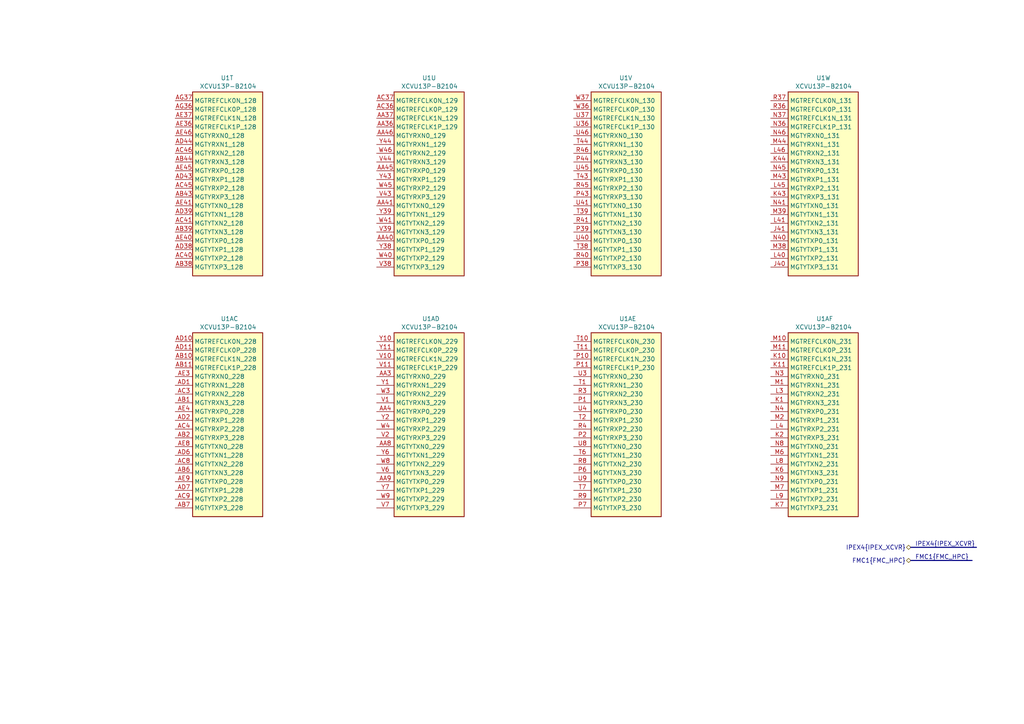
<source format=kicad_sch>
(kicad_sch (version 20231120) (generator "eeschema") (generator_version "8.0")
  (paper "A4")
  (lib_symbols
    (symbol "CHIPSAlliance_FPGA_Xilinx_Virtex_UltraScale_Plus:XCVU13P-B2104"
      (property "Reference" "U" (at -6.35 6.35 0))
      (property "Value" "XCVU13P-B2104" (at -6.35 3.81 0))
      (symbol "XCVU13P-B2104_1_1"
        (pin input line (at 0 -27.94 0) (length 5.08) (name "PUDC_B_0") (number "AA12"))
        (pin bidirectional line (at 0 -12.7 0) (length 5.08) (name "DONE_0") (number "AC12"))
        (pin output line (at 0 -38.1 0) (length 5.08) (name "TDO_0") (number "AC13"))
        (pin power_in line (at 0 -43.18 0) (length 5.08) (name "VCCO_0[2]") (number "AD13"))
        (pin input line (at 0 -25.4 0) (length 5.08) (name "PROGRAM_B_0") (number "AE12"))
        (pin input line (at 0 -33.02 0) (length 5.08) (name "TCK_0") (number "AE13"))
        (pin input line (at 0 -35.56 0) (length 5.08) (name "TDI_0") (number "AE15"))
        (pin passive line (at 0 -43.18 0) (length 5.08) hide (name "VCCO_0[2]") (number "AF13"))
        (pin bidirectional line (at 0 -30.48 0) (length 5.08) (name "RDWR_FCS_B_0") (number "AG12"))
        (pin bidirectional line (at 0 0 0) (length 5.08) (name "CCLK_0") (number "AG13"))
        (pin input line (at 0 -40.64 0) (length 5.08) (name "TMS_0") (number "AG15"))
        (pin bidirectional line (at 0 -10.16 0) (length 5.08) (name "D03_0") (number "AH12"))
        (pin bidirectional line (at 0 -5.08 0) (length 5.08) (name "D01_DIN_0") (number "AJ12"))
        (pin bidirectional line (at 0 -2.54 0) (length 5.08) (name "D00_MOSI_0") (number "AK12"))
        (pin bidirectional line (at 0 -7.62 0) (length 5.08) (name "D02_0") (number "AL12"))
        (pin input line (at 0 -22.86 0) (length 5.08) (name "M2_0") (number "R12"))
        (pin input line (at 0 -20.32 0) (length 5.08) (name "M1_0") (number "U12"))
        (pin input line (at 0 -17.78 0) (length 5.08) (name "M0_0") (number "V12"))
        (pin bidirectional line (at 0 -15.24 0) (length 5.08) (name "INIT_B_0") (number "Y12"))
      )
      (symbol "XCVU13P-B2104_2_1"
        (pin input line (at 0 -134.62 0) (length 5.08) (name "VREF_61") (number "AK30"))
        (pin bidirectional line (at 0 -119.38 0) (length 5.08) (name "IO_L24P_T3U_N10_61") (number "AL29"))
        (pin bidirectional line (at 0 -116.84 0) (length 5.08) (name "IO_L24N_T3U_N11_61") (number "AL30"))
        (pin bidirectional line (at 0 -109.22 0) (length 5.08) (name "IO_L22P_T3U_N6_DBC_AD0P_61") (number "AM29"))
        (pin bidirectional line (at 0 -106.68 0) (length 5.08) (name "IO_L22N_T3U_N7_DBC_AD0N_61") (number "AM30"))
        (pin bidirectional line (at 0 -114.3 0) (length 5.08) (name "IO_L23P_T3U_N8_61") (number "AM31"))
        (pin bidirectional line (at 0 -104.14 0) (length 5.08) (name "IO_L21P_T3L_N4_AD8P_61") (number "AN29"))
        (pin power_in line (at 0 -132.08 0) (length 5.08) (name "VCCO_61[6]") (number "AN30"))
        (pin bidirectional line (at 0 -111.76 0) (length 5.08) (name "IO_L23N_T3U_N9_61") (number "AN31"))
        (pin bidirectional line (at 0 -101.6 0) (length 5.08) (name "IO_L21N_T3L_N5_AD8N_61") (number "AP29"))
        (pin bidirectional line (at 0 -99.06 0) (length 5.08) (name "IO_L20P_T3L_N2_AD1P_61") (number "AP30"))
        (pin bidirectional line (at 0 -93.98 0) (length 5.08) (name "IO_L19P_T3L_N0_DBC_AD9P_61") (number "AP31"))
        (pin bidirectional line (at 0 -96.52 0) (length 5.08) (name "IO_L20N_T3L_N3_AD1N_61") (number "AR30"))
        (pin bidirectional line (at 0 -91.44 0) (length 5.08) (name "IO_L19N_T3L_N1_DBC_AD9N_61") (number "AR31"))
        (pin bidirectional line (at 0 -129.54 0) (length 5.08) (name "IO_T3U_N12_61") (number "AR32"))
        (pin bidirectional line (at 0 -88.9 0) (length 5.08) (name "IO_L18P_T2U_N10_AD2P_61") (number "AT29"))
        (pin bidirectional line (at 0 -86.36 0) (length 5.08) (name "IO_L18N_T2U_N11_AD2N_61") (number "AT30"))
        (pin passive line (at 0 -132.08 0) (length 5.08) hide (name "VCCO_61[6]") (number "AT31"))
        (pin bidirectional line (at 0 -127 0) (length 5.08) (name "IO_T2U_N12_61") (number "AT32"))
        (pin bidirectional line (at 0 -78.74 0) (length 5.08) (name "IO_L16P_T2U_N6_QBC_AD3P_61") (number "AU29"))
        (pin bidirectional line (at 0 -83.82 0) (length 5.08) (name "IO_L17P_T2U_N8_AD10P_61") (number "AU30"))
        (pin bidirectional line (at 0 -81.28 0) (length 5.08) (name "IO_L17N_T2U_N9_AD10N_61") (number "AU31"))
        (pin bidirectional line (at 0 -73.66 0) (length 5.08) (name "IO_L15P_T2L_N4_AD11P_61") (number "AU32"))
        (pin bidirectional line (at 0 -76.2 0) (length 5.08) (name "IO_L16N_T2U_N7_QBC_AD3N_61") (number "AV29"))
        (pin bidirectional line (at 0 -68.58 0) (length 5.08) (name "IO_L14P_T2L_N2_GC_61") (number "AV31"))
        (pin bidirectional line (at 0 -71.12 0) (length 5.08) (name "IO_L15N_T2L_N5_AD11N_61") (number "AV32"))
        (pin bidirectional line (at 0 -63.5 0) (length 5.08) (name "IO_L13P_T2L_N0_GC_QBC_61") (number "AW29"))
        (pin bidirectional line (at 0 -60.96 0) (length 5.08) (name "IO_L13N_T2L_N1_GC_QBC_61") (number "AW30"))
        (pin bidirectional line (at 0 -66.04 0) (length 5.08) (name "IO_L14N_T2L_N3_GC_61") (number "AW31"))
        (pin passive line (at 0 -132.08 0) (length 5.08) hide (name "VCCO_61[6]") (number "AW32"))
        (pin passive line (at 0 -132.08 0) (length 5.08) hide (name "VCCO_61[6]") (number "AY29"))
        (pin bidirectional line (at 0 -53.34 0) (length 5.08) (name "IO_L11P_T1U_N8_GC_61") (number "AY30"))
        (pin bidirectional line (at 0 -58.42 0) (length 5.08) (name "IO_L12P_T1U_N10_GC_61") (number "AY31"))
        (pin bidirectional line (at 0 -55.88 0) (length 5.08) (name "IO_L12N_T1U_N11_GC_61") (number "AY32"))
        (pin bidirectional line (at 0 -43.18 0) (length 5.08) (name "IO_L9P_T1L_N4_AD12P_61") (number "BA29"))
        (pin bidirectional line (at 0 -50.8 0) (length 5.08) (name "IO_L11N_T1U_N9_GC_61") (number "BA30"))
        (pin bidirectional line (at 0 -48.26 0) (length 5.08) (name "IO_L10P_T1U_N6_QBC_AD4P_61") (number "BA32"))
        (pin bidirectional line (at 0 -40.64 0) (length 5.08) (name "IO_L9N_T1L_N5_AD12N_61") (number "BB29"))
        (pin bidirectional line (at 0 -38.1 0) (length 5.08) (name "IO_L8P_T1L_N2_AD5P_61") (number "BB30"))
        (pin bidirectional line (at 0 -35.56 0) (length 5.08) (name "IO_L8N_T1L_N3_AD5N_61") (number "BB31"))
        (pin bidirectional line (at 0 -45.72 0) (length 5.08) (name "IO_L10N_T1U_N7_QBC_AD4N_61") (number "BB32"))
        (pin bidirectional line (at 0 -27.94 0) (length 5.08) (name "IO_L6P_T0U_N10_AD6P_61") (number "BC29"))
        (pin passive line (at 0 -132.08 0) (length 5.08) hide (name "VCCO_61[6]") (number "BC30"))
        (pin bidirectional line (at 0 -33.02 0) (length 5.08) (name "IO_L7P_T1L_N0_QBC_AD13P_61") (number "BC31"))
        (pin bidirectional line (at 0 -30.48 0) (length 5.08) (name "IO_L7N_T1L_N1_QBC_AD13N_61") (number "BC32"))
        (pin bidirectional line (at 0 -124.46 0) (length 5.08) (name "IO_T1U_N12_61") (number "BC33"))
        (pin bidirectional line (at 0 -25.4 0) (length 5.08) (name "IO_L6N_T0U_N11_AD6N_61") (number "BD29"))
        (pin bidirectional line (at 0 -17.78 0) (length 5.08) (name "IO_L4P_T0U_N6_DBC_AD7P_61") (number "BD30"))
        (pin bidirectional line (at 0 -15.24 0) (length 5.08) (name "IO_L4N_T0U_N7_DBC_AD7N_61") (number "BD31"))
        (pin bidirectional line (at 0 -22.86 0) (length 5.08) (name "IO_L5P_T0U_N8_AD14P_61") (number "BD33"))
        (pin bidirectional line (at 0 -12.7 0) (length 5.08) (name "IO_L3P_T0L_N4_AD15P_61") (number "BE30"))
        (pin bidirectional line (at 0 -7.62 0) (length 5.08) (name "IO_L2P_T0L_N2_61") (number "BE31"))
        (pin bidirectional line (at 0 -5.08 0) (length 5.08) (name "IO_L2N_T0L_N3_61") (number "BE32"))
        (pin bidirectional line (at 0 -20.32 0) (length 5.08) (name "IO_L5N_T0U_N9_AD14N_61") (number "BE33"))
        (pin bidirectional line (at 0 -10.16 0) (length 5.08) (name "IO_L3N_T0L_N5_AD15N_61") (number "BF30"))
        (pin passive line (at 0 -132.08 0) (length 5.08) hide (name "VCCO_61[6]") (number "BF31"))
        (pin bidirectional line (at 0 -2.54 0) (length 5.08) (name "IO_L1P_T0L_N0_DBC_61") (number "BF32"))
        (pin bidirectional line (at 0 0 0) (length 5.08) (name "IO_L1N_T0L_N1_DBC_61") (number "BF33"))
        (pin bidirectional line (at 0 -121.92 0) (length 5.08) (name "IO_T0U_N12_VRP_61") (number "BF34"))
      )
      (symbol "XCVU13P-B2104_3_1"
        (pin input line (at 0 -134.62 0) (length 5.08) (name "VREF_62") (number "AK33"))
        (pin bidirectional line (at 0 -114.3 0) (length 5.08) (name "IO_L23P_T3U_N8_62") (number "AL32"))
        (pin bidirectional line (at 0 -129.54 0) (length 5.08) (name "IO_T3U_N12_62") (number "AL33"))
        (pin bidirectional line (at 0 -119.38 0) (length 5.08) (name "IO_L24P_T3U_N10_62") (number "AL34"))
        (pin bidirectional line (at 0 -111.76 0) (length 5.08) (name "IO_L23N_T3U_N9_62") (number "AM32"))
        (pin power_in line (at 0 -132.08 0) (length 5.08) (name "VCCO_62[7]") (number "AM33"))
        (pin bidirectional line (at 0 -116.84 0) (length 5.08) (name "IO_L24N_T3U_N11_62") (number "AM34"))
        (pin bidirectional line (at 0 -109.22 0) (length 5.08) (name "IO_L22P_T3U_N6_DBC_AD0P_62") (number "AN32"))
        (pin bidirectional line (at 0 -106.68 0) (length 5.08) (name "IO_L22N_T3U_N7_DBC_AD0N_62") (number "AN33"))
        (pin bidirectional line (at 0 -104.14 0) (length 5.08) (name "IO_L21P_T3L_N4_AD8P_62") (number "AN34"))
        (pin bidirectional line (at 0 -99.06 0) (length 5.08) (name "IO_L20P_T3L_N2_AD1P_62") (number "AP33"))
        (pin bidirectional line (at 0 -101.6 0) (length 5.08) (name "IO_L21N_T3L_N5_AD8N_62") (number "AP34"))
        (pin bidirectional line (at 0 -96.52 0) (length 5.08) (name "IO_L20N_T3L_N3_AD1N_62") (number "AR33"))
        (pin passive line (at 0 -132.08 0) (length 5.08) hide (name "VCCO_62[7]") (number "AR34"))
        (pin bidirectional line (at 0 -93.98 0) (length 5.08) (name "IO_L19P_T3L_N0_DBC_AD9P_62") (number "AT33"))
        (pin bidirectional line (at 0 -91.44 0) (length 5.08) (name "IO_L19N_T3L_N1_DBC_AD9N_62") (number "AT34"))
        (pin bidirectional line (at 0 -127 0) (length 5.08) (name "IO_T2U_N12_62") (number "AU34"))
        (pin bidirectional line (at 0 -88.9 0) (length 5.08) (name "IO_L18P_T2U_N10_AD2P_62") (number "AV33"))
        (pin bidirectional line (at 0 -83.82 0) (length 5.08) (name "IO_L17P_T2U_N8_AD10P_62") (number "AV34"))
        (pin bidirectional line (at 0 -86.36 0) (length 5.08) (name "IO_L18N_T2U_N11_AD2N_62") (number "AW33"))
        (pin bidirectional line (at 0 -81.28 0) (length 5.08) (name "IO_L17N_T2U_N9_AD10N_62") (number "AW34"))
        (pin bidirectional line (at 0 -78.74 0) (length 5.08) (name "IO_L16P_T2U_N6_QBC_AD3P_62") (number "AW35"))
        (pin bidirectional line (at 0 -76.2 0) (length 5.08) (name "IO_L16N_T2U_N7_QBC_AD3N_62") (number "AW36"))
        (pin bidirectional line (at 0 -73.66 0) (length 5.08) (name "IO_L15P_T2L_N4_AD11P_62") (number "AY33"))
        (pin bidirectional line (at 0 -68.58 0) (length 5.08) (name "IO_L14P_T2L_N2_GC_62") (number "AY35"))
        (pin bidirectional line (at 0 -66.04 0) (length 5.08) (name "IO_L14N_T2L_N3_GC_62") (number "AY36"))
        (pin bidirectional line (at 0 -71.12 0) (length 5.08) (name "IO_L15N_T2L_N5_AD11N_62") (number "BA33"))
        (pin bidirectional line (at 0 -63.5 0) (length 5.08) (name "IO_L13P_T2L_N0_GC_QBC_62") (number "BA34"))
        (pin bidirectional line (at 0 -58.42 0) (length 5.08) (name "IO_L12P_T1U_N10_GC_62") (number "BA35"))
        (pin passive line (at 0 -132.08 0) (length 5.08) hide (name "VCCO_62[7]") (number "BA36"))
        (pin passive line (at 0 -132.08 0) (length 5.08) hide (name "VCCO_62[7]") (number "BB33"))
        (pin bidirectional line (at 0 -60.96 0) (length 5.08) (name "IO_L13N_T2L_N1_GC_QBC_62") (number "BB34"))
        (pin bidirectional line (at 0 -55.88 0) (length 5.08) (name "IO_L12N_T1U_N11_GC_62") (number "BB35"))
        (pin bidirectional line (at 0 -53.34 0) (length 5.08) (name "IO_L11P_T1U_N8_GC_62") (number "BB36"))
        (pin bidirectional line (at 0 -48.26 0) (length 5.08) (name "IO_L10P_T1U_N6_QBC_AD4P_62") (number "BB37"))
        (pin bidirectional line (at 0 -27.94 0) (length 5.08) (name "IO_L6P_T0U_N10_AD6P_62") (number "BB38"))
        (pin bidirectional line (at 0 -33.02 0) (length 5.08) (name "IO_L7P_T1L_N0_QBC_AD13P_62") (number "BC34"))
        (pin bidirectional line (at 0 -50.8 0) (length 5.08) (name "IO_L11N_T1U_N9_GC_62") (number "BC36"))
        (pin bidirectional line (at 0 -45.72 0) (length 5.08) (name "IO_L10N_T1U_N7_QBC_AD4N_62") (number "BC37"))
        (pin bidirectional line (at 0 -25.4 0) (length 5.08) (name "IO_L6N_T0U_N11_AD6N_62") (number "BC38"))
        (pin bidirectional line (at 0 -22.86 0) (length 5.08) (name "IO_L5P_T0U_N8_AD14P_62") (number "BC39"))
        (pin passive line (at 0 -132.08 0) (length 5.08) hide (name "VCCO_62[7]") (number "BC40"))
        (pin bidirectional line (at 0 -30.48 0) (length 5.08) (name "IO_L7N_T1L_N1_QBC_AD13N_62") (number "BD34"))
        (pin bidirectional line (at 0 -38.1 0) (length 5.08) (name "IO_L8P_T1L_N2_AD5P_62") (number "BD35"))
        (pin bidirectional line (at 0 -43.18 0) (length 5.08) (name "IO_L9P_T1L_N4_AD12P_62") (number "BD36"))
        (pin passive line (at 0 -132.08 0) (length 5.08) hide (name "VCCO_62[7]") (number "BD37"))
        (pin bidirectional line (at 0 -121.92 0) (length 5.08) (name "IO_T0U_N12_VRP_62") (number "BD38"))
        (pin bidirectional line (at 0 -20.32 0) (length 5.08) (name "IO_L5N_T0U_N9_AD14N_62") (number "BD39"))
        (pin bidirectional line (at 0 -17.78 0) (length 5.08) (name "IO_L4P_T0U_N6_DBC_AD7P_62") (number "BD40"))
        (pin passive line (at 0 -132.08 0) (length 5.08) hide (name "VCCO_62[7]") (number "BE34"))
        (pin bidirectional line (at 0 -35.56 0) (length 5.08) (name "IO_L8N_T1L_N3_AD5N_62") (number "BE35"))
        (pin bidirectional line (at 0 -40.64 0) (length 5.08) (name "IO_L9N_T1L_N5_AD12N_62") (number "BE36"))
        (pin bidirectional line (at 0 -12.7 0) (length 5.08) (name "IO_L3P_T0L_N4_AD15P_62") (number "BE37"))
        (pin bidirectional line (at 0 -7.62 0) (length 5.08) (name "IO_L2P_T0L_N2_62") (number "BE38"))
        (pin bidirectional line (at 0 -15.24 0) (length 5.08) (name "IO_L4N_T0U_N7_DBC_AD7N_62") (number "BE40"))
        (pin bidirectional line (at 0 -124.46 0) (length 5.08) (name "IO_T1U_N12_62") (number "BF35"))
        (pin bidirectional line (at 0 -10.16 0) (length 5.08) (name "IO_L3N_T0L_N5_AD15N_62") (number "BF37"))
        (pin bidirectional line (at 0 -5.08 0) (length 5.08) (name "IO_L2N_T0L_N3_62") (number "BF38"))
        (pin bidirectional line (at 0 -2.54 0) (length 5.08) (name "IO_L1P_T0L_N0_DBC_62") (number "BF39"))
        (pin bidirectional line (at 0 0 0) (length 5.08) (name "IO_L1N_T0L_N1_DBC_62") (number "BF40"))
      )
      (symbol "XCVU13P-B2104_4_1"
        (pin bidirectional line (at 0 -93.98 0) (length 5.08) (name "IO_L19P_T3L_N0_DBC_AD9P_63") (number "AA32"))
        (pin bidirectional line (at 0 -91.44 0) (length 5.08) (name "IO_L19N_T3L_N1_DBC_AD9N_63") (number "AA33"))
        (pin bidirectional line (at 0 -99.06 0) (length 5.08) (name "IO_L20P_T3L_N2_AD1P_63") (number "AA34"))
        (pin input line (at 0 -134.62 0) (length 5.08) (name "VREF_63") (number "AB31"))
        (pin bidirectional line (at 0 -129.54 0) (length 5.08) (name "IO_T3U_N12_63") (number "AB32"))
        (pin passive line (at 0 -132.08 0) (length 5.08) hide (name "VCCO_63[6]") (number "AB33"))
        (pin bidirectional line (at 0 -96.52 0) (length 5.08) (name "IO_L20N_T3L_N3_AD1N_63") (number "AB34"))
        (pin bidirectional line (at 0 -78.74 0) (length 5.08) (name "IO_L16P_T2U_N6_QBC_AD3P_63") (number "AC31"))
        (pin bidirectional line (at 0 -83.82 0) (length 5.08) (name "IO_L17P_T2U_N8_AD10P_63") (number "AC32"))
        (pin bidirectional line (at 0 -81.28 0) (length 5.08) (name "IO_L17N_T2U_N9_AD10N_63") (number "AC33"))
        (pin bidirectional line (at 0 -88.9 0) (length 5.08) (name "IO_L18P_T2U_N10_AD2P_63") (number "AC34"))
        (pin bidirectional line (at 0 -127 0) (length 5.08) (name "IO_T2U_N12_63") (number "AD30"))
        (pin bidirectional line (at 0 -76.2 0) (length 5.08) (name "IO_L16N_T2U_N7_QBC_AD3N_63") (number "AD31"))
        (pin bidirectional line (at 0 -68.58 0) (length 5.08) (name "IO_L14P_T2L_N2_GC_63") (number "AD33"))
        (pin bidirectional line (at 0 -86.36 0) (length 5.08) (name "IO_L18N_T2U_N11_AD2N_63") (number "AD34"))
        (pin bidirectional line (at 0 -73.66 0) (length 5.08) (name "IO_L15P_T2L_N4_AD11P_63") (number "AE30"))
        (pin bidirectional line (at 0 -63.5 0) (length 5.08) (name "IO_L13P_T2L_N0_GC_QBC_63") (number "AE31"))
        (pin bidirectional line (at 0 -60.96 0) (length 5.08) (name "IO_L13N_T2L_N1_GC_QBC_63") (number "AE32"))
        (pin bidirectional line (at 0 -66.04 0) (length 5.08) (name "IO_L14N_T2L_N3_GC_63") (number "AE33"))
        (pin passive line (at 0 -132.08 0) (length 5.08) hide (name "VCCO_63[6]") (number "AE34"))
        (pin bidirectional line (at 0 -71.12 0) (length 5.08) (name "IO_L15N_T2L_N5_AD11N_63") (number "AF30"))
        (pin passive line (at 0 -132.08 0) (length 5.08) hide (name "VCCO_63[6]") (number "AF31"))
        (pin bidirectional line (at 0 -58.42 0) (length 5.08) (name "IO_L12P_T1U_N10_GC_63") (number "AF32"))
        (pin bidirectional line (at 0 -55.88 0) (length 5.08) (name "IO_L12N_T1U_N11_GC_63") (number "AF33"))
        (pin bidirectional line (at 0 -43.18 0) (length 5.08) (name "IO_L9P_T1L_N4_AD12P_63") (number "AF34"))
        (pin bidirectional line (at 0 -22.86 0) (length 5.08) (name "IO_L5P_T0U_N8_AD14P_63") (number "AG29"))
        (pin bidirectional line (at 0 -20.32 0) (length 5.08) (name "IO_L5N_T0U_N9_AD14N_63") (number "AG30"))
        (pin bidirectional line (at 0 -53.34 0) (length 5.08) (name "IO_L11P_T1U_N8_GC_63") (number "AG31"))
        (pin bidirectional line (at 0 -50.8 0) (length 5.08) (name "IO_L11N_T1U_N9_GC_63") (number "AG32"))
        (pin bidirectional line (at 0 -40.64 0) (length 5.08) (name "IO_L9N_T1L_N5_AD12N_63") (number "AG34"))
        (pin bidirectional line (at 0 -17.78 0) (length 5.08) (name "IO_L4P_T0U_N6_DBC_AD7P_63") (number "AH28"))
        (pin bidirectional line (at 0 -15.24 0) (length 5.08) (name "IO_L4N_T0U_N7_DBC_AD7N_63") (number "AH29"))
        (pin bidirectional line (at 0 -48.26 0) (length 5.08) (name "IO_L10P_T1U_N6_QBC_AD4P_63") (number "AH31"))
        (pin bidirectional line (at 0 -45.72 0) (length 5.08) (name "IO_L10N_T1U_N7_QBC_AD4N_63") (number "AH32"))
        (pin bidirectional line (at 0 -38.1 0) (length 5.08) (name "IO_L8P_T1L_N2_AD5P_63") (number "AH33"))
        (pin bidirectional line (at 0 -33.02 0) (length 5.08) (name "IO_L7P_T1L_N0_QBC_AD13P_63") (number "AH34"))
        (pin bidirectional line (at 0 -2.54 0) (length 5.08) (name "IO_L1P_T0L_N0_DBC_63") (number "AJ27"))
        (pin bidirectional line (at 0 -7.62 0) (length 5.08) (name "IO_L2P_T0L_N2_63") (number "AJ28"))
        (pin bidirectional line (at 0 -12.7 0) (length 5.08) (name "IO_L3P_T0L_N4_AD15P_63") (number "AJ29"))
        (pin bidirectional line (at 0 -10.16 0) (length 5.08) (name "IO_L3N_T0L_N5_AD15N_63") (number "AJ30"))
        (pin bidirectional line (at 0 -27.94 0) (length 5.08) (name "IO_L6P_T0U_N10_AD6P_63") (number "AJ31"))
        (pin passive line (at 0 -132.08 0) (length 5.08) hide (name "VCCO_63[6]") (number "AJ32"))
        (pin bidirectional line (at 0 -35.56 0) (length 5.08) (name "IO_L8N_T1L_N3_AD5N_63") (number "AJ33"))
        (pin bidirectional line (at 0 -30.48 0) (length 5.08) (name "IO_L7N_T1L_N1_QBC_AD13N_63") (number "AJ34"))
        (pin bidirectional line (at 0 -121.92 0) (length 5.08) (name "IO_T0U_N12_VRP_63") (number "AK26"))
        (pin bidirectional line (at 0 0 0) (length 5.08) (name "IO_L1N_T0L_N1_DBC_63") (number "AK27"))
        (pin bidirectional line (at 0 -5.08 0) (length 5.08) (name "IO_L2N_T0L_N3_63") (number "AK28"))
        (pin passive line (at 0 -132.08 0) (length 5.08) hide (name "VCCO_63[6]") (number "AK29"))
        (pin bidirectional line (at 0 -25.4 0) (length 5.08) (name "IO_L6N_T0U_N11_AD6N_63") (number "AK31"))
        (pin bidirectional line (at 0 -124.46 0) (length 5.08) (name "IO_T1U_N12_63") (number "AK32"))
        (pin bidirectional line (at 0 -104.14 0) (length 5.08) (name "IO_L21P_T3L_N4_AD8P_63") (number "W30"))
        (pin bidirectional line (at 0 -109.22 0) (length 5.08) (name "IO_L22P_T3U_N6_DBC_AD0P_63") (number "W31"))
        (pin power_in line (at 0 -132.08 0) (length 5.08) (name "VCCO_63[6]") (number "W32"))
        (pin bidirectional line (at 0 -119.38 0) (length 5.08) (name "IO_L24P_T3U_N10_63") (number "W33"))
        (pin bidirectional line (at 0 -116.84 0) (length 5.08) (name "IO_L24N_T3U_N11_63") (number "W34"))
        (pin bidirectional line (at 0 -101.6 0) (length 5.08) (name "IO_L21N_T3L_N5_AD8N_63") (number "Y30"))
        (pin bidirectional line (at 0 -106.68 0) (length 5.08) (name "IO_L22N_T3U_N7_DBC_AD0N_63") (number "Y31"))
        (pin bidirectional line (at 0 -114.3 0) (length 5.08) (name "IO_L23P_T3U_N8_63") (number "Y32"))
        (pin bidirectional line (at 0 -111.76 0) (length 5.08) (name "IO_L23N_T3U_N9_63") (number "Y33"))
      )
      (symbol "XCVU13P-B2104_5_1"
        (pin bidirectional line (at 0 -119.38 0) (length 5.08) (name "IO_L24P_T3U_N10_64") (number "AL21"))
        (pin bidirectional line (at 0 -114.3 0) (length 5.08) (name "IO_L23P_T3U_N8_64") (number "AL22"))
        (pin input line (at 0 -134.62 0) (length 5.08) (name "VREF_64") (number "AL23"))
        (pin bidirectional line (at 0 -109.22 0) (length 5.08) (name "IO_L22P_T3U_N6_DBC_AD0P_64") (number "AL24"))
        (pin bidirectional line (at 0 -116.84 0) (length 5.08) (name "IO_L24N_T3U_N11_64") (number "AM21"))
        (pin bidirectional line (at 0 -111.76 0) (length 5.08) (name "IO_L23N_T3U_N9_64") (number "AM22"))
        (pin power_in line (at 0 -132.08 0) (length 5.08) (name "VCCO_64[8]") (number "AM23"))
        (pin bidirectional line (at 0 -106.68 0) (length 5.08) (name "IO_L22N_T3U_N7_DBC_AD0N_64") (number "AM24"))
        (pin bidirectional line (at 0 -91.44 0) (length 5.08) (name "IO_L19N_T3L_N1_DBC_AD9N_64") (number "AN21"))
        (pin bidirectional line (at 0 -93.98 0) (length 5.08) (name "IO_L19P_T3L_N0_DBC_AD9P_64") (number "AN22"))
        (pin bidirectional line (at 0 -99.06 0) (length 5.08) (name "IO_L20P_T3L_N2_AD1P_64") (number "AN23"))
        (pin bidirectional line (at 0 -104.14 0) (length 5.08) (name "IO_L21P_T3L_N4_AD8P_64") (number "AN24"))
        (pin bidirectional line (at 0 -129.54 0) (length 5.08) (name "IO_T3U_N12_64") (number "AP21"))
        (pin bidirectional line (at 0 -96.52 0) (length 5.08) (name "IO_L20N_T3L_N3_AD1N_64") (number "AP23"))
        (pin bidirectional line (at 0 -101.6 0) (length 5.08) (name "IO_L21N_T3L_N5_AD8N_64") (number "AP24"))
        (pin bidirectional line (at 0 -127 0) (length 5.08) (name "IO_T2U_N12_64") (number "AR21"))
        (pin bidirectional line (at 0 -78.74 0) (length 5.08) (name "IO_L16P_T2U_N6_QBC_AD3P_64") (number "AR22"))
        (pin bidirectional line (at 0 -83.82 0) (length 5.08) (name "IO_L17P_T2U_N8_AD10P_64") (number "AR23"))
        (pin passive line (at 0 -132.08 0) (length 5.08) hide (name "VCCO_64[8]") (number "AR24"))
        (pin passive line (at 0 -132.08 0) (length 5.08) hide (name "VCCO_64[8]") (number "AT21"))
        (pin bidirectional line (at 0 -76.2 0) (length 5.08) (name "IO_L16N_T2U_N7_QBC_AD3N_64") (number "AT22"))
        (pin bidirectional line (at 0 -81.28 0) (length 5.08) (name "IO_L17N_T2U_N9_AD10N_64") (number "AT23"))
        (pin bidirectional line (at 0 -88.9 0) (length 5.08) (name "IO_L18P_T2U_N10_AD2P_64") (number "AT24"))
        (pin bidirectional line (at 0 -73.66 0) (length 5.08) (name "IO_L15P_T2L_N4_AD11P_64") (number "AU22"))
        (pin bidirectional line (at 0 -86.36 0) (length 5.08) (name "IO_L18N_T2U_N11_AD2N_64") (number "AU24"))
        (pin bidirectional line (at 0 -71.12 0) (length 5.08) (name "IO_L15N_T2L_N5_AD11N_64") (number "AV22"))
        (pin bidirectional line (at 0 -63.5 0) (length 5.08) (name "IO_L13P_T2L_N0_GC_QBC_64") (number "AV23"))
        (pin bidirectional line (at 0 -68.58 0) (length 5.08) (name "IO_L14P_T2L_N2_GC_64") (number "AV24"))
        (pin passive line (at 0 -132.08 0) (length 5.08) hide (name "VCCO_64[8]") (number "AW22"))
        (pin bidirectional line (at 0 -60.96 0) (length 5.08) (name "IO_L13N_T2L_N1_GC_QBC_64") (number "AW23"))
        (pin bidirectional line (at 0 -66.04 0) (length 5.08) (name "IO_L14N_T2L_N3_GC_64") (number "AW24"))
        (pin bidirectional line (at 0 -53.34 0) (length 5.08) (name "IO_L11P_T1U_N8_GC_64") (number "AY22"))
        (pin bidirectional line (at 0 -58.42 0) (length 5.08) (name "IO_L12P_T1U_N10_GC_64") (number "AY23"))
        (pin bidirectional line (at 0 -33.02 0) (length 5.08) (name "IO_L7P_T1L_N0_QBC_AD13P_64") (number "BA20"))
        (pin bidirectional line (at 0 -50.8 0) (length 5.08) (name "IO_L11N_T1U_N9_GC_64") (number "BA22"))
        (pin bidirectional line (at 0 -55.88 0) (length 5.08) (name "IO_L12N_T1U_N11_GC_64") (number "BA23"))
        (pin bidirectional line (at 0 -48.26 0) (length 5.08) (name "IO_L10P_T1U_N6_QBC_AD4P_64") (number "BA24"))
        (pin bidirectional line (at 0 -30.48 0) (length 5.08) (name "IO_L7N_T1L_N1_QBC_AD13N_64") (number "BB20"))
        (pin bidirectional line (at 0 -38.1 0) (length 5.08) (name "IO_L8P_T1L_N2_AD5P_64") (number "BB21"))
        (pin bidirectional line (at 0 -43.18 0) (length 5.08) (name "IO_L9P_T1L_N4_AD12P_64") (number "BB22"))
        (pin passive line (at 0 -132.08 0) (length 5.08) hide (name "VCCO_64[8]") (number "BB23"))
        (pin bidirectional line (at 0 -45.72 0) (length 5.08) (name "IO_L10N_T1U_N7_QBC_AD4N_64") (number "BB24"))
        (pin passive line (at 0 -132.08 0) (length 5.08) hide (name "VCCO_64[8]") (number "BC20"))
        (pin bidirectional line (at 0 -35.56 0) (length 5.08) (name "IO_L8N_T1L_N3_AD5N_64") (number "BC21"))
        (pin bidirectional line (at 0 -40.64 0) (length 5.08) (name "IO_L9N_T1L_N5_AD12N_64") (number "BC22"))
        (pin bidirectional line (at 0 -124.46 0) (length 5.08) (name "IO_T1U_N12_64") (number "BC23"))
        (pin bidirectional line (at 0 -12.7 0) (length 5.08) (name "IO_L3P_T0L_N4_AD15P_64") (number "BC24"))
        (pin bidirectional line (at 0 -27.94 0) (length 5.08) (name "IO_L6P_T0U_N10_AD6P_64") (number "BD20"))
        (pin bidirectional line (at 0 -22.86 0) (length 5.08) (name "IO_L5P_T0U_N8_AD14P_64") (number "BD21"))
        (pin bidirectional line (at 0 -7.62 0) (length 5.08) (name "IO_L2P_T0L_N2_64") (number "BD23"))
        (pin bidirectional line (at 0 -10.16 0) (length 5.08) (name "IO_L3N_T0L_N5_AD15N_64") (number "BD24"))
        (pin bidirectional line (at 0 -25.4 0) (length 5.08) (name "IO_L6N_T0U_N11_AD6N_64") (number "BE20"))
        (pin bidirectional line (at 0 -20.32 0) (length 5.08) (name "IO_L5N_T0U_N9_AD14N_64") (number "BE21"))
        (pin bidirectional line (at 0 -17.78 0) (length 5.08) (name "IO_L4P_T0U_N6_DBC_AD7P_64") (number "BE22"))
        (pin bidirectional line (at 0 -5.08 0) (length 5.08) (name "IO_L2N_T0L_N3_64") (number "BE23"))
        (pin passive line (at 0 -132.08 0) (length 5.08) hide (name "VCCO_64[8]") (number "BE24"))
        (pin bidirectional line (at 0 -121.92 0) (length 5.08) (name "IO_T0U_N12_VRP_64") (number "BF20"))
        (pin passive line (at 0 -132.08 0) (length 5.08) hide (name "VCCO_64[8]") (number "BF21"))
        (pin bidirectional line (at 0 -15.24 0) (length 5.08) (name "IO_L4N_T0U_N7_DBC_AD7N_64") (number "BF22"))
        (pin bidirectional line (at 0 0 0) (length 5.08) (name "IO_L1N_T0L_N1_DBC_64") (number "BF23"))
        (pin bidirectional line (at 0 -2.54 0) (length 5.08) (name "IO_L1P_T0L_N0_DBC_64") (number "BF24"))
      )
      (symbol "XCVU13P-B2104_6_1"
        (pin input line (at 0 -134.62 0) (length 5.08) (name "VREF_65") (number "AK25"))
        (pin bidirectional line (at 0 -104.14 0) (length 5.08) (name "IO_L21P_T3L_N4_AD8P_D06_65") (number "AL25"))
        (pin power_in line (at 0 -132.08 0) (length 5.08) (name "VCCO_65[6]") (number "AL26"))
        (pin bidirectional line (at 0 -119.38 0) (length 5.08) (name "IO_L24P_T3U_N10_EMCCLK_65") (number "AL27"))
        (pin bidirectional line (at 0 -116.84 0) (length 5.08) (name "IO_L24N_T3U_N11_DOUT_CSO_B_65") (number "AL28"))
        (pin bidirectional line (at 0 -101.6 0) (length 5.08) (name "IO_L21N_T3L_N5_AD8N_D07_65") (number "AM25"))
        (pin bidirectional line (at 0 -109.22 0) (length 5.08) (name "IO_L22P_T3U_N6_DBC_AD0P_D04_65") (number "AM26"))
        (pin bidirectional line (at 0 -114.3 0) (length 5.08) (name "IO_L23P_T3U_N8_I2C_SCLK_65") (number "AM27"))
        (pin bidirectional line (at 0 -106.68 0) (length 5.08) (name "IO_L22N_T3U_N7_DBC_AD0N_D05_65") (number "AN26"))
        (pin bidirectional line (at 0 -111.76 0) (length 5.08) (name "IO_L23N_T3U_N9_PERSTN1_I2C_SDA_65") (number "AN27"))
        (pin bidirectional line (at 0 -99.06 0) (length 5.08) (name "IO_L20P_T3L_N2_AD1P_D08_65") (number "AN28"))
        (pin bidirectional line (at 0 -93.98 0) (length 5.08) (name "IO_L19P_T3L_N0_DBC_AD9P_D10_65") (number "AP25"))
        (pin bidirectional line (at 0 -91.44 0) (length 5.08) (name "IO_L19N_T3L_N1_DBC_AD9N_D11_65") (number "AP26"))
        (pin passive line (at 0 -132.08 0) (length 5.08) hide (name "VCCO_65[6]") (number "AP27"))
        (pin bidirectional line (at 0 -96.52 0) (length 5.08) (name "IO_L20N_T3L_N3_AD1N_D09_65") (number "AP28"))
        (pin bidirectional line (at 0 -78.74 0) (length 5.08) (name "IO_L16P_T2U_N6_QBC_AD3P_A00_D16_65") (number "AR25"))
        (pin bidirectional line (at 0 -129.54 0) (length 5.08) (name "IO_T3U_N12_PERSTN0_65") (number "AR26"))
        (pin bidirectional line (at 0 -83.82 0) (length 5.08) (name "IO_L17P_T2U_N8_AD10P_D14_65") (number "AR27"))
        (pin bidirectional line (at 0 -88.9 0) (length 5.08) (name "IO_L18P_T2U_N10_AD2P_D12_65") (number "AR28"))
        (pin bidirectional line (at 0 -76.2 0) (length 5.08) (name "IO_L16N_T2U_N7_QBC_AD3N_A01_D17_65") (number "AT25"))
        (pin bidirectional line (at 0 -81.28 0) (length 5.08) (name "IO_L17N_T2U_N9_AD10N_D15_65") (number "AT27"))
        (pin bidirectional line (at 0 -86.36 0) (length 5.08) (name "IO_L18N_T2U_N11_AD2N_D13_65") (number "AT28"))
        (pin bidirectional line (at 0 -127 0) (length 5.08) (name "IO_T2U_N12_CSI_ADV_B_65") (number "AU25"))
        (pin bidirectional line (at 0 -73.66 0) (length 5.08) (name "IO_L15P_T2L_N4_AD11P_A02_D18_65") (number "AU26"))
        (pin bidirectional line (at 0 -71.12 0) (length 5.08) (name "IO_L15N_T2L_N5_AD11N_A03_D19_65") (number "AU27"))
        (pin passive line (at 0 -132.08 0) (length 5.08) hide (name "VCCO_65[6]") (number "AU28"))
        (pin passive line (at 0 -132.08 0) (length 5.08) hide (name "VCCO_65[6]") (number "AV25"))
        (pin bidirectional line (at 0 -63.5 0) (length 5.08) (name "IO_L13P_T2L_N0_GC_QBC_A06_D22_65") (number "AV26"))
        (pin bidirectional line (at 0 -68.58 0) (length 5.08) (name "IO_L14P_T2L_N2_GC_A04_D20_65") (number "AV27"))
        (pin bidirectional line (at 0 -66.04 0) (length 5.08) (name "IO_L14N_T2L_N3_GC_A05_D21_65") (number "AV28"))
        (pin bidirectional line (at 0 -48.26 0) (length 5.08) (name "IO_L10P_T1U_N6_QBC_AD4P_A12_D28_65") (number "AW25"))
        (pin bidirectional line (at 0 -60.96 0) (length 5.08) (name "IO_L13N_T2L_N1_GC_QBC_A07_D23_65") (number "AW26"))
        (pin bidirectional line (at 0 -58.42 0) (length 5.08) (name "IO_L12P_T1U_N10_GC_A08_D24_65") (number "AW28"))
        (pin bidirectional line (at 0 -45.72 0) (length 5.08) (name "IO_L10N_T1U_N7_QBC_AD4N_A13_D29_65") (number "AY25"))
        (pin bidirectional line (at 0 -53.34 0) (length 5.08) (name "IO_L11P_T1U_N8_GC_A10_D26_65") (number "AY26"))
        (pin bidirectional line (at 0 -50.8 0) (length 5.08) (name "IO_L11N_T1U_N9_GC_A11_D27_65") (number "AY27"))
        (pin bidirectional line (at 0 -55.88 0) (length 5.08) (name "IO_L12N_T1U_N11_GC_A09_D25_65") (number "AY28"))
        (pin bidirectional line (at 0 -33.02 0) (length 5.08) (name "IO_L7P_T1L_N0_QBC_AD13P_A18_65") (number "BA25"))
        (pin passive line (at 0 -132.08 0) (length 5.08) hide (name "VCCO_65[6]") (number "BA26"))
        (pin bidirectional line (at 0 -43.18 0) (length 5.08) (name "IO_L9P_T1L_N4_AD12P_A14_D30_65") (number "BA27"))
        (pin bidirectional line (at 0 -40.64 0) (length 5.08) (name "IO_L9N_T1L_N5_AD12N_A15_D31_65") (number "BA28"))
        (pin bidirectional line (at 0 -30.48 0) (length 5.08) (name "IO_L7N_T1L_N1_QBC_AD13N_A19_65") (number "BB25"))
        (pin bidirectional line (at 0 -38.1 0) (length 5.08) (name "IO_L8P_T1L_N2_AD5P_A16_65") (number "BB26"))
        (pin bidirectional line (at 0 -35.56 0) (length 5.08) (name "IO_L8N_T1L_N3_AD5N_A17_65") (number "BB27"))
        (pin bidirectional line (at 0 -27.94 0) (length 5.08) (name "IO_L6P_T0U_N10_AD6P_A20_65") (number "BC26"))
        (pin bidirectional line (at 0 -25.4 0) (length 5.08) (name "IO_L6N_T0U_N11_AD6N_A21_65") (number "BC27"))
        (pin bidirectional line (at 0 -124.46 0) (length 5.08) (name "IO_T1U_N12_SMBALERT_65") (number "BC28"))
        (pin bidirectional line (at 0 -121.92 0) (length 5.08) (name "IO_T0U_N12_VRP_A28_65") (number "BD25"))
        (pin bidirectional line (at 0 -17.78 0) (length 5.08) (name "IO_L4P_T0U_N6_DBC_AD7P_A24_65") (number "BD26"))
        (pin passive line (at 0 -132.08 0) (length 5.08) hide (name "VCCO_65[6]") (number "BD27"))
        (pin bidirectional line (at 0 -12.7 0) (length 5.08) (name "IO_L3P_T0L_N4_AD15P_A26_65") (number "BD28"))
        (pin bidirectional line (at 0 -22.86 0) (length 5.08) (name "IO_L5P_T0U_N8_AD14P_A22_65") (number "BE25"))
        (pin bidirectional line (at 0 -15.24 0) (length 5.08) (name "IO_L4N_T0U_N7_DBC_AD7N_A25_65") (number "BE26"))
        (pin bidirectional line (at 0 -7.62 0) (length 5.08) (name "IO_L2P_T0L_N2_FOE_B_65") (number "BE27"))
        (pin bidirectional line (at 0 -10.16 0) (length 5.08) (name "IO_L3N_T0L_N5_AD15N_A27_65") (number "BE28"))
        (pin bidirectional line (at 0 -20.32 0) (length 5.08) (name "IO_L5N_T0U_N9_AD14N_A23_65") (number "BF25"))
        (pin bidirectional line (at 0 -5.08 0) (length 5.08) (name "IO_L2N_T0L_N3_FWE_FCS2_B_65") (number "BF27"))
        (pin bidirectional line (at 0 -2.54 0) (length 5.08) (name "IO_L1P_T0L_N0_DBC_RS0_65") (number "BF28"))
        (pin bidirectional line (at 0 0 0) (length 5.08) (name "IO_L1N_T0L_N1_DBC_RS1_65") (number "BF29"))
      )
      (symbol "XCVU13P-B2104_7_1"
        (pin power_in line (at 0 -132.08 0) (length 5.08) (name "VCCO_66[6]") (number "AL16"))
        (pin bidirectional line (at 0 -109.22 0) (length 5.08) (name "IO_L22P_T3U_N6_DBC_AD0P_66") (number "AL17"))
        (pin input line (at 0 -134.62 0) (length 5.08) (name "VREF_66") (number "AL18"))
        (pin bidirectional line (at 0 -114.3 0) (length 5.08) (name "IO_L23P_T3U_N8_66") (number "AL19"))
        (pin bidirectional line (at 0 -119.38 0) (length 5.08) (name "IO_L24P_T3U_N10_66") (number "AL20"))
        (pin bidirectional line (at 0 -104.14 0) (length 5.08) (name "IO_L21P_T3L_N4_AD8P_66") (number "AM16"))
        (pin bidirectional line (at 0 -106.68 0) (length 5.08) (name "IO_L22N_T3U_N7_DBC_AD0N_66") (number "AM17"))
        (pin bidirectional line (at 0 -111.76 0) (length 5.08) (name "IO_L23N_T3U_N9_66") (number "AM19"))
        (pin bidirectional line (at 0 -116.84 0) (length 5.08) (name "IO_L24N_T3U_N11_66") (number "AM20"))
        (pin bidirectional line (at 0 -101.6 0) (length 5.08) (name "IO_L21N_T3L_N5_AD8N_66") (number "AN16"))
        (pin bidirectional line (at 0 -91.44 0) (length 5.08) (name "IO_L19N_T3L_N1_DBC_AD9N_66") (number "AN17"))
        (pin bidirectional line (at 0 -93.98 0) (length 5.08) (name "IO_L19P_T3L_N0_DBC_AD9P_66") (number "AN18"))
        (pin bidirectional line (at 0 -99.06 0) (length 5.08) (name "IO_L20P_T3L_N2_AD1P_66") (number "AN19"))
        (pin passive line (at 0 -132.08 0) (length 5.08) hide (name "VCCO_66[6]") (number "AN20"))
        (pin bidirectional line (at 0 -129.54 0) (length 5.08) (name "IO_T3U_N12_66") (number "AP16"))
        (pin passive line (at 0 -132.08 0) (length 5.08) hide (name "VCCO_66[6]") (number "AP17"))
        (pin bidirectional line (at 0 -83.82 0) (length 5.08) (name "IO_L17P_T2U_N8_AD10P_66") (number "AP18"))
        (pin bidirectional line (at 0 -96.52 0) (length 5.08) (name "IO_L20N_T3L_N3_AD1N_66") (number "AP19"))
        (pin bidirectional line (at 0 -88.9 0) (length 5.08) (name "IO_L18P_T2U_N10_AD2P_66") (number "AP20"))
        (pin bidirectional line (at 0 -78.74 0) (length 5.08) (name "IO_L16P_T2U_N6_QBC_AD3P_66") (number "AR17"))
        (pin bidirectional line (at 0 -81.28 0) (length 5.08) (name "IO_L17N_T2U_N9_AD10N_66") (number "AR18"))
        (pin bidirectional line (at 0 -86.36 0) (length 5.08) (name "IO_L18N_T2U_N11_AD2N_66") (number "AR20"))
        (pin bidirectional line (at 0 -76.2 0) (length 5.08) (name "IO_L16N_T2U_N7_QBC_AD3N_66") (number "AT17"))
        (pin bidirectional line (at 0 -73.66 0) (length 5.08) (name "IO_L15P_T2L_N4_AD11P_66") (number "AT18"))
        (pin bidirectional line (at 0 -63.5 0) (length 5.08) (name "IO_L13P_T2L_N0_GC_QBC_66") (number "AT19"))
        (pin bidirectional line (at 0 -68.58 0) (length 5.08) (name "IO_L14P_T2L_N2_GC_66") (number "AT20"))
        (pin bidirectional line (at 0 -71.12 0) (length 5.08) (name "IO_L15N_T2L_N5_AD11N_66") (number "AU17"))
        (pin passive line (at 0 -132.08 0) (length 5.08) hide (name "VCCO_66[6]") (number "AU18"))
        (pin bidirectional line (at 0 -60.96 0) (length 5.08) (name "IO_L13N_T2L_N1_GC_QBC_66") (number "AU19"))
        (pin bidirectional line (at 0 -66.04 0) (length 5.08) (name "IO_L14N_T2L_N3_GC_66") (number "AU20"))
        (pin bidirectional line (at 0 -127 0) (length 5.08) (name "IO_T2U_N12_66") (number "AU21"))
        (pin bidirectional line (at 0 -124.46 0) (length 5.08) (name "IO_T1U_N12_66") (number "AV17"))
        (pin bidirectional line (at 0 -53.34 0) (length 5.08) (name "IO_L11P_T1U_N8_GC_66") (number "AV18"))
        (pin bidirectional line (at 0 -58.42 0) (length 5.08) (name "IO_L12P_T1U_N10_GC_66") (number "AV19"))
        (pin bidirectional line (at 0 -48.26 0) (length 5.08) (name "IO_L10P_T1U_N6_QBC_AD4P_66") (number "AV21"))
        (pin bidirectional line (at 0 -50.8 0) (length 5.08) (name "IO_L11N_T1U_N9_GC_66") (number "AW18"))
        (pin bidirectional line (at 0 -55.88 0) (length 5.08) (name "IO_L12N_T1U_N11_GC_66") (number "AW19"))
        (pin bidirectional line (at 0 -43.18 0) (length 5.08) (name "IO_L9P_T1L_N4_AD12P_66") (number "AW20"))
        (pin bidirectional line (at 0 -45.72 0) (length 5.08) (name "IO_L10N_T1U_N7_QBC_AD4N_66") (number "AW21"))
        (pin bidirectional line (at 0 -33.02 0) (length 5.08) (name "IO_L7P_T1L_N0_QBC_AD13P_66") (number "AY17"))
        (pin bidirectional line (at 0 -38.1 0) (length 5.08) (name "IO_L8P_T1L_N2_AD5P_66") (number "AY18"))
        (pin passive line (at 0 -132.08 0) (length 5.08) hide (name "VCCO_66[6]") (number "AY19"))
        (pin bidirectional line (at 0 -40.64 0) (length 5.08) (name "IO_L9N_T1L_N5_AD12N_66") (number "AY20"))
        (pin bidirectional line (at 0 -30.48 0) (length 5.08) (name "IO_L7N_T1L_N1_QBC_AD13N_66") (number "BA17"))
        (pin bidirectional line (at 0 -35.56 0) (length 5.08) (name "IO_L8N_T1L_N3_AD5N_66") (number "BA18"))
        (pin bidirectional line (at 0 -121.92 0) (length 5.08) (name "IO_T0U_N12_VRP_66") (number "BA19"))
        (pin bidirectional line (at 0 -22.86 0) (length 5.08) (name "IO_L5P_T0U_N8_AD14P_66") (number "BB17"))
        (pin bidirectional line (at 0 -27.94 0) (length 5.08) (name "IO_L6P_T0U_N10_AD6P_66") (number "BB19"))
        (pin bidirectional line (at 0 -20.32 0) (length 5.08) (name "IO_L5N_T0U_N9_AD14N_66") (number "BC17"))
        (pin bidirectional line (at 0 -25.4 0) (length 5.08) (name "IO_L6N_T0U_N11_AD6N_66") (number "BC18"))
        (pin bidirectional line (at 0 -17.78 0) (length 5.08) (name "IO_L4P_T0U_N6_DBC_AD7P_66") (number "BC19"))
        (pin passive line (at 0 -132.08 0) (length 5.08) hide (name "VCCO_66[6]") (number "BD17"))
        (pin bidirectional line (at 0 -12.7 0) (length 5.08) (name "IO_L3P_T0L_N4_AD15P_66") (number "BD18"))
        (pin bidirectional line (at 0 -15.24 0) (length 5.08) (name "IO_L4N_T0U_N7_DBC_AD7N_66") (number "BD19"))
        (pin bidirectional line (at 0 -2.54 0) (length 5.08) (name "IO_L1P_T0L_N0_DBC_66") (number "BE17"))
        (pin bidirectional line (at 0 -10.16 0) (length 5.08) (name "IO_L3N_T0L_N5_AD15N_66") (number "BE18"))
        (pin bidirectional line (at 0 0 0) (length 5.08) (name "IO_L1N_T0L_N1_DBC_66") (number "BF17"))
        (pin bidirectional line (at 0 -5.08 0) (length 5.08) (name "IO_L2N_T0L_N3_66") (number "BF18"))
        (pin bidirectional line (at 0 -7.62 0) (length 5.08) (name "IO_L2P_T0L_N2_66") (number "BF19"))
      )
      (symbol "XCVU13P-B2104_8_1"
        (pin input line (at 0 -134.62 0) (length 5.08) (name "VREF_67") (number "AL13"))
        (pin bidirectional line (at 0 -119.38 0) (length 5.08) (name "IO_L24P_T3U_N10_67") (number "AL14"))
        (pin bidirectional line (at 0 -114.3 0) (length 5.08) (name "IO_L23P_T3U_N8_67") (number "AL15"))
        (pin power_in line (at 0 -132.08 0) (length 5.08) (name "VCCO_67[6]") (number "AM13"))
        (pin bidirectional line (at 0 -116.84 0) (length 5.08) (name "IO_L24N_T3U_N11_67") (number "AM14"))
        (pin bidirectional line (at 0 -111.76 0) (length 5.08) (name "IO_L23N_T3U_N9_67") (number "AM15"))
        (pin bidirectional line (at 0 -101.6 0) (length 5.08) (name "IO_L21N_T3L_N5_AD8N_67") (number "AN13"))
        (pin bidirectional line (at 0 -104.14 0) (length 5.08) (name "IO_L21P_T3L_N4_AD8P_67") (number "AN14"))
        (pin bidirectional line (at 0 -109.22 0) (length 5.08) (name "IO_L22P_T3U_N6_DBC_AD0P_67") (number "AP13"))
        (pin bidirectional line (at 0 -96.52 0) (length 5.08) (name "IO_L20N_T3L_N3_AD1N_67") (number "AP14"))
        (pin bidirectional line (at 0 -99.06 0) (length 5.08) (name "IO_L20P_T3L_N2_AD1P_67") (number "AP15"))
        (pin bidirectional line (at 0 -106.68 0) (length 5.08) (name "IO_L22N_T3U_N7_DBC_AD0N_67") (number "AR13"))
        (pin passive line (at 0 -132.08 0) (length 5.08) hide (name "VCCO_67[6]") (number "AR14"))
        (pin bidirectional line (at 0 -91.44 0) (length 5.08) (name "IO_L19N_T3L_N1_DBC_AD9N_67") (number "AR15"))
        (pin bidirectional line (at 0 -93.98 0) (length 5.08) (name "IO_L19P_T3L_N0_DBC_AD9P_67") (number "AR16"))
        (pin bidirectional line (at 0 -129.54 0) (length 5.08) (name "IO_T3U_N12_67") (number "AT13"))
        (pin bidirectional line (at 0 -127 0) (length 5.08) (name "IO_T2U_N12_67") (number "AT14"))
        (pin bidirectional line (at 0 -83.82 0) (length 5.08) (name "IO_L17P_T2U_N8_AD10P_67") (number "AT15"))
        (pin bidirectional line (at 0 -73.66 0) (length 5.08) (name "IO_L15P_T2L_N4_AD11P_67") (number "AU13"))
        (pin bidirectional line (at 0 -78.74 0) (length 5.08) (name "IO_L16P_T2U_N6_QBC_AD3P_67") (number "AU14"))
        (pin bidirectional line (at 0 -81.28 0) (length 5.08) (name "IO_L17N_T2U_N9_AD10N_67") (number "AU15"))
        (pin bidirectional line (at 0 -88.9 0) (length 5.08) (name "IO_L18P_T2U_N10_AD2P_67") (number "AU16"))
        (pin bidirectional line (at 0 -71.12 0) (length 5.08) (name "IO_L15N_T2L_N5_AD11N_67") (number "AV13"))
        (pin bidirectional line (at 0 -76.2 0) (length 5.08) (name "IO_L16N_T2U_N7_QBC_AD3N_67") (number "AV14"))
        (pin passive line (at 0 -132.08 0) (length 5.08) hide (name "VCCO_67[6]") (number "AV15"))
        (pin bidirectional line (at 0 -86.36 0) (length 5.08) (name "IO_L18N_T2U_N11_AD2N_67") (number "AV16"))
        (pin bidirectional line (at 0 -60.96 0) (length 5.08) (name "IO_L13N_T2L_N1_GC_QBC_67") (number "AW13"))
        (pin bidirectional line (at 0 -63.5 0) (length 5.08) (name "IO_L13P_T2L_N0_GC_QBC_67") (number "AW14"))
        (pin bidirectional line (at 0 -66.04 0) (length 5.08) (name "IO_L14N_T2L_N3_GC_67") (number "AW15"))
        (pin bidirectional line (at 0 -68.58 0) (length 5.08) (name "IO_L14P_T2L_N2_GC_67") (number "AW16"))
        (pin bidirectional line (at 0 -35.56 0) (length 5.08) (name "IO_L8N_T1L_N3_AD5N_67") (number "AY11"))
        (pin bidirectional line (at 0 -38.1 0) (length 5.08) (name "IO_L8P_T1L_N2_AD5P_67") (number "AY12"))
        (pin bidirectional line (at 0 -58.42 0) (length 5.08) (name "IO_L12P_T1U_N10_GC_67") (number "AY13"))
        (pin bidirectional line (at 0 -40.64 0) (length 5.08) (name "IO_L9N_T1L_N5_AD12N_67") (number "AY15"))
        (pin bidirectional line (at 0 -43.18 0) (length 5.08) (name "IO_L9P_T1L_N4_AD12P_67") (number "AY16"))
        (pin bidirectional line (at 0 -33.02 0) (length 5.08) (name "IO_L7P_T1L_N0_QBC_AD13P_67") (number "BA12"))
        (pin bidirectional line (at 0 -55.88 0) (length 5.08) (name "IO_L12N_T1U_N11_GC_67") (number "BA13"))
        (pin bidirectional line (at 0 -50.8 0) (length 5.08) (name "IO_L11N_T1U_N9_GC_67") (number "BA14"))
        (pin bidirectional line (at 0 -53.34 0) (length 5.08) (name "IO_L11P_T1U_N8_GC_67") (number "BA15"))
        (pin passive line (at 0 -132.08 0) (length 5.08) hide (name "VCCO_67[6]") (number "BA16"))
        (pin bidirectional line (at 0 -30.48 0) (length 5.08) (name "IO_L7N_T1L_N1_QBC_AD13N_67") (number "BB12"))
        (pin passive line (at 0 -132.08 0) (length 5.08) hide (name "VCCO_67[6]") (number "BB13"))
        (pin bidirectional line (at 0 -45.72 0) (length 5.08) (name "IO_L10N_T1U_N7_QBC_AD4N_67") (number "BB14"))
        (pin bidirectional line (at 0 -48.26 0) (length 5.08) (name "IO_L10P_T1U_N6_QBC_AD4P_67") (number "BB15"))
        (pin bidirectional line (at 0 -124.46 0) (length 5.08) (name "IO_T1U_N12_67") (number "BB16"))
        (pin bidirectional line (at 0 -25.4 0) (length 5.08) (name "IO_L6N_T0U_N11_AD6N_67") (number "BC13"))
        (pin bidirectional line (at 0 -27.94 0) (length 5.08) (name "IO_L6P_T0U_N10_AD6P_67") (number "BC14"))
        (pin bidirectional line (at 0 -121.92 0) (length 5.08) (name "IO_T0U_N12_VRP_67") (number "BC16"))
        (pin bidirectional line (at 0 -17.78 0) (length 5.08) (name "IO_L4P_T0U_N6_DBC_AD7P_67") (number "BD13"))
        (pin bidirectional line (at 0 -20.32 0) (length 5.08) (name "IO_L5N_T0U_N9_AD14N_67") (number "BD14"))
        (pin bidirectional line (at 0 -22.86 0) (length 5.08) (name "IO_L5P_T0U_N8_AD14P_67") (number "BD15"))
        (pin bidirectional line (at 0 -12.7 0) (length 5.08) (name "IO_L3P_T0L_N4_AD15P_67") (number "BD16"))
        (pin bidirectional line (at 0 -15.24 0) (length 5.08) (name "IO_L4N_T0U_N7_DBC_AD7N_67") (number "BE13"))
        (pin passive line (at 0 -132.08 0) (length 5.08) hide (name "VCCO_67[6]") (number "BE14"))
        (pin bidirectional line (at 0 -7.62 0) (length 5.08) (name "IO_L2P_T0L_N2_67") (number "BE15"))
        (pin bidirectional line (at 0 -10.16 0) (length 5.08) (name "IO_L3N_T0L_N5_AD15N_67") (number "BE16"))
        (pin bidirectional line (at 0 0 0) (length 5.08) (name "IO_L1N_T0L_N1_DBC_67") (number "BF13"))
        (pin bidirectional line (at 0 -2.54 0) (length 5.08) (name "IO_L1P_T0L_N0_DBC_67") (number "BF14"))
        (pin bidirectional line (at 0 -5.08 0) (length 5.08) (name "IO_L2N_T0L_N3_67") (number "BF15"))
      )
      (symbol "XCVU13P-B2104_9_1"
        (pin input line (at 0 -68.58 0) (length 5.08) (name "VREF_68") (number "BA10"))
        (pin bidirectional line (at 0 -48.26 0) (length 5.08) (name "IO_L10P_T1U_N6_QBC_AD4P_68") (number "BA7"))
        (pin bidirectional line (at 0 -55.88 0) (length 5.08) (name "IO_L12N_T1U_N11_GC_68") (number "BA8"))
        (pin bidirectional line (at 0 -58.42 0) (length 5.08) (name "IO_L12P_T1U_N10_GC_68") (number "BA9"))
        (pin bidirectional line (at 0 -35.56 0) (length 5.08) (name "IO_L8N_T1L_N3_AD5N_68") (number "BB10"))
        (pin bidirectional line (at 0 -38.1 0) (length 5.08) (name "IO_L8P_T1L_N2_AD5P_68") (number "BB11"))
        (pin bidirectional line (at 0 -45.72 0) (length 5.08) (name "IO_L10N_T1U_N7_QBC_AD4N_68") (number "BB7"))
        (pin bidirectional line (at 0 -53.34 0) (length 5.08) (name "IO_L11P_T1U_N8_GC_68") (number "BB9"))
        (pin power_in line (at 0 -66.04 0) (length 5.08) (name "VCCO_68[3]") (number "BC10"))
        (pin bidirectional line (at 0 -30.48 0) (length 5.08) (name "IO_L7N_T1L_N1_QBC_AD13N_68") (number "BC11"))
        (pin bidirectional line (at 0 -33.02 0) (length 5.08) (name "IO_L7P_T1L_N0_QBC_AD13P_68") (number "BC12"))
        (pin bidirectional line (at 0 -40.64 0) (length 5.08) (name "IO_L9N_T1L_N5_AD12N_68") (number "BC7"))
        (pin bidirectional line (at 0 -43.18 0) (length 5.08) (name "IO_L9P_T1L_N4_AD12P_68") (number "BC8"))
        (pin bidirectional line (at 0 -50.8 0) (length 5.08) (name "IO_L11N_T1U_N9_GC_68") (number "BC9"))
        (pin bidirectional line (at 0 -60.96 0) (length 5.08) (name "IO_T0U_N12_VRP_68") (number "BD10"))
        (pin bidirectional line (at 0 -63.5 0) (length 5.08) (name "IO_T1U_N12_68") (number "BD11"))
        (pin passive line (at 0 -66.04 0) (length 5.08) hide (name "VCCO_68[3]") (number "BD7"))
        (pin bidirectional line (at 0 -25.4 0) (length 5.08) (name "IO_L6N_T0U_N11_AD6N_68") (number "BD8"))
        (pin bidirectional line (at 0 -27.94 0) (length 5.08) (name "IO_L6P_T0U_N10_AD6P_68") (number "BD9"))
        (pin bidirectional line (at 0 -15.24 0) (length 5.08) (name "IO_L4N_T0U_N7_DBC_AD7N_68") (number "BE10"))
        (pin bidirectional line (at 0 -17.78 0) (length 5.08) (name "IO_L4P_T0U_N6_DBC_AD7P_68") (number "BE11"))
        (pin bidirectional line (at 0 -22.86 0) (length 5.08) (name "IO_L5P_T0U_N8_AD14P_68") (number "BE12"))
        (pin bidirectional line (at 0 -2.54 0) (length 5.08) (name "IO_L1P_T0L_N0_DBC_68") (number "BE7"))
        (pin bidirectional line (at 0 -7.62 0) (length 5.08) (name "IO_L2P_T0L_N2_68") (number "BE8"))
        (pin bidirectional line (at 0 -12.7 0) (length 5.08) (name "IO_L3P_T0L_N4_AD15P_68") (number "BF10"))
        (pin passive line (at 0 -66.04 0) (length 5.08) hide (name "VCCO_68[3]") (number "BF11"))
        (pin bidirectional line (at 0 -20.32 0) (length 5.08) (name "IO_L5N_T0U_N9_AD14N_68") (number "BF12"))
        (pin bidirectional line (at 0 0 0) (length 5.08) (name "IO_L1N_T0L_N1_DBC_68") (number "BF7"))
        (pin bidirectional line (at 0 -5.08 0) (length 5.08) (name "IO_L2N_T0L_N3_68") (number "BF8"))
        (pin bidirectional line (at 0 -10.16 0) (length 5.08) (name "IO_L3N_T0L_N5_AD15N_68") (number "BF9"))
      )
      (symbol "XCVU13P-B2104_10_1"
        (pin bidirectional line (at 0 -129.54 0) (length 5.08) (name "IO_T3U_N12_69") (number "E31"))
        (pin bidirectional line (at 0 -111.76 0) (length 5.08) (name "IO_L23N_T3U_N9_69") (number "E32"))
        (pin bidirectional line (at 0 -116.84 0) (length 5.08) (name "IO_L24N_T3U_N11_69") (number "E33"))
        (pin bidirectional line (at 0 -91.44 0) (length 5.08) (name "IO_L19N_T3L_N1_DBC_AD9N_69") (number "F30"))
        (pin power_in line (at 0 -132.08 0) (length 5.08) (name "VCCO_69[6]") (number "F31"))
        (pin bidirectional line (at 0 -114.3 0) (length 5.08) (name "IO_L23P_T3U_N8_69") (number "F32"))
        (pin bidirectional line (at 0 -119.38 0) (length 5.08) (name "IO_L24P_T3U_N10_69") (number "F33"))
        (pin bidirectional line (at 0 -93.98 0) (length 5.08) (name "IO_L19P_T3L_N0_DBC_AD9P_69") (number "G30"))
        (pin bidirectional line (at 0 -96.52 0) (length 5.08) (name "IO_L20N_T3L_N3_AD1N_69") (number "G31"))
        (pin bidirectional line (at 0 -101.6 0) (length 5.08) (name "IO_L21N_T3L_N5_AD8N_69") (number "G32"))
        (pin bidirectional line (at 0 -99.06 0) (length 5.08) (name "IO_L20P_T3L_N2_AD1P_69") (number "H31"))
        (pin bidirectional line (at 0 -104.14 0) (length 5.08) (name "IO_L21P_T3L_N4_AD8P_69") (number "H32"))
        (pin bidirectional line (at 0 -106.68 0) (length 5.08) (name "IO_L22N_T3U_N7_DBC_AD0N_69") (number "H33"))
        (pin bidirectional line (at 0 -76.2 0) (length 5.08) (name "IO_L16N_T2U_N7_QBC_AD3N_69") (number "J30"))
        (pin bidirectional line (at 0 -81.28 0) (length 5.08) (name "IO_L17N_T2U_N9_AD10N_69") (number "J31"))
        (pin passive line (at 0 -132.08 0) (length 5.08) hide (name "VCCO_69[6]") (number "J32"))
        (pin bidirectional line (at 0 -109.22 0) (length 5.08) (name "IO_L22P_T3U_N6_DBC_AD0P_69") (number "J33"))
        (pin bidirectional line (at 0 -78.74 0) (length 5.08) (name "IO_L16P_T2U_N6_QBC_AD3P_69") (number "K30"))
        (pin bidirectional line (at 0 -83.82 0) (length 5.08) (name "IO_L17P_T2U_N8_AD10P_69") (number "K31"))
        (pin bidirectional line (at 0 -66.04 0) (length 5.08) (name "IO_L14N_T2L_N3_GC_69") (number "K32"))
        (pin bidirectional line (at 0 -86.36 0) (length 5.08) (name "IO_L18N_T2U_N11_AD2N_69") (number "K33"))
        (pin bidirectional line (at 0 -127 0) (length 5.08) (name "IO_T2U_N12_69") (number "K34"))
        (pin bidirectional line (at 0 -71.12 0) (length 5.08) (name "IO_L15N_T2L_N5_AD11N_69") (number "L30"))
        (pin bidirectional line (at 0 -68.58 0) (length 5.08) (name "IO_L14P_T2L_N2_GC_69") (number "L32"))
        (pin bidirectional line (at 0 -88.9 0) (length 5.08) (name "IO_L18P_T2U_N10_AD2P_69") (number "L33"))
        (pin bidirectional line (at 0 -45.72 0) (length 5.08) (name "IO_L10N_T1U_N7_QBC_AD4N_69") (number "L34"))
        (pin bidirectional line (at 0 -73.66 0) (length 5.08) (name "IO_L15P_T2L_N4_AD11P_69") (number "M30"))
        (pin bidirectional line (at 0 -63.5 0) (length 5.08) (name "IO_L13P_T2L_N0_GC_QBC_69") (number "M31"))
        (pin bidirectional line (at 0 -60.96 0) (length 5.08) (name "IO_L13N_T2L_N1_GC_QBC_69") (number "M32"))
        (pin passive line (at 0 -132.08 0) (length 5.08) hide (name "VCCO_69[6]") (number "M33"))
        (pin bidirectional line (at 0 -48.26 0) (length 5.08) (name "IO_L10P_T1U_N6_QBC_AD4P_69") (number "M34"))
        (pin passive line (at 0 -132.08 0) (length 5.08) hide (name "VCCO_69[6]") (number "N30"))
        (pin bidirectional line (at 0 -50.8 0) (length 5.08) (name "IO_L11N_T1U_N9_GC_69") (number "N31"))
        (pin bidirectional line (at 0 -58.42 0) (length 5.08) (name "IO_L12P_T1U_N10_GC_69") (number "N32"))
        (pin bidirectional line (at 0 -55.88 0) (length 5.08) (name "IO_L12N_T1U_N11_GC_69") (number "N33"))
        (pin bidirectional line (at 0 -40.64 0) (length 5.08) (name "IO_L9N_T1L_N5_AD12N_69") (number "N34"))
        (pin bidirectional line (at 0 -30.48 0) (length 5.08) (name "IO_L7N_T1L_N1_QBC_AD13N_69") (number "P30"))
        (pin bidirectional line (at 0 -53.34 0) (length 5.08) (name "IO_L11P_T1U_N8_GC_69") (number "P31"))
        (pin bidirectional line (at 0 -124.46 0) (length 5.08) (name "IO_T1U_N12_69") (number "P33"))
        (pin bidirectional line (at 0 -43.18 0) (length 5.08) (name "IO_L9P_T1L_N4_AD12P_69") (number "P34"))
        (pin bidirectional line (at 0 -33.02 0) (length 5.08) (name "IO_L7P_T1L_N0_QBC_AD13P_69") (number "R30"))
        (pin bidirectional line (at 0 -38.1 0) (length 5.08) (name "IO_L8P_T1L_N2_AD5P_69") (number "R31"))
        (pin bidirectional line (at 0 -35.56 0) (length 5.08) (name "IO_L8N_T1L_N3_AD5N_69") (number "R32"))
        (pin bidirectional line (at 0 -5.08 0) (length 5.08) (name "IO_L2N_T0L_N3_69") (number "R33"))
        (pin passive line (at 0 -132.08 0) (length 5.08) hide (name "VCCO_69[6]") (number "R34"))
        (pin bidirectional line (at 0 -25.4 0) (length 5.08) (name "IO_L6N_T0U_N11_AD6N_69") (number "T30"))
        (pin passive line (at 0 -132.08 0) (length 5.08) hide (name "VCCO_69[6]") (number "T31"))
        (pin bidirectional line (at 0 -10.16 0) (length 5.08) (name "IO_L3N_T0L_N5_AD15N_69") (number "T32"))
        (pin bidirectional line (at 0 -7.62 0) (length 5.08) (name "IO_L2P_T0L_N2_69") (number "T33"))
        (pin bidirectional line (at 0 0 0) (length 5.08) (name "IO_L1N_T0L_N1_DBC_69") (number "T34"))
        (pin input line (at 0 -134.62 0) (length 5.08) (name "VREF_69") (number "U29"))
        (pin bidirectional line (at 0 -27.94 0) (length 5.08) (name "IO_L6P_T0U_N10_AD6P_69") (number "U30"))
        (pin bidirectional line (at 0 -20.32 0) (length 5.08) (name "IO_L5N_T0U_N9_AD14N_69") (number "U31"))
        (pin bidirectional line (at 0 -12.7 0) (length 5.08) (name "IO_L3P_T0L_N4_AD15P_69") (number "U32"))
        (pin bidirectional line (at 0 -2.54 0) (length 5.08) (name "IO_L1P_T0L_N0_DBC_69") (number "U34"))
        (pin bidirectional line (at 0 -22.86 0) (length 5.08) (name "IO_L5P_T0U_N8_AD14P_69") (number "V31"))
        (pin bidirectional line (at 0 -17.78 0) (length 5.08) (name "IO_L4P_T0U_N6_DBC_AD7P_69") (number "V32"))
        (pin bidirectional line (at 0 -15.24 0) (length 5.08) (name "IO_L4N_T0U_N7_DBC_AD7N_69") (number "V33"))
        (pin bidirectional line (at 0 -121.92 0) (length 5.08) (name "IO_T0U_N12_VRP_69") (number "V34"))
      )
      (symbol "XCVU13P-B2104_11_1"
        (pin bidirectional line (at 0 -109.22 0) (length 5.08) (name "IO_L22P_T3U_N6_DBC_AD0P_70") (number "A32"))
        (pin bidirectional line (at 0 -106.68 0) (length 5.08) (name "IO_L22N_T3U_N7_DBC_AD0N_70") (number "A33"))
        (pin bidirectional line (at 0 -91.44 0) (length 5.08) (name "IO_L19N_T3L_N1_DBC_AD9N_70") (number "A34"))
        (pin bidirectional line (at 0 -81.28 0) (length 5.08) (name "IO_L17N_T2U_N9_AD10N_70") (number "A35"))
        (pin power_in line (at 0 -132.08 0) (length 5.08) (name "VCCO_70[7]") (number "A36"))
        (pin bidirectional line (at 0 -73.66 0) (length 5.08) (name "IO_L15P_T2L_N4_AD11P_70") (number "A37"))
        (pin bidirectional line (at 0 -71.12 0) (length 5.08) (name "IO_L15N_T2L_N5_AD11N_70") (number "A38"))
        (pin bidirectional line (at 0 -45.72 0) (length 5.08) (name "IO_L10N_T1U_N7_QBC_AD4N_70") (number "A39"))
        (pin bidirectional line (at 0 -40.64 0) (length 5.08) (name "IO_L9N_T1L_N5_AD12N_70") (number "A40"))
        (pin bidirectional line (at 0 -129.54 0) (length 5.08) (name "IO_T3U_N12_70") (number "B31"))
        (pin bidirectional line (at 0 -111.76 0) (length 5.08) (name "IO_L23N_T3U_N9_70") (number "B32"))
        (pin passive line (at 0 -132.08 0) (length 5.08) hide (name "VCCO_70[7]") (number "B33"))
        (pin bidirectional line (at 0 -93.98 0) (length 5.08) (name "IO_L19P_T3L_N0_DBC_AD9P_70") (number "B34"))
        (pin bidirectional line (at 0 -83.82 0) (length 5.08) (name "IO_L17P_T2U_N8_AD10P_70") (number "B35"))
        (pin bidirectional line (at 0 -78.74 0) (length 5.08) (name "IO_L16P_T2U_N6_QBC_AD3P_70") (number "B36"))
        (pin bidirectional line (at 0 -76.2 0) (length 5.08) (name "IO_L16N_T2U_N7_QBC_AD3N_70") (number "B37"))
        (pin bidirectional line (at 0 -48.26 0) (length 5.08) (name "IO_L10P_T1U_N6_QBC_AD4P_70") (number "B39"))
        (pin bidirectional line (at 0 -43.18 0) (length 5.08) (name "IO_L9P_T1L_N4_AD12P_70") (number "B40"))
        (pin bidirectional line (at 0 -116.84 0) (length 5.08) (name "IO_L24N_T3U_N11_70") (number "C31"))
        (pin bidirectional line (at 0 -114.3 0) (length 5.08) (name "IO_L23P_T3U_N8_70") (number "C32"))
        (pin bidirectional line (at 0 -101.6 0) (length 5.08) (name "IO_L21N_T3L_N5_AD8N_70") (number "C33"))
        (pin bidirectional line (at 0 -96.52 0) (length 5.08) (name "IO_L20N_T3L_N3_AD1N_70") (number "C34"))
        (pin bidirectional line (at 0 -63.5 0) (length 5.08) (name "IO_L13P_T2L_N0_GC_QBC_70") (number "C36"))
        (pin bidirectional line (at 0 -60.96 0) (length 5.08) (name "IO_L13N_T2L_N1_GC_QBC_70") (number "C37"))
        (pin bidirectional line (at 0 -58.42 0) (length 5.08) (name "IO_L12P_T1U_N10_GC_70") (number "C38"))
        (pin bidirectional line (at 0 -55.88 0) (length 5.08) (name "IO_L12N_T1U_N11_GC_70") (number "C39"))
        (pin passive line (at 0 -132.08 0) (length 5.08) hide (name "VCCO_70[7]") (number "C40"))
        (pin bidirectional line (at 0 -119.38 0) (length 5.08) (name "IO_L24P_T3U_N10_70") (number "D31"))
        (pin bidirectional line (at 0 -104.14 0) (length 5.08) (name "IO_L21P_T3L_N4_AD8P_70") (number "D33"))
        (pin bidirectional line (at 0 -99.06 0) (length 5.08) (name "IO_L20P_T3L_N2_AD1P_70") (number "D34"))
        (pin bidirectional line (at 0 -86.36 0) (length 5.08) (name "IO_L18N_T2U_N11_AD2N_70") (number "D35"))
        (pin bidirectional line (at 0 -66.04 0) (length 5.08) (name "IO_L14N_T2L_N3_GC_70") (number "D36"))
        (pin passive line (at 0 -132.08 0) (length 5.08) hide (name "VCCO_70[7]") (number "D37"))
        (pin bidirectional line (at 0 -50.8 0) (length 5.08) (name "IO_L11N_T1U_N9_GC_70") (number "D38"))
        (pin bidirectional line (at 0 -35.56 0) (length 5.08) (name "IO_L8N_T1L_N3_AD5N_70") (number "D39"))
        (pin bidirectional line (at 0 -30.48 0) (length 5.08) (name "IO_L7N_T1L_N1_QBC_AD13N_70") (number "D40"))
        (pin passive line (at 0 -132.08 0) (length 5.08) hide (name "VCCO_70[7]") (number "E34"))
        (pin bidirectional line (at 0 -88.9 0) (length 5.08) (name "IO_L18P_T2U_N10_AD2P_70") (number "E35"))
        (pin bidirectional line (at 0 -68.58 0) (length 5.08) (name "IO_L14P_T2L_N2_GC_70") (number "E36"))
        (pin bidirectional line (at 0 -127 0) (length 5.08) (name "IO_T2U_N12_70") (number "E37"))
        (pin bidirectional line (at 0 -53.34 0) (length 5.08) (name "IO_L11P_T1U_N8_GC_70") (number "E38"))
        (pin bidirectional line (at 0 -38.1 0) (length 5.08) (name "IO_L8P_T1L_N2_AD5P_70") (number "E39"))
        (pin bidirectional line (at 0 -33.02 0) (length 5.08) (name "IO_L7P_T1L_N0_QBC_AD13P_70") (number "E40"))
        (pin bidirectional line (at 0 -27.94 0) (length 5.08) (name "IO_L6P_T0U_N10_AD6P_70") (number "F34"))
        (pin bidirectional line (at 0 -25.4 0) (length 5.08) (name "IO_L6N_T0U_N11_AD6N_70") (number "F35"))
        (pin bidirectional line (at 0 -5.08 0) (length 5.08) (name "IO_L2N_T0L_N3_70") (number "F37"))
        (pin bidirectional line (at 0 -124.46 0) (length 5.08) (name "IO_T1U_N12_70") (number "F38"))
        (pin bidirectional line (at 0 -20.32 0) (length 5.08) (name "IO_L5N_T0U_N9_AD14N_70") (number "G34"))
        (pin bidirectional line (at 0 -121.92 0) (length 5.08) (name "IO_T0U_N12_VRP_70") (number "G35"))
        (pin bidirectional line (at 0 -15.24 0) (length 5.08) (name "IO_L4N_T0U_N7_DBC_AD7N_70") (number "G36"))
        (pin bidirectional line (at 0 -7.62 0) (length 5.08) (name "IO_L2P_T0L_N2_70") (number "G37"))
        (pin passive line (at 0 -132.08 0) (length 5.08) hide (name "VCCO_70[7]") (number "G38"))
        (pin bidirectional line (at 0 -22.86 0) (length 5.08) (name "IO_L5P_T0U_N8_AD14P_70") (number "H34"))
        (pin passive line (at 0 -132.08 0) (length 5.08) hide (name "VCCO_70[7]") (number "H35"))
        (pin bidirectional line (at 0 -17.78 0) (length 5.08) (name "IO_L4P_T0U_N6_DBC_AD7P_70") (number "H36"))
        (pin bidirectional line (at 0 -2.54 0) (length 5.08) (name "IO_L1P_T0L_N0_DBC_70") (number "H37"))
        (pin bidirectional line (at 0 0 0) (length 5.08) (name "IO_L1N_T0L_N1_DBC_70") (number "H38"))
        (pin input line (at 0 -134.62 0) (length 5.08) (name "VREF_70") (number "J34"))
        (pin bidirectional line (at 0 -12.7 0) (length 5.08) (name "IO_L3P_T0L_N4_AD15P_70") (number "J35"))
        (pin bidirectional line (at 0 -10.16 0) (length 5.08) (name "IO_L3N_T0L_N5_AD15N_70") (number "J36"))
      )
      (symbol "XCVU13P-B2104_12_1"
        (pin bidirectional line (at 0 -109.22 0) (length 5.08) (name "IO_L22P_T3U_N6_DBC_AD0P_71") (number "A27"))
        (pin bidirectional line (at 0 -106.68 0) (length 5.08) (name "IO_L22N_T3U_N7_DBC_AD0N_71") (number "A28"))
        (pin bidirectional line (at 0 -111.76 0) (length 5.08) (name "IO_L23N_T3U_N9_71") (number "A29"))
        (pin bidirectional line (at 0 -116.84 0) (length 5.08) (name "IO_L24N_T3U_N11_71") (number "A30"))
        (pin bidirectional line (at 0 -91.44 0) (length 5.08) (name "IO_L19N_T3L_N1_DBC_AD9N_71") (number "B27"))
        (pin bidirectional line (at 0 -114.3 0) (length 5.08) (name "IO_L23P_T3U_N8_71") (number "B29"))
        (pin bidirectional line (at 0 -119.38 0) (length 5.08) (name "IO_L24P_T3U_N10_71") (number "B30"))
        (pin bidirectional line (at 0 -93.98 0) (length 5.08) (name "IO_L19P_T3L_N0_DBC_AD9P_71") (number "C27"))
        (pin bidirectional line (at 0 -129.54 0) (length 5.08) (name "IO_T3U_N12_71") (number "C28"))
        (pin bidirectional line (at 0 -96.52 0) (length 5.08) (name "IO_L20N_T3L_N3_AD1N_71") (number "C29"))
        (pin power_in line (at 0 -132.08 0) (length 5.08) (name "VCCO_71[6]") (number "C30"))
        (pin passive line (at 0 -132.08 0) (length 5.08) hide (name "VCCO_71[6]") (number "D27"))
        (pin bidirectional line (at 0 -86.36 0) (length 5.08) (name "IO_L18N_T2U_N11_AD2N_71") (number "D28"))
        (pin bidirectional line (at 0 -99.06 0) (length 5.08) (name "IO_L20P_T3L_N2_AD1P_71") (number "D29"))
        (pin bidirectional line (at 0 -101.6 0) (length 5.08) (name "IO_L21N_T3L_N5_AD8N_71") (number "D30"))
        (pin bidirectional line (at 0 -127 0) (length 5.08) (name "IO_T2U_N12_71") (number "E26"))
        (pin bidirectional line (at 0 -81.28 0) (length 5.08) (name "IO_L17N_T2U_N9_AD10N_71") (number "E27"))
        (pin bidirectional line (at 0 -88.9 0) (length 5.08) (name "IO_L18P_T2U_N10_AD2P_71") (number "E28"))
        (pin bidirectional line (at 0 -104.14 0) (length 5.08) (name "IO_L21P_T3L_N4_AD8P_71") (number "E30"))
        (pin bidirectional line (at 0 -83.82 0) (length 5.08) (name "IO_L17P_T2U_N8_AD10P_71") (number "F27"))
        (pin bidirectional line (at 0 -78.74 0) (length 5.08) (name "IO_L16P_T2U_N6_QBC_AD3P_71") (number "F28"))
        (pin bidirectional line (at 0 -76.2 0) (length 5.08) (name "IO_L16N_T2U_N7_QBC_AD3N_71") (number "F29"))
        (pin bidirectional line (at 0 -68.58 0) (length 5.08) (name "IO_L14P_T2L_N2_GC_71") (number "G26"))
        (pin bidirectional line (at 0 -66.04 0) (length 5.08) (name "IO_L14N_T2L_N3_GC_71") (number "G27"))
        (pin passive line (at 0 -132.08 0) (length 5.08) hide (name "VCCO_71[6]") (number "G28"))
        (pin bidirectional line (at 0 -71.12 0) (length 5.08) (name "IO_L15N_T2L_N5_AD11N_71") (number "G29"))
        (pin bidirectional line (at 0 -60.96 0) (length 5.08) (name "IO_L13N_T2L_N1_GC_QBC_71") (number "H26"))
        (pin bidirectional line (at 0 -53.34 0) (length 5.08) (name "IO_L11P_T1U_N8_GC_71") (number "H27"))
        (pin bidirectional line (at 0 -50.8 0) (length 5.08) (name "IO_L11N_T1U_N9_GC_71") (number "H28"))
        (pin bidirectional line (at 0 -73.66 0) (length 5.08) (name "IO_L15P_T2L_N4_AD11P_71") (number "H29"))
        (pin bidirectional line (at 0 -63.5 0) (length 5.08) (name "IO_L13P_T2L_N0_GC_QBC_71") (number "J26"))
        (pin bidirectional line (at 0 -58.42 0) (length 5.08) (name "IO_L12P_T1U_N10_GC_71") (number "J28"))
        (pin bidirectional line (at 0 -55.88 0) (length 5.08) (name "IO_L12N_T1U_N11_GC_71") (number "J29"))
        (pin bidirectional line (at 0 -48.26 0) (length 5.08) (name "IO_L10P_T1U_N6_QBC_AD4P_71") (number "K26"))
        (pin bidirectional line (at 0 -45.72 0) (length 5.08) (name "IO_L10N_T1U_N7_QBC_AD4N_71") (number "K27"))
        (pin bidirectional line (at 0 -35.56 0) (length 5.08) (name "IO_L8N_T1L_N3_AD5N_71") (number "K28"))
        (pin passive line (at 0 -132.08 0) (length 5.08) hide (name "VCCO_71[6]") (number "K29"))
        (pin passive line (at 0 -132.08 0) (length 5.08) hide (name "VCCO_71[6]") (number "L26"))
        (pin bidirectional line (at 0 -40.64 0) (length 5.08) (name "IO_L9N_T1L_N5_AD12N_71") (number "L27"))
        (pin bidirectional line (at 0 -38.1 0) (length 5.08) (name "IO_L8P_T1L_N2_AD5P_71") (number "L28"))
        (pin bidirectional line (at 0 -30.48 0) (length 5.08) (name "IO_L7N_T1L_N1_QBC_AD13N_71") (number "L29"))
        (pin bidirectional line (at 0 -124.46 0) (length 5.08) (name "IO_T1U_N12_71") (number "M26"))
        (pin bidirectional line (at 0 -43.18 0) (length 5.08) (name "IO_L9P_T1L_N4_AD12P_71") (number "M27"))
        (pin bidirectional line (at 0 -33.02 0) (length 5.08) (name "IO_L7P_T1L_N0_QBC_AD13P_71") (number "M29"))
        (pin bidirectional line (at 0 -25.4 0) (length 5.08) (name "IO_L6N_T0U_N11_AD6N_71") (number "N26"))
        (pin bidirectional line (at 0 -121.92 0) (length 5.08) (name "IO_T0U_N12_VRP_71") (number "N27"))
        (pin bidirectional line (at 0 -20.32 0) (length 5.08) (name "IO_L5N_T0U_N9_AD14N_71") (number "N28"))
        (pin bidirectional line (at 0 -15.24 0) (length 5.08) (name "IO_L4N_T0U_N7_DBC_AD7N_71") (number "N29"))
        (pin bidirectional line (at 0 -27.94 0) (length 5.08) (name "IO_L6P_T0U_N10_AD6P_71") (number "P26"))
        (pin passive line (at 0 -132.08 0) (length 5.08) hide (name "VCCO_71[6]") (number "P27"))
        (pin bidirectional line (at 0 -22.86 0) (length 5.08) (name "IO_L5P_T0U_N8_AD14P_71") (number "P28"))
        (pin bidirectional line (at 0 -17.78 0) (length 5.08) (name "IO_L4P_T0U_N6_DBC_AD7P_71") (number "P29"))
        (pin bidirectional line (at 0 -10.16 0) (length 5.08) (name "IO_L3N_T0L_N5_AD15N_71") (number "R26"))
        (pin bidirectional line (at 0 -5.08 0) (length 5.08) (name "IO_L2N_T0L_N3_71") (number "R27"))
        (pin bidirectional line (at 0 0 0) (length 5.08) (name "IO_L1N_T0L_N1_DBC_71") (number "R28"))
        (pin bidirectional line (at 0 -12.7 0) (length 5.08) (name "IO_L3P_T0L_N4_AD15P_71") (number "T26"))
        (pin bidirectional line (at 0 -7.62 0) (length 5.08) (name "IO_L2P_T0L_N2_71") (number "T27"))
        (pin bidirectional line (at 0 -2.54 0) (length 5.08) (name "IO_L1P_T0L_N0_DBC_71") (number "T28"))
        (pin input line (at 0 -134.62 0) (length 5.08) (name "VREF_71") (number "T29"))
      )
      (symbol "XCVU13P-B2104_13_1"
        (pin bidirectional line (at 0 -101.6 0) (length 5.08) (name "IO_L21N_T3L_N5_AD8N_72") (number "A13"))
        (pin bidirectional line (at 0 -104.14 0) (length 5.08) (name "IO_L21P_T3L_N4_AD8P_72") (number "A14"))
        (pin bidirectional line (at 0 -106.68 0) (length 5.08) (name "IO_L22N_T3U_N7_DBC_AD0N_72") (number "A15"))
        (pin power_in line (at 0 -132.08 0) (length 5.08) (name "VCCO_72[7]") (number "A16"))
        (pin bidirectional line (at 0 -116.84 0) (length 5.08) (name "IO_L24N_T3U_N11_72") (number "A17"))
        (pin passive line (at 0 -132.08 0) (length 5.08) hide (name "VCCO_72[7]") (number "B13"))
        (pin bidirectional line (at 0 -96.52 0) (length 5.08) (name "IO_L20N_T3L_N3_AD1N_72") (number "B14"))
        (pin bidirectional line (at 0 -109.22 0) (length 5.08) (name "IO_L22P_T3U_N6_DBC_AD0P_72") (number "B15"))
        (pin bidirectional line (at 0 -111.76 0) (length 5.08) (name "IO_L23N_T3U_N9_72") (number "B16"))
        (pin bidirectional line (at 0 -119.38 0) (length 5.08) (name "IO_L24P_T3U_N10_72") (number "B17"))
        (pin bidirectional line (at 0 -91.44 0) (length 5.08) (name "IO_L19N_T3L_N1_DBC_AD9N_72") (number "C13"))
        (pin bidirectional line (at 0 -99.06 0) (length 5.08) (name "IO_L20P_T3L_N2_AD1P_72") (number "C14"))
        (pin bidirectional line (at 0 -114.3 0) (length 5.08) (name "IO_L23P_T3U_N8_72") (number "C16"))
        (pin bidirectional line (at 0 -129.54 0) (length 5.08) (name "IO_T3U_N12_72") (number "C17"))
        (pin bidirectional line (at 0 -93.98 0) (length 5.08) (name "IO_L19P_T3L_N0_DBC_AD9P_72") (number "D13"))
        (pin bidirectional line (at 0 -127 0) (length 5.08) (name "IO_T2U_N12_72") (number "D14"))
        (pin bidirectional line (at 0 -81.28 0) (length 5.08) (name "IO_L17N_T2U_N9_AD10N_72") (number "D15"))
        (pin bidirectional line (at 0 -86.36 0) (length 5.08) (name "IO_L18N_T2U_N11_AD2N_72") (number "D16"))
        (pin bidirectional line (at 0 -71.12 0) (length 5.08) (name "IO_L15N_T2L_N5_AD11N_72") (number "E13"))
        (pin passive line (at 0 -132.08 0) (length 5.08) hide (name "VCCO_72[7]") (number "E14"))
        (pin bidirectional line (at 0 -83.82 0) (length 5.08) (name "IO_L17P_T2U_N8_AD10P_72") (number "E15"))
        (pin bidirectional line (at 0 -88.9 0) (length 5.08) (name "IO_L18P_T2U_N10_AD2P_72") (number "E16"))
        (pin bidirectional line (at 0 -73.66 0) (length 5.08) (name "IO_L15P_T2L_N4_AD11P_72") (number "F13"))
        (pin bidirectional line (at 0 -60.96 0) (length 5.08) (name "IO_L13N_T2L_N1_GC_QBC_72") (number "F14"))
        (pin bidirectional line (at 0 -66.04 0) (length 5.08) (name "IO_L14N_T2L_N3_GC_72") (number "F15"))
        (pin bidirectional line (at 0 -63.5 0) (length 5.08) (name "IO_L13P_T2L_N0_GC_QBC_72") (number "G14"))
        (pin bidirectional line (at 0 -68.58 0) (length 5.08) (name "IO_L14P_T2L_N2_GC_72") (number "G15"))
        (pin bidirectional line (at 0 -76.2 0) (length 5.08) (name "IO_L16N_T2U_N7_QBC_AD3N_72") (number "G16"))
        (pin bidirectional line (at 0 -78.74 0) (length 5.08) (name "IO_L16P_T2U_N6_QBC_AD3P_72") (number "G17"))
        (pin bidirectional line (at 0 -40.64 0) (length 5.08) (name "IO_L9N_T1L_N5_AD12N_72") (number "H13"))
        (pin bidirectional line (at 0 -50.8 0) (length 5.08) (name "IO_L11N_T1U_N9_GC_72") (number "H14"))
        (pin passive line (at 0 -132.08 0) (length 5.08) hide (name "VCCO_72[7]") (number "H15"))
        (pin bidirectional line (at 0 -45.72 0) (length 5.08) (name "IO_L10N_T1U_N7_QBC_AD4N_72") (number "H16"))
        (pin bidirectional line (at 0 -48.26 0) (length 5.08) (name "IO_L10P_T1U_N6_QBC_AD4P_72") (number "H17"))
        (pin bidirectional line (at 0 -43.18 0) (length 5.08) (name "IO_L9P_T1L_N4_AD12P_72") (number "J13"))
        (pin bidirectional line (at 0 -53.34 0) (length 5.08) (name "IO_L11P_T1U_N8_GC_72") (number "J14"))
        (pin bidirectional line (at 0 -55.88 0) (length 5.08) (name "IO_L12N_T1U_N11_GC_72") (number "J15"))
        (pin bidirectional line (at 0 -58.42 0) (length 5.08) (name "IO_L12P_T1U_N10_GC_72") (number "J16"))
        (pin bidirectional line (at 0 -30.48 0) (length 5.08) (name "IO_L7N_T1L_N1_QBC_AD13N_72") (number "K13"))
        (pin bidirectional line (at 0 -35.56 0) (length 5.08) (name "IO_L8N_T1L_N3_AD5N_72") (number "K15"))
        (pin bidirectional line (at 0 -38.1 0) (length 5.08) (name "IO_L8P_T1L_N2_AD5P_72") (number "K16"))
        (pin bidirectional line (at 0 -33.02 0) (length 5.08) (name "IO_L7P_T1L_N0_QBC_AD13P_72") (number "L13"))
        (pin bidirectional line (at 0 -20.32 0) (length 5.08) (name "IO_L5N_T0U_N9_AD14N_72") (number "L14"))
        (pin bidirectional line (at 0 -124.46 0) (length 5.08) (name "IO_T1U_N12_72") (number "L15"))
        (pin passive line (at 0 -132.08 0) (length 5.08) hide (name "VCCO_72[7]") (number "L16"))
        (pin passive line (at 0 -132.08 0) (length 5.08) hide (name "VCCO_72[7]") (number "M13"))
        (pin bidirectional line (at 0 -22.86 0) (length 5.08) (name "IO_L5P_T0U_N8_AD14P_72") (number "M14"))
        (pin bidirectional line (at 0 -121.92 0) (length 5.08) (name "IO_T0U_N12_VRP_72") (number "M15"))
        (pin bidirectional line (at 0 -25.4 0) (length 5.08) (name "IO_L6N_T0U_N11_AD6N_72") (number "M16"))
        (pin bidirectional line (at 0 0 0) (length 5.08) (name "IO_L1N_T0L_N1_DBC_72") (number "N13"))
        (pin bidirectional line (at 0 -5.08 0) (length 5.08) (name "IO_L2N_T0L_N3_72") (number "N14"))
        (pin bidirectional line (at 0 -27.94 0) (length 5.08) (name "IO_L6P_T0U_N10_AD6P_72") (number "N16"))
        (pin bidirectional line (at 0 -2.54 0) (length 5.08) (name "IO_L1P_T0L_N0_DBC_72") (number "P13"))
        (pin bidirectional line (at 0 -7.62 0) (length 5.08) (name "IO_L2P_T0L_N2_72") (number "P14"))
        (pin bidirectional line (at 0 -10.16 0) (length 5.08) (name "IO_L3N_T0L_N5_AD15N_72") (number "P15"))
        (pin bidirectional line (at 0 -15.24 0) (length 5.08) (name "IO_L4N_T0U_N7_DBC_AD7N_72") (number "P16"))
        (pin input line (at 0 -134.62 0) (length 5.08) (name "VREF_72") (number "R13"))
        (pin passive line (at 0 -132.08 0) (length 5.08) hide (name "VCCO_72[7]") (number "R14"))
        (pin bidirectional line (at 0 -12.7 0) (length 5.08) (name "IO_L3P_T0L_N4_AD15P_72") (number "R15"))
        (pin bidirectional line (at 0 -17.78 0) (length 5.08) (name "IO_L4P_T0U_N6_DBC_AD7P_72") (number "R16"))
      )
      (symbol "XCVU13P-B2104_14_1"
        (pin bidirectional line (at 0 -129.54 0) (length 5.08) (name "IO_T3U_N12_73") (number "A18"))
        (pin bidirectional line (at 0 -111.76 0) (length 5.08) (name "IO_L23N_T3U_N9_73") (number "A19"))
        (pin bidirectional line (at 0 -116.84 0) (length 5.08) (name "IO_L24N_T3U_N11_73") (number "A20"))
        (pin bidirectional line (at 0 -114.3 0) (length 5.08) (name "IO_L23P_T3U_N8_73") (number "B19"))
        (pin bidirectional line (at 0 -119.38 0) (length 5.08) (name "IO_L24P_T3U_N10_73") (number "B20"))
        (pin bidirectional line (at 0 -101.6 0) (length 5.08) (name "IO_L21N_T3L_N5_AD8N_73") (number "B21"))
        (pin bidirectional line (at 0 -106.68 0) (length 5.08) (name "IO_L22N_T3U_N7_DBC_AD0N_73") (number "C18"))
        (pin bidirectional line (at 0 -91.44 0) (length 5.08) (name "IO_L19N_T3L_N1_DBC_AD9N_73") (number "C19"))
        (pin power_in line (at 0 -132.08 0) (length 5.08) (name "VCCO_73[7]") (number "C20"))
        (pin bidirectional line (at 0 -104.14 0) (length 5.08) (name "IO_L21P_T3L_N4_AD8P_73") (number "C21"))
        (pin passive line (at 0 -132.08 0) (length 5.08) hide (name "VCCO_73[7]") (number "D17"))
        (pin bidirectional line (at 0 -109.22 0) (length 5.08) (name "IO_L22P_T3U_N6_DBC_AD0P_73") (number "D18"))
        (pin bidirectional line (at 0 -93.98 0) (length 5.08) (name "IO_L19P_T3L_N0_DBC_AD9P_73") (number "D19"))
        (pin bidirectional line (at 0 -96.52 0) (length 5.08) (name "IO_L20N_T3L_N3_AD1N_73") (number "D20"))
        (pin bidirectional line (at 0 -99.06 0) (length 5.08) (name "IO_L20P_T3L_N2_AD1P_73") (number "D21"))
        (pin bidirectional line (at 0 -76.2 0) (length 5.08) (name "IO_L16N_T2U_N7_QBC_AD3N_73") (number "E17"))
        (pin bidirectional line (at 0 -78.74 0) (length 5.08) (name "IO_L16P_T2U_N6_QBC_AD3P_73") (number "E18"))
        (pin bidirectional line (at 0 -81.28 0) (length 5.08) (name "IO_L17N_T2U_N9_AD10N_73") (number "E20"))
        (pin bidirectional line (at 0 -83.82 0) (length 5.08) (name "IO_L17P_T2U_N8_AD10P_73") (number "E21"))
        (pin bidirectional line (at 0 -86.36 0) (length 5.08) (name "IO_L18N_T2U_N11_AD2N_73") (number "F17"))
        (pin bidirectional line (at 0 -88.9 0) (length 5.08) (name "IO_L18P_T2U_N10_AD2P_73") (number "F18"))
        (pin bidirectional line (at 0 -71.12 0) (length 5.08) (name "IO_L15N_T2L_N5_AD11N_73") (number "F19"))
        (pin bidirectional line (at 0 -73.66 0) (length 5.08) (name "IO_L15P_T2L_N4_AD11P_73") (number "F20"))
        (pin passive line (at 0 -132.08 0) (length 5.08) hide (name "VCCO_73[7]") (number "F21"))
        (pin passive line (at 0 -132.08 0) (length 5.08) hide (name "VCCO_73[7]") (number "G18"))
        (pin bidirectional line (at 0 -66.04 0) (length 5.08) (name "IO_L14N_T2L_N3_GC_73") (number "G19"))
        (pin bidirectional line (at 0 -68.58 0) (length 5.08) (name "IO_L14P_T2L_N2_GC_73") (number "G20"))
        (pin bidirectional line (at 0 -127 0) (length 5.08) (name "IO_T2U_N12_73") (number "G21"))
        (pin bidirectional line (at 0 -60.96 0) (length 5.08) (name "IO_L13N_T2L_N1_GC_QBC_73") (number "H18"))
        (pin bidirectional line (at 0 -63.5 0) (length 5.08) (name "IO_L13P_T2L_N0_GC_QBC_73") (number "H19"))
        (pin bidirectional line (at 0 -45.72 0) (length 5.08) (name "IO_L10N_T1U_N7_QBC_AD4N_73") (number "H21"))
        (pin bidirectional line (at 0 -50.8 0) (length 5.08) (name "IO_L11N_T1U_N9_GC_73") (number "J18"))
        (pin bidirectional line (at 0 -55.88 0) (length 5.08) (name "IO_L12N_T1U_N11_GC_73") (number "J19"))
        (pin bidirectional line (at 0 -58.42 0) (length 5.08) (name "IO_L12P_T1U_N10_GC_73") (number "J20"))
        (pin bidirectional line (at 0 -48.26 0) (length 5.08) (name "IO_L10P_T1U_N6_QBC_AD4P_73") (number "J21"))
        (pin bidirectional line (at 0 -30.48 0) (length 5.08) (name "IO_L7N_T1L_N1_QBC_AD13N_73") (number "K17"))
        (pin bidirectional line (at 0 -53.34 0) (length 5.08) (name "IO_L11P_T1U_N8_GC_73") (number "K18"))
        (pin passive line (at 0 -132.08 0) (length 5.08) hide (name "VCCO_73[7]") (number "K19"))
        (pin bidirectional line (at 0 -40.64 0) (length 5.08) (name "IO_L9N_T1L_N5_AD12N_73") (number "K20"))
        (pin bidirectional line (at 0 -124.46 0) (length 5.08) (name "IO_T1U_N12_73") (number "K21"))
        (pin bidirectional line (at 0 -33.02 0) (length 5.08) (name "IO_L7P_T1L_N0_QBC_AD13P_73") (number "L17"))
        (pin bidirectional line (at 0 -35.56 0) (length 5.08) (name "IO_L8N_T1L_N3_AD5N_73") (number "L18"))
        (pin bidirectional line (at 0 -38.1 0) (length 5.08) (name "IO_L8P_T1L_N2_AD5P_73") (number "L19"))
        (pin bidirectional line (at 0 -43.18 0) (length 5.08) (name "IO_L9P_T1L_N4_AD12P_73") (number "L20"))
        (pin bidirectional line (at 0 0 0) (length 5.08) (name "IO_L1N_T0L_N1_DBC_73") (number "M17"))
        (pin bidirectional line (at 0 -10.16 0) (length 5.08) (name "IO_L3N_T0L_N5_AD15N_73") (number "M19"))
        (pin bidirectional line (at 0 -12.7 0) (length 5.08) (name "IO_L3P_T0L_N4_AD15P_73") (number "M20"))
        (pin bidirectional line (at 0 -25.4 0) (length 5.08) (name "IO_L6N_T0U_N11_AD6N_73") (number "M21"))
        (pin bidirectional line (at 0 -2.54 0) (length 5.08) (name "IO_L1P_T0L_N0_DBC_73") (number "N17"))
        (pin bidirectional line (at 0 -5.08 0) (length 5.08) (name "IO_L2N_T0L_N3_73") (number "N18"))
        (pin bidirectional line (at 0 -15.24 0) (length 5.08) (name "IO_L4N_T0U_N7_DBC_AD7N_73") (number "N19"))
        (pin passive line (at 0 -132.08 0) (length 5.08) hide (name "VCCO_73[7]") (number "N20"))
        (pin bidirectional line (at 0 -27.94 0) (length 5.08) (name "IO_L6P_T0U_N10_AD6P_73") (number "N21"))
        (pin passive line (at 0 -132.08 0) (length 5.08) hide (name "VCCO_73[7]") (number "P17"))
        (pin bidirectional line (at 0 -7.62 0) (length 5.08) (name "IO_L2P_T0L_N2_73") (number "P18"))
        (pin bidirectional line (at 0 -17.78 0) (length 5.08) (name "IO_L4P_T0U_N6_DBC_AD7P_73") (number "P19"))
        (pin bidirectional line (at 0 -20.32 0) (length 5.08) (name "IO_L5N_T0U_N9_AD14N_73") (number "P20"))
        (pin input line (at 0 -134.62 0) (length 5.08) (name "VREF_73") (number "R17"))
        (pin bidirectional line (at 0 -121.92 0) (length 5.08) (name "IO_T0U_N12_VRP_73") (number "R18"))
        (pin bidirectional line (at 0 -22.86 0) (length 5.08) (name "IO_L5P_T0U_N8_AD14P_73") (number "R20"))
      )
      (symbol "XCVU13P-B2104_15_1"
        (pin bidirectional line (at 0 -106.68 0) (length 5.08) (name "IO_L22N_T3U_N7_DBC_AD0N_74") (number "A22"))
        (pin bidirectional line (at 0 -109.22 0) (length 5.08) (name "IO_L22P_T3U_N6_DBC_AD0P_74") (number "A23"))
        (pin bidirectional line (at 0 -111.76 0) (length 5.08) (name "IO_L23N_T3U_N9_74") (number "A24"))
        (pin bidirectional line (at 0 -116.84 0) (length 5.08) (name "IO_L24N_T3U_N11_74") (number "A25"))
        (pin power_in line (at 0 -132.08 0) (length 5.08) (name "VCCO_74[7]") (number "A26"))
        (pin bidirectional line (at 0 -91.44 0) (length 5.08) (name "IO_L19N_T3L_N1_DBC_AD9N_74") (number "B22"))
        (pin passive line (at 0 -132.08 0) (length 5.08) hide (name "VCCO_74[7]") (number "B23"))
        (pin bidirectional line (at 0 -114.3 0) (length 5.08) (name "IO_L23P_T3U_N8_74") (number "B24"))
        (pin bidirectional line (at 0 -119.38 0) (length 5.08) (name "IO_L24P_T3U_N10_74") (number "B25"))
        (pin bidirectional line (at 0 -101.6 0) (length 5.08) (name "IO_L21N_T3L_N5_AD8N_74") (number "B26"))
        (pin bidirectional line (at 0 -93.98 0) (length 5.08) (name "IO_L19P_T3L_N0_DBC_AD9P_74") (number "C22"))
        (pin bidirectional line (at 0 -96.52 0) (length 5.08) (name "IO_L20N_T3L_N3_AD1N_74") (number "C23"))
        (pin bidirectional line (at 0 -99.06 0) (length 5.08) (name "IO_L20P_T3L_N2_AD1P_74") (number "C24"))
        (pin bidirectional line (at 0 -104.14 0) (length 5.08) (name "IO_L21P_T3L_N4_AD8P_74") (number "C26"))
        (pin bidirectional line (at 0 -81.28 0) (length 5.08) (name "IO_L17N_T2U_N9_AD10N_74") (number "D23"))
        (pin bidirectional line (at 0 -83.82 0) (length 5.08) (name "IO_L17P_T2U_N8_AD10P_74") (number "D24"))
        (pin bidirectional line (at 0 -86.36 0) (length 5.08) (name "IO_L18N_T2U_N11_AD2N_74") (number "D25"))
        (pin bidirectional line (at 0 -129.54 0) (length 5.08) (name "IO_T3U_N12_74") (number "D26"))
        (pin bidirectional line (at 0 -76.2 0) (length 5.08) (name "IO_L16N_T2U_N7_QBC_AD3N_74") (number "E22"))
        (pin bidirectional line (at 0 -78.74 0) (length 5.08) (name "IO_L16P_T2U_N6_QBC_AD3P_74") (number "E23"))
        (pin passive line (at 0 -132.08 0) (length 5.08) hide (name "VCCO_74[7]") (number "E24"))
        (pin bidirectional line (at 0 -88.9 0) (length 5.08) (name "IO_L18P_T2U_N10_AD2P_74") (number "E25"))
        (pin bidirectional line (at 0 -71.12 0) (length 5.08) (name "IO_L15N_T2L_N5_AD11N_74") (number "F22"))
        (pin bidirectional line (at 0 -66.04 0) (length 5.08) (name "IO_L14N_T2L_N3_GC_74") (number "F23"))
        (pin bidirectional line (at 0 -68.58 0) (length 5.08) (name "IO_L14P_T2L_N2_GC_74") (number "F24"))
        (pin bidirectional line (at 0 -127 0) (length 5.08) (name "IO_T2U_N12_74") (number "F25"))
        (pin bidirectional line (at 0 -73.66 0) (length 5.08) (name "IO_L15P_T2L_N4_AD11P_74") (number "G22"))
        (pin bidirectional line (at 0 -60.96 0) (length 5.08) (name "IO_L13N_T2L_N1_GC_QBC_74") (number "G24"))
        (pin bidirectional line (at 0 -63.5 0) (length 5.08) (name "IO_L13P_T2L_N0_GC_QBC_74") (number "G25"))
        (pin bidirectional line (at 0 -124.46 0) (length 5.08) (name "IO_T1U_N12_74") (number "H22"))
        (pin bidirectional line (at 0 -50.8 0) (length 5.08) (name "IO_L11N_T1U_N9_GC_74") (number "H23"))
        (pin bidirectional line (at 0 -55.88 0) (length 5.08) (name "IO_L12N_T1U_N11_GC_74") (number "H24"))
        (pin passive line (at 0 -132.08 0) (length 5.08) hide (name "VCCO_74[7]") (number "H25"))
        (pin passive line (at 0 -132.08 0) (length 5.08) hide (name "VCCO_74[7]") (number "J22"))
        (pin bidirectional line (at 0 -53.34 0) (length 5.08) (name "IO_L11P_T1U_N8_GC_74") (number "J23"))
        (pin bidirectional line (at 0 -58.42 0) (length 5.08) (name "IO_L12P_T1U_N10_GC_74") (number "J24"))
        (pin bidirectional line (at 0 -45.72 0) (length 5.08) (name "IO_L10N_T1U_N7_QBC_AD4N_74") (number "J25"))
        (pin bidirectional line (at 0 -35.56 0) (length 5.08) (name "IO_L8N_T1L_N3_AD5N_74") (number "K22"))
        (pin bidirectional line (at 0 -40.64 0) (length 5.08) (name "IO_L9N_T1L_N5_AD12N_74") (number "K23"))
        (pin bidirectional line (at 0 -48.26 0) (length 5.08) (name "IO_L10P_T1U_N6_QBC_AD4P_74") (number "K25"))
        (pin bidirectional line (at 0 -38.1 0) (length 5.08) (name "IO_L8P_T1L_N2_AD5P_74") (number "L22"))
        (pin bidirectional line (at 0 -43.18 0) (length 5.08) (name "IO_L9P_T1L_N4_AD12P_74") (number "L23"))
        (pin bidirectional line (at 0 -30.48 0) (length 5.08) (name "IO_L7N_T1L_N1_QBC_AD13N_74") (number "L24"))
        (pin bidirectional line (at 0 -33.02 0) (length 5.08) (name "IO_L7P_T1L_N0_QBC_AD13P_74") (number "L25"))
        (pin bidirectional line (at 0 -5.08 0) (length 5.08) (name "IO_L2N_T0L_N3_74") (number "M22"))
        (pin passive line (at 0 -132.08 0) (length 5.08) hide (name "VCCO_74[7]") (number "M23"))
        (pin bidirectional line (at 0 -20.32 0) (length 5.08) (name "IO_L5N_T0U_N9_AD14N_74") (number "M24"))
        (pin bidirectional line (at 0 -22.86 0) (length 5.08) (name "IO_L5P_T0U_N8_AD14P_74") (number "M25"))
        (pin bidirectional line (at 0 -7.62 0) (length 5.08) (name "IO_L2P_T0L_N2_74") (number "N22"))
        (pin bidirectional line (at 0 -10.16 0) (length 5.08) (name "IO_L3N_T0L_N5_AD15N_74") (number "N23"))
        (pin bidirectional line (at 0 -15.24 0) (length 5.08) (name "IO_L4N_T0U_N7_DBC_AD7N_74") (number "N24"))
        (pin bidirectional line (at 0 0 0) (length 5.08) (name "IO_L1N_T0L_N1_DBC_74") (number "P21"))
        (pin bidirectional line (at 0 -12.7 0) (length 5.08) (name "IO_L3P_T0L_N4_AD15P_74") (number "P23"))
        (pin bidirectional line (at 0 -17.78 0) (length 5.08) (name "IO_L4P_T0U_N6_DBC_AD7P_74") (number "P24"))
        (pin bidirectional line (at 0 -25.4 0) (length 5.08) (name "IO_L6N_T0U_N11_AD6N_74") (number "P25"))
        (pin bidirectional line (at 0 -2.54 0) (length 5.08) (name "IO_L1P_T0L_N0_DBC_74") (number "R21"))
        (pin input line (at 0 -134.62 0) (length 5.08) (name "VREF_74") (number "R22"))
        (pin bidirectional line (at 0 -121.92 0) (length 5.08) (name "IO_T0U_N12_VRP_74") (number "R23"))
        (pin passive line (at 0 -132.08 0) (length 5.08) hide (name "VCCO_74[7]") (number "R24"))
        (pin bidirectional line (at 0 -27.94 0) (length 5.08) (name "IO_L6P_T0U_N10_AD6P_74") (number "R25"))
      )
      (symbol "XCVU13P-B2104_16_1"
        (pin input line (at 0 -27.94 0) (length 5.08) (name "MGTYRXP3_124") (number "AV43"))
        (pin input line (at 0 -17.78 0) (length 5.08) (name "MGTYRXN3_124") (number "AV44"))
        (pin output line (at 0 -48.26 0) (length 5.08) (name "MGTYTXP3_124") (number "AW40"))
        (pin output line (at 0 -38.1 0) (length 5.08) (name "MGTYTXN3_124") (number "AW41"))
        (pin input line (at 0 -25.4 0) (length 5.08) (name "MGTYRXP2_124") (number "AW45"))
        (pin input line (at 0 -15.24 0) (length 5.08) (name "MGTYRXN2_124") (number "AW46"))
        (pin input line (at 0 -7.62 0) (length 5.08) (name "MGTREFCLK1P_124") (number "AY38"))
        (pin input line (at 0 -5.08 0) (length 5.08) (name "MGTREFCLK1N_124") (number "AY39"))
        (pin input line (at 0 -2.54 0) (length 5.08) (name "MGTREFCLK0P_124") (number "BA40"))
        (pin input line (at 0 0 0) (length 5.08) (name "MGTREFCLK0N_124") (number "BA41"))
        (pin input line (at 0 -22.86 0) (length 5.08) (name "MGTYRXP1_124") (number "BA45"))
        (pin input line (at 0 -12.7 0) (length 5.08) (name "MGTYRXN1_124") (number "BA46"))
        (pin output line (at 0 -45.72 0) (length 5.08) (name "MGTYTXP2_124") (number "BB42"))
        (pin output line (at 0 -35.56 0) (length 5.08) (name "MGTYTXN2_124") (number "BB43"))
        (pin input line (at 0 -20.32 0) (length 5.08) (name "MGTYRXP0_124") (number "BC45"))
        (pin input line (at 0 -10.16 0) (length 5.08) (name "MGTYRXN0_124") (number "BC46"))
        (pin output line (at 0 -43.18 0) (length 5.08) (name "MGTYTXP1_124") (number "BD42"))
        (pin output line (at 0 -33.02 0) (length 5.08) (name "MGTYTXN1_124") (number "BD43"))
        (pin output line (at 0 -40.64 0) (length 5.08) (name "MGTYTXP0_124") (number "BF42"))
        (pin output line (at 0 -30.48 0) (length 5.08) (name "MGTYTXN0_124") (number "BF43"))
      )
      (symbol "XCVU13P-B2104_17_1"
        (pin output line (at 0 -48.26 0) (length 5.08) (name "MGTYTXP3_125") (number "AP38"))
        (pin output line (at 0 -38.1 0) (length 5.08) (name "MGTYTXN3_125") (number "AP39"))
        (pin input line (at 0 -27.94 0) (length 5.08) (name "MGTYRXP3_125") (number "AP43"))
        (pin input line (at 0 -17.78 0) (length 5.08) (name "MGTYRXN3_125") (number "AP44"))
        (pin output line (at 0 -45.72 0) (length 5.08) (name "MGTYTXP2_125") (number "AR40"))
        (pin output line (at 0 -35.56 0) (length 5.08) (name "MGTYTXN2_125") (number "AR41"))
        (pin input line (at 0 -25.4 0) (length 5.08) (name "MGTYRXP2_125") (number "AR45"))
        (pin input line (at 0 -15.24 0) (length 5.08) (name "MGTYRXN2_125") (number "AR46"))
        (pin output line (at 0 -43.18 0) (length 5.08) (name "MGTYTXP1_125") (number "AT38"))
        (pin output line (at 0 -33.02 0) (length 5.08) (name "MGTYTXN1_125") (number "AT39"))
        (pin input line (at 0 -22.86 0) (length 5.08) (name "MGTYRXP1_125") (number "AT43"))
        (pin input line (at 0 -12.7 0) (length 5.08) (name "MGTYRXN1_125") (number "AT44"))
        (pin input line (at 0 -7.62 0) (length 5.08) (name "MGTREFCLK1P_125") (number "AU36"))
        (pin input line (at 0 -5.08 0) (length 5.08) (name "MGTREFCLK1N_125") (number "AU37"))
        (pin output line (at 0 -40.64 0) (length 5.08) (name "MGTYTXP0_125") (number "AU40"))
        (pin output line (at 0 -30.48 0) (length 5.08) (name "MGTYTXN0_125") (number "AU41"))
        (pin input line (at 0 -20.32 0) (length 5.08) (name "MGTYRXP0_125") (number "AU45"))
        (pin input line (at 0 -10.16 0) (length 5.08) (name "MGTYRXN0_125") (number "AU46"))
        (pin input line (at 0 -2.54 0) (length 5.08) (name "MGTREFCLK0P_125") (number "AV38"))
        (pin input line (at 0 0 0) (length 5.08) (name "MGTREFCLK0N_125") (number "AV39"))
      )
      (symbol "XCVU13P-B2104_18_1"
        (pin output line (at 0 -48.26 0) (length 5.08) (name "MGTYTXP3_126") (number "AK38"))
        (pin output line (at 0 -38.1 0) (length 5.08) (name "MGTYTXN3_126") (number "AK39"))
        (pin input line (at 0 -27.94 0) (length 5.08) (name "MGTYRXP3_126") (number "AK43"))
        (pin input line (at 0 -17.78 0) (length 5.08) (name "MGTYRXN3_126") (number "AK44"))
        (pin output line (at 0 -45.72 0) (length 5.08) (name "MGTYTXP2_126") (number "AL40"))
        (pin output line (at 0 -35.56 0) (length 5.08) (name "MGTYTXN2_126") (number "AL41"))
        (pin input line (at 0 -25.4 0) (length 5.08) (name "MGTYRXP2_126") (number "AL45"))
        (pin input line (at 0 -15.24 0) (length 5.08) (name "MGTYRXN2_126") (number "AL46"))
        (pin output line (at 0 -43.18 0) (length 5.08) (name "MGTYTXP1_126") (number "AM38"))
        (pin output line (at 0 -33.02 0) (length 5.08) (name "MGTYTXN1_126") (number "AM39"))
        (pin input line (at 0 -22.86 0) (length 5.08) (name "MGTYRXP1_126") (number "AM43"))
        (pin input line (at 0 -12.7 0) (length 5.08) (name "MGTYRXN1_126") (number "AM44"))
        (pin input line (at 0 -7.62 0) (length 5.08) (name "MGTREFCLK1P_126") (number "AN36"))
        (pin input line (at 0 -5.08 0) (length 5.08) (name "MGTREFCLK1N_126") (number "AN37"))
        (pin output line (at 0 -40.64 0) (length 5.08) (name "MGTYTXP0_126") (number "AN40"))
        (pin output line (at 0 -30.48 0) (length 5.08) (name "MGTYTXN0_126") (number "AN41"))
        (pin input line (at 0 -20.32 0) (length 5.08) (name "MGTYRXP0_126") (number "AN45"))
        (pin input line (at 0 -10.16 0) (length 5.08) (name "MGTYRXN0_126") (number "AN46"))
        (pin input line (at 0 -2.54 0) (length 5.08) (name "MGTREFCLK0P_126") (number "AR36"))
        (pin input line (at 0 0 0) (length 5.08) (name "MGTREFCLK0N_126") (number "AR37"))
      )
      (symbol "XCVU13P-B2104_19_1"
        (pin output line (at 0 -48.26 0) (length 5.08) (name "MGTYTXP3_127") (number "AF38"))
        (pin output line (at 0 -38.1 0) (length 5.08) (name "MGTYTXN3_127") (number "AF39"))
        (pin input line (at 0 -27.94 0) (length 5.08) (name "MGTYRXP3_127") (number "AF43"))
        (pin input line (at 0 -17.78 0) (length 5.08) (name "MGTYRXN3_127") (number "AF44"))
        (pin output line (at 0 -45.72 0) (length 5.08) (name "MGTYTXP2_127") (number "AG40"))
        (pin output line (at 0 -35.56 0) (length 5.08) (name "MGTYTXN2_127") (number "AG41"))
        (pin input line (at 0 -25.4 0) (length 5.08) (name "MGTYRXP2_127") (number "AG45"))
        (pin input line (at 0 -15.24 0) (length 5.08) (name "MGTYRXN2_127") (number "AG46"))
        (pin output line (at 0 -43.18 0) (length 5.08) (name "MGTYTXP1_127") (number "AH38"))
        (pin output line (at 0 -33.02 0) (length 5.08) (name "MGTYTXN1_127") (number "AH39"))
        (pin input line (at 0 -22.86 0) (length 5.08) (name "MGTYRXP1_127") (number "AH43"))
        (pin input line (at 0 -12.7 0) (length 5.08) (name "MGTYRXN1_127") (number "AH44"))
        (pin input line (at 0 -7.62 0) (length 5.08) (name "MGTREFCLK1P_127") (number "AJ36"))
        (pin input line (at 0 -5.08 0) (length 5.08) (name "MGTREFCLK1N_127") (number "AJ37"))
        (pin output line (at 0 -40.64 0) (length 5.08) (name "MGTYTXP0_127") (number "AJ40"))
        (pin output line (at 0 -30.48 0) (length 5.08) (name "MGTYTXN0_127") (number "AJ41"))
        (pin input line (at 0 -20.32 0) (length 5.08) (name "MGTYRXP0_127") (number "AJ45"))
        (pin input line (at 0 -10.16 0) (length 5.08) (name "MGTYRXN0_127") (number "AJ46"))
        (pin input line (at 0 -2.54 0) (length 5.08) (name "MGTREFCLK0P_127") (number "AL36"))
        (pin input line (at 0 0 0) (length 5.08) (name "MGTREFCLK0N_127") (number "AL37"))
      )
      (symbol "XCVU13P-B2104_20_1"
        (pin output line (at 0 -48.26 0) (length 5.08) (name "MGTYTXP3_128") (number "AB38"))
        (pin output line (at 0 -38.1 0) (length 5.08) (name "MGTYTXN3_128") (number "AB39"))
        (pin input line (at 0 -27.94 0) (length 5.08) (name "MGTYRXP3_128") (number "AB43"))
        (pin input line (at 0 -17.78 0) (length 5.08) (name "MGTYRXN3_128") (number "AB44"))
        (pin output line (at 0 -45.72 0) (length 5.08) (name "MGTYTXP2_128") (number "AC40"))
        (pin output line (at 0 -35.56 0) (length 5.08) (name "MGTYTXN2_128") (number "AC41"))
        (pin input line (at 0 -25.4 0) (length 5.08) (name "MGTYRXP2_128") (number "AC45"))
        (pin input line (at 0 -15.24 0) (length 5.08) (name "MGTYRXN2_128") (number "AC46"))
        (pin output line (at 0 -43.18 0) (length 5.08) (name "MGTYTXP1_128") (number "AD38"))
        (pin output line (at 0 -33.02 0) (length 5.08) (name "MGTYTXN1_128") (number "AD39"))
        (pin input line (at 0 -22.86 0) (length 5.08) (name "MGTYRXP1_128") (number "AD43"))
        (pin input line (at 0 -12.7 0) (length 5.08) (name "MGTYRXN1_128") (number "AD44"))
        (pin input line (at 0 -7.62 0) (length 5.08) (name "MGTREFCLK1P_128") (number "AE36"))
        (pin input line (at 0 -5.08 0) (length 5.08) (name "MGTREFCLK1N_128") (number "AE37"))
        (pin output line (at 0 -40.64 0) (length 5.08) (name "MGTYTXP0_128") (number "AE40"))
        (pin output line (at 0 -30.48 0) (length 5.08) (name "MGTYTXN0_128") (number "AE41"))
        (pin input line (at 0 -20.32 0) (length 5.08) (name "MGTYRXP0_128") (number "AE45"))
        (pin input line (at 0 -10.16 0) (length 5.08) (name "MGTYRXN0_128") (number "AE46"))
        (pin input line (at 0 -2.54 0) (length 5.08) (name "MGTREFCLK0P_128") (number "AG36"))
        (pin input line (at 0 0 0) (length 5.08) (name "MGTREFCLK0N_128") (number "AG37"))
      )
      (symbol "XCVU13P-B2104_21_1"
        (pin input line (at 0 -7.62 0) (length 5.08) (name "MGTREFCLK1P_129") (number "AA36"))
        (pin input line (at 0 -5.08 0) (length 5.08) (name "MGTREFCLK1N_129") (number "AA37"))
        (pin output line (at 0 -40.64 0) (length 5.08) (name "MGTYTXP0_129") (number "AA40"))
        (pin output line (at 0 -30.48 0) (length 5.08) (name "MGTYTXN0_129") (number "AA41"))
        (pin input line (at 0 -20.32 0) (length 5.08) (name "MGTYRXP0_129") (number "AA45"))
        (pin input line (at 0 -10.16 0) (length 5.08) (name "MGTYRXN0_129") (number "AA46"))
        (pin input line (at 0 -2.54 0) (length 5.08) (name "MGTREFCLK0P_129") (number "AC36"))
        (pin input line (at 0 0 0) (length 5.08) (name "MGTREFCLK0N_129") (number "AC37"))
        (pin output line (at 0 -48.26 0) (length 5.08) (name "MGTYTXP3_129") (number "V38"))
        (pin output line (at 0 -38.1 0) (length 5.08) (name "MGTYTXN3_129") (number "V39"))
        (pin input line (at 0 -27.94 0) (length 5.08) (name "MGTYRXP3_129") (number "V43"))
        (pin input line (at 0 -17.78 0) (length 5.08) (name "MGTYRXN3_129") (number "V44"))
        (pin output line (at 0 -45.72 0) (length 5.08) (name "MGTYTXP2_129") (number "W40"))
        (pin output line (at 0 -35.56 0) (length 5.08) (name "MGTYTXN2_129") (number "W41"))
        (pin input line (at 0 -25.4 0) (length 5.08) (name "MGTYRXP2_129") (number "W45"))
        (pin input line (at 0 -15.24 0) (length 5.08) (name "MGTYRXN2_129") (number "W46"))
        (pin output line (at 0 -43.18 0) (length 5.08) (name "MGTYTXP1_129") (number "Y38"))
        (pin output line (at 0 -33.02 0) (length 5.08) (name "MGTYTXN1_129") (number "Y39"))
        (pin input line (at 0 -22.86 0) (length 5.08) (name "MGTYRXP1_129") (number "Y43"))
        (pin input line (at 0 -12.7 0) (length 5.08) (name "MGTYRXN1_129") (number "Y44"))
      )
      (symbol "XCVU13P-B2104_22_1"
        (pin output line (at 0 -48.26 0) (length 5.08) (name "MGTYTXP3_130") (number "P38"))
        (pin output line (at 0 -38.1 0) (length 5.08) (name "MGTYTXN3_130") (number "P39"))
        (pin input line (at 0 -27.94 0) (length 5.08) (name "MGTYRXP3_130") (number "P43"))
        (pin input line (at 0 -17.78 0) (length 5.08) (name "MGTYRXN3_130") (number "P44"))
        (pin output line (at 0 -45.72 0) (length 5.08) (name "MGTYTXP2_130") (number "R40"))
        (pin output line (at 0 -35.56 0) (length 5.08) (name "MGTYTXN2_130") (number "R41"))
        (pin input line (at 0 -25.4 0) (length 5.08) (name "MGTYRXP2_130") (number "R45"))
        (pin input line (at 0 -15.24 0) (length 5.08) (name "MGTYRXN2_130") (number "R46"))
        (pin output line (at 0 -43.18 0) (length 5.08) (name "MGTYTXP1_130") (number "T38"))
        (pin output line (at 0 -33.02 0) (length 5.08) (name "MGTYTXN1_130") (number "T39"))
        (pin input line (at 0 -22.86 0) (length 5.08) (name "MGTYRXP1_130") (number "T43"))
        (pin input line (at 0 -12.7 0) (length 5.08) (name "MGTYRXN1_130") (number "T44"))
        (pin input line (at 0 -7.62 0) (length 5.08) (name "MGTREFCLK1P_130") (number "U36"))
        (pin input line (at 0 -5.08 0) (length 5.08) (name "MGTREFCLK1N_130") (number "U37"))
        (pin output line (at 0 -40.64 0) (length 5.08) (name "MGTYTXP0_130") (number "U40"))
        (pin output line (at 0 -30.48 0) (length 5.08) (name "MGTYTXN0_130") (number "U41"))
        (pin input line (at 0 -20.32 0) (length 5.08) (name "MGTYRXP0_130") (number "U45"))
        (pin input line (at 0 -10.16 0) (length 5.08) (name "MGTYRXN0_130") (number "U46"))
        (pin input line (at 0 -2.54 0) (length 5.08) (name "MGTREFCLK0P_130") (number "W36"))
        (pin input line (at 0 0 0) (length 5.08) (name "MGTREFCLK0N_130") (number "W37"))
      )
      (symbol "XCVU13P-B2104_23_1"
        (pin output line (at 0 -48.26 0) (length 5.08) (name "MGTYTXP3_131") (number "J40"))
        (pin output line (at 0 -38.1 0) (length 5.08) (name "MGTYTXN3_131") (number "J41"))
        (pin input line (at 0 -27.94 0) (length 5.08) (name "MGTYRXP3_131") (number "K43"))
        (pin input line (at 0 -17.78 0) (length 5.08) (name "MGTYRXN3_131") (number "K44"))
        (pin output line (at 0 -45.72 0) (length 5.08) (name "MGTYTXP2_131") (number "L40"))
        (pin output line (at 0 -35.56 0) (length 5.08) (name "MGTYTXN2_131") (number "L41"))
        (pin input line (at 0 -25.4 0) (length 5.08) (name "MGTYRXP2_131") (number "L45"))
        (pin input line (at 0 -15.24 0) (length 5.08) (name "MGTYRXN2_131") (number "L46"))
        (pin output line (at 0 -43.18 0) (length 5.08) (name "MGTYTXP1_131") (number "M38"))
        (pin output line (at 0 -33.02 0) (length 5.08) (name "MGTYTXN1_131") (number "M39"))
        (pin input line (at 0 -22.86 0) (length 5.08) (name "MGTYRXP1_131") (number "M43"))
        (pin input line (at 0 -12.7 0) (length 5.08) (name "MGTYRXN1_131") (number "M44"))
        (pin input line (at 0 -7.62 0) (length 5.08) (name "MGTREFCLK1P_131") (number "N36"))
        (pin input line (at 0 -5.08 0) (length 5.08) (name "MGTREFCLK1N_131") (number "N37"))
        (pin output line (at 0 -40.64 0) (length 5.08) (name "MGTYTXP0_131") (number "N40"))
        (pin output line (at 0 -30.48 0) (length 5.08) (name "MGTYTXN0_131") (number "N41"))
        (pin input line (at 0 -20.32 0) (length 5.08) (name "MGTYRXP0_131") (number "N45"))
        (pin input line (at 0 -10.16 0) (length 5.08) (name "MGTYRXN0_131") (number "N46"))
        (pin input line (at 0 -2.54 0) (length 5.08) (name "MGTREFCLK0P_131") (number "R36"))
        (pin input line (at 0 0 0) (length 5.08) (name "MGTREFCLK0N_131") (number "R37"))
      )
      (symbol "XCVU13P-B2104_24_1"
        (pin output line (at 0 -48.26 0) (length 5.08) (name "MGTYTXP3_133") (number "A42"))
        (pin output line (at 0 -38.1 0) (length 5.08) (name "MGTYTXN3_133") (number "A43"))
        (pin output line (at 0 -45.72 0) (length 5.08) (name "MGTYTXP2_133") (number "C42"))
        (pin output line (at 0 -35.56 0) (length 5.08) (name "MGTYTXN2_133") (number "C43"))
        (pin input line (at 0 -27.94 0) (length 5.08) (name "MGTYRXP3_133") (number "D45"))
        (pin input line (at 0 -17.78 0) (length 5.08) (name "MGTYRXN3_133") (number "D46"))
        (pin output line (at 0 -43.18 0) (length 5.08) (name "MGTYTXP1_133") (number "E42"))
        (pin output line (at 0 -33.02 0) (length 5.08) (name "MGTYTXN1_133") (number "E43"))
        (pin input line (at 0 -25.4 0) (length 5.08) (name "MGTYRXP2_133") (number "F45"))
        (pin input line (at 0 -15.24 0) (length 5.08) (name "MGTYRXN2_133") (number "F46"))
        (pin output line (at 0 -40.64 0) (length 5.08) (name "MGTYTXP0_133") (number "G40"))
        (pin output line (at 0 -30.48 0) (length 5.08) (name "MGTYTXN0_133") (number "G41"))
        (pin input line (at 0 -22.86 0) (length 5.08) (name "MGTYRXP1_133") (number "H43"))
        (pin input line (at 0 -12.7 0) (length 5.08) (name "MGTYRXN1_133") (number "H44"))
        (pin input line (at 0 -20.32 0) (length 5.08) (name "MGTYRXP0_133") (number "J45"))
        (pin input line (at 0 -10.16 0) (length 5.08) (name "MGTYRXN0_133") (number "J46"))
        (pin input line (at 0 -7.62 0) (length 5.08) (name "MGTREFCLK1P_133") (number "K38"))
        (pin input line (at 0 -5.08 0) (length 5.08) (name "MGTREFCLK1N_133") (number "K39"))
        (pin input line (at 0 -2.54 0) (length 5.08) (name "MGTREFCLK0P_133") (number "L36"))
        (pin input line (at 0 0 0) (length 5.08) (name "MGTREFCLK0N_133") (number "L37"))
      )
      (symbol "XCVU13P-B2104_25_1"
        (pin input line (at 0 -17.78 0) (length 5.08) (name "MGTYRXN3_224") (number "AV1"))
        (pin input line (at 0 -5.08 0) (length 5.08) (name "MGTREFCLK1N_224") (number "AV10"))
        (pin input line (at 0 -7.62 0) (length 5.08) (name "MGTREFCLK1P_224") (number "AV11"))
        (pin input line (at 0 -27.94 0) (length 5.08) (name "MGTYRXP3_224") (number "AV2"))
        (pin output line (at 0 -38.1 0) (length 5.08) (name "MGTYTXN3_224") (number "AV6"))
        (pin output line (at 0 -48.26 0) (length 5.08) (name "MGTYTXP3_224") (number "AV7"))
        (pin input line (at 0 -15.24 0) (length 5.08) (name "MGTYRXN2_224") (number "AW3"))
        (pin input line (at 0 -25.4 0) (length 5.08) (name "MGTYRXP2_224") (number "AW4"))
        (pin input line (at 0 0 0) (length 5.08) (name "MGTREFCLK0N_224") (number "AW8"))
        (pin input line (at 0 -2.54 0) (length 5.08) (name "MGTREFCLK0P_224") (number "AW9"))
        (pin input line (at 0 -12.7 0) (length 5.08) (name "MGTYRXN1_224") (number "BA1"))
        (pin input line (at 0 -22.86 0) (length 5.08) (name "MGTYRXP1_224") (number "BA2"))
        (pin output line (at 0 -35.56 0) (length 5.08) (name "MGTYTXN2_224") (number "BB4"))
        (pin output line (at 0 -45.72 0) (length 5.08) (name "MGTYTXP2_224") (number "BB5"))
        (pin input line (at 0 -10.16 0) (length 5.08) (name "MGTYRXN0_224") (number "BC1"))
        (pin input line (at 0 -20.32 0) (length 5.08) (name "MGTYRXP0_224") (number "BC2"))
        (pin output line (at 0 -33.02 0) (length 5.08) (name "MGTYTXN1_224") (number "BD4"))
        (pin output line (at 0 -43.18 0) (length 5.08) (name "MGTYTXP1_224") (number "BD5"))
        (pin output line (at 0 -30.48 0) (length 5.08) (name "MGTYTXN0_224") (number "BF4"))
        (pin output line (at 0 -40.64 0) (length 5.08) (name "MGTYTXP0_224") (number "BF5"))
      )
      (symbol "XCVU13P-B2104_26_1"
        (pin input line (at 0 -17.78 0) (length 5.08) (name "MGTYRXN3_225") (number "AP1"))
        (pin input line (at 0 -5.08 0) (length 5.08) (name "MGTREFCLK1N_225") (number "AP10"))
        (pin input line (at 0 -7.62 0) (length 5.08) (name "MGTREFCLK1P_225") (number "AP11"))
        (pin input line (at 0 -27.94 0) (length 5.08) (name "MGTYRXP3_225") (number "AP2"))
        (pin output line (at 0 -38.1 0) (length 5.08) (name "MGTYTXN3_225") (number "AP6"))
        (pin output line (at 0 -48.26 0) (length 5.08) (name "MGTYTXP3_225") (number "AP7"))
        (pin input line (at 0 -15.24 0) (length 5.08) (name "MGTYRXN2_225") (number "AR3"))
        (pin input line (at 0 -25.4 0) (length 5.08) (name "MGTYRXP2_225") (number "AR4"))
        (pin output line (at 0 -35.56 0) (length 5.08) (name "MGTYTXN2_225") (number "AR8"))
        (pin output line (at 0 -45.72 0) (length 5.08) (name "MGTYTXP2_225") (number "AR9"))
        (pin input line (at 0 -12.7 0) (length 5.08) (name "MGTYRXN1_225") (number "AT1"))
        (pin input line (at 0 0 0) (length 5.08) (name "MGTREFCLK0N_225") (number "AT10"))
        (pin input line (at 0 -2.54 0) (length 5.08) (name "MGTREFCLK0P_225") (number "AT11"))
        (pin input line (at 0 -22.86 0) (length 5.08) (name "MGTYRXP1_225") (number "AT2"))
        (pin output line (at 0 -33.02 0) (length 5.08) (name "MGTYTXN1_225") (number "AT6"))
        (pin output line (at 0 -43.18 0) (length 5.08) (name "MGTYTXP1_225") (number "AT7"))
        (pin input line (at 0 -10.16 0) (length 5.08) (name "MGTYRXN0_225") (number "AU3"))
        (pin input line (at 0 -20.32 0) (length 5.08) (name "MGTYRXP0_225") (number "AU4"))
        (pin output line (at 0 -30.48 0) (length 5.08) (name "MGTYTXN0_225") (number "AU8"))
        (pin output line (at 0 -40.64 0) (length 5.08) (name "MGTYTXP0_225") (number "AU9"))
      )
      (symbol "XCVU13P-B2104_27_1"
        (pin input line (at 0 -17.78 0) (length 5.08) (name "MGTYRXN3_226") (number "AK1"))
        (pin input line (at 0 -5.08 0) (length 5.08) (name "MGTREFCLK1N_226") (number "AK10"))
        (pin input line (at 0 -7.62 0) (length 5.08) (name "MGTREFCLK1P_226") (number "AK11"))
        (pin input line (at 0 -27.94 0) (length 5.08) (name "MGTYRXP3_226") (number "AK2"))
        (pin output line (at 0 -38.1 0) (length 5.08) (name "MGTYTXN3_226") (number "AK6"))
        (pin output line (at 0 -48.26 0) (length 5.08) (name "MGTYTXP3_226") (number "AK7"))
        (pin input line (at 0 -15.24 0) (length 5.08) (name "MGTYRXN2_226") (number "AL3"))
        (pin input line (at 0 -25.4 0) (length 5.08) (name "MGTYRXP2_226") (number "AL4"))
        (pin output line (at 0 -35.56 0) (length 5.08) (name "MGTYTXN2_226") (number "AL8"))
        (pin output line (at 0 -45.72 0) (length 5.08) (name "MGTYTXP2_226") (number "AL9"))
        (pin input line (at 0 -12.7 0) (length 5.08) (name "MGTYRXN1_226") (number "AM1"))
        (pin input line (at 0 0 0) (length 5.08) (name "MGTREFCLK0N_226") (number "AM10"))
        (pin input line (at 0 -2.54 0) (length 5.08) (name "MGTREFCLK0P_226") (number "AM11"))
        (pin input line (at 0 -22.86 0) (length 5.08) (name "MGTYRXP1_226") (number "AM2"))
        (pin output line (at 0 -33.02 0) (length 5.08) (name "MGTYTXN1_226") (number "AM6"))
        (pin output line (at 0 -43.18 0) (length 5.08) (name "MGTYTXP1_226") (number "AM7"))
        (pin input line (at 0 -10.16 0) (length 5.08) (name "MGTYRXN0_226") (number "AN3"))
        (pin input line (at 0 -20.32 0) (length 5.08) (name "MGTYRXP0_226") (number "AN4"))
        (pin output line (at 0 -30.48 0) (length 5.08) (name "MGTYTXN0_226") (number "AN8"))
        (pin output line (at 0 -40.64 0) (length 5.08) (name "MGTYTXP0_226") (number "AN9"))
      )
      (symbol "XCVU13P-B2104_28_1"
        (pin input line (at 0 -17.78 0) (length 5.08) (name "MGTYRXN3_227") (number "AF1"))
        (pin input line (at 0 -5.08 0) (length 5.08) (name "MGTREFCLK1N_227") (number "AF10"))
        (pin input line (at 0 -7.62 0) (length 5.08) (name "MGTREFCLK1P_227") (number "AF11"))
        (pin input line (at 0 -27.94 0) (length 5.08) (name "MGTYRXP3_227") (number "AF2"))
        (pin output line (at 0 -38.1 0) (length 5.08) (name "MGTYTXN3_227") (number "AF6"))
        (pin output line (at 0 -48.26 0) (length 5.08) (name "MGTYTXP3_227") (number "AF7"))
        (pin input line (at 0 -15.24 0) (length 5.08) (name "MGTYRXN2_227") (number "AG3"))
        (pin input line (at 0 -25.4 0) (length 5.08) (name "MGTYRXP2_227") (number "AG4"))
        (pin output line (at 0 -35.56 0) (length 5.08) (name "MGTYTXN2_227") (number "AG8"))
        (pin output line (at 0 -45.72 0) (length 5.08) (name "MGTYTXP2_227") (number "AG9"))
        (pin input line (at 0 -12.7 0) (length 5.08) (name "MGTYRXN1_227") (number "AH1"))
        (pin input line (at 0 0 0) (length 5.08) (name "MGTREFCLK0N_227") (number "AH10"))
        (pin input line (at 0 -2.54 0) (length 5.08) (name "MGTREFCLK0P_227") (number "AH11"))
        (pin input line (at 0 -22.86 0) (length 5.08) (name "MGTYRXP1_227") (number "AH2"))
        (pin output line (at 0 -33.02 0) (length 5.08) (name "MGTYTXN1_227") (number "AH6"))
        (pin output line (at 0 -43.18 0) (length 5.08) (name "MGTYTXP1_227") (number "AH7"))
        (pin input line (at 0 -10.16 0) (length 5.08) (name "MGTYRXN0_227") (number "AJ3"))
        (pin input line (at 0 -20.32 0) (length 5.08) (name "MGTYRXP0_227") (number "AJ4"))
        (pin output line (at 0 -30.48 0) (length 5.08) (name "MGTYTXN0_227") (number "AJ8"))
        (pin output line (at 0 -40.64 0) (length 5.08) (name "MGTYTXP0_227") (number "AJ9"))
      )
      (symbol "XCVU13P-B2104_29_1"
        (pin input line (at 0 -17.78 0) (length 5.08) (name "MGTYRXN3_228") (number "AB1"))
        (pin input line (at 0 -5.08 0) (length 5.08) (name "MGTREFCLK1N_228") (number "AB10"))
        (pin input line (at 0 -7.62 0) (length 5.08) (name "MGTREFCLK1P_228") (number "AB11"))
        (pin input line (at 0 -27.94 0) (length 5.08) (name "MGTYRXP3_228") (number "AB2"))
        (pin output line (at 0 -38.1 0) (length 5.08) (name "MGTYTXN3_228") (number "AB6"))
        (pin output line (at 0 -48.26 0) (length 5.08) (name "MGTYTXP3_228") (number "AB7"))
        (pin input line (at 0 -15.24 0) (length 5.08) (name "MGTYRXN2_228") (number "AC3"))
        (pin input line (at 0 -25.4 0) (length 5.08) (name "MGTYRXP2_228") (number "AC4"))
        (pin output line (at 0 -35.56 0) (length 5.08) (name "MGTYTXN2_228") (number "AC8"))
        (pin output line (at 0 -45.72 0) (length 5.08) (name "MGTYTXP2_228") (number "AC9"))
        (pin input line (at 0 -12.7 0) (length 5.08) (name "MGTYRXN1_228") (number "AD1"))
        (pin input line (at 0 0 0) (length 5.08) (name "MGTREFCLK0N_228") (number "AD10"))
        (pin input line (at 0 -2.54 0) (length 5.08) (name "MGTREFCLK0P_228") (number "AD11"))
        (pin input line (at 0 -22.86 0) (length 5.08) (name "MGTYRXP1_228") (number "AD2"))
        (pin output line (at 0 -33.02 0) (length 5.08) (name "MGTYTXN1_228") (number "AD6"))
        (pin output line (at 0 -43.18 0) (length 5.08) (name "MGTYTXP1_228") (number "AD7"))
        (pin input line (at 0 -10.16 0) (length 5.08) (name "MGTYRXN0_228") (number "AE3"))
        (pin input line (at 0 -20.32 0) (length 5.08) (name "MGTYRXP0_228") (number "AE4"))
        (pin output line (at 0 -30.48 0) (length 5.08) (name "MGTYTXN0_228") (number "AE8"))
        (pin output line (at 0 -40.64 0) (length 5.08) (name "MGTYTXP0_228") (number "AE9"))
      )
      (symbol "XCVU13P-B2104_30_1"
        (pin input line (at 0 -10.16 0) (length 5.08) (name "MGTYRXN0_229") (number "AA3"))
        (pin input line (at 0 -20.32 0) (length 5.08) (name "MGTYRXP0_229") (number "AA4"))
        (pin output line (at 0 -30.48 0) (length 5.08) (name "MGTYTXN0_229") (number "AA8"))
        (pin output line (at 0 -40.64 0) (length 5.08) (name "MGTYTXP0_229") (number "AA9"))
        (pin input line (at 0 -17.78 0) (length 5.08) (name "MGTYRXN3_229") (number "V1"))
        (pin input line (at 0 -5.08 0) (length 5.08) (name "MGTREFCLK1N_229") (number "V10"))
        (pin input line (at 0 -7.62 0) (length 5.08) (name "MGTREFCLK1P_229") (number "V11"))
        (pin input line (at 0 -27.94 0) (length 5.08) (name "MGTYRXP3_229") (number "V2"))
        (pin output line (at 0 -38.1 0) (length 5.08) (name "MGTYTXN3_229") (number "V6"))
        (pin output line (at 0 -48.26 0) (length 5.08) (name "MGTYTXP3_229") (number "V7"))
        (pin input line (at 0 -15.24 0) (length 5.08) (name "MGTYRXN2_229") (number "W3"))
        (pin input line (at 0 -25.4 0) (length 5.08) (name "MGTYRXP2_229") (number "W4"))
        (pin output line (at 0 -35.56 0) (length 5.08) (name "MGTYTXN2_229") (number "W8"))
        (pin output line (at 0 -45.72 0) (length 5.08) (name "MGTYTXP2_229") (number "W9"))
        (pin input line (at 0 -12.7 0) (length 5.08) (name "MGTYRXN1_229") (number "Y1"))
        (pin input line (at 0 0 0) (length 5.08) (name "MGTREFCLK0N_229") (number "Y10"))
        (pin input line (at 0 -2.54 0) (length 5.08) (name "MGTREFCLK0P_229") (number "Y11"))
        (pin input line (at 0 -22.86 0) (length 5.08) (name "MGTYRXP1_229") (number "Y2"))
        (pin output line (at 0 -33.02 0) (length 5.08) (name "MGTYTXN1_229") (number "Y6"))
        (pin output line (at 0 -43.18 0) (length 5.08) (name "MGTYTXP1_229") (number "Y7"))
      )
      (symbol "XCVU13P-B2104_31_1"
        (pin input line (at 0 -17.78 0) (length 5.08) (name "MGTYRXN3_230") (number "P1"))
        (pin input line (at 0 -5.08 0) (length 5.08) (name "MGTREFCLK1N_230") (number "P10"))
        (pin input line (at 0 -7.62 0) (length 5.08) (name "MGTREFCLK1P_230") (number "P11"))
        (pin input line (at 0 -27.94 0) (length 5.08) (name "MGTYRXP3_230") (number "P2"))
        (pin output line (at 0 -38.1 0) (length 5.08) (name "MGTYTXN3_230") (number "P6"))
        (pin output line (at 0 -48.26 0) (length 5.08) (name "MGTYTXP3_230") (number "P7"))
        (pin input line (at 0 -15.24 0) (length 5.08) (name "MGTYRXN2_230") (number "R3"))
        (pin input line (at 0 -25.4 0) (length 5.08) (name "MGTYRXP2_230") (number "R4"))
        (pin output line (at 0 -35.56 0) (length 5.08) (name "MGTYTXN2_230") (number "R8"))
        (pin output line (at 0 -45.72 0) (length 5.08) (name "MGTYTXP2_230") (number "R9"))
        (pin input line (at 0 -12.7 0) (length 5.08) (name "MGTYRXN1_230") (number "T1"))
        (pin input line (at 0 0 0) (length 5.08) (name "MGTREFCLK0N_230") (number "T10"))
        (pin input line (at 0 -2.54 0) (length 5.08) (name "MGTREFCLK0P_230") (number "T11"))
        (pin input line (at 0 -22.86 0) (length 5.08) (name "MGTYRXP1_230") (number "T2"))
        (pin output line (at 0 -33.02 0) (length 5.08) (name "MGTYTXN1_230") (number "T6"))
        (pin output line (at 0 -43.18 0) (length 5.08) (name "MGTYTXP1_230") (number "T7"))
        (pin input line (at 0 -10.16 0) (length 5.08) (name "MGTYRXN0_230") (number "U3"))
        (pin input line (at 0 -20.32 0) (length 5.08) (name "MGTYRXP0_230") (number "U4"))
        (pin output line (at 0 -30.48 0) (length 5.08) (name "MGTYTXN0_230") (number "U8"))
        (pin output line (at 0 -40.64 0) (length 5.08) (name "MGTYTXP0_230") (number "U9"))
      )
      (symbol "XCVU13P-B2104_32_1"
        (pin input line (at 0 -17.78 0) (length 5.08) (name "MGTYRXN3_231") (number "K1"))
        (pin input line (at 0 -5.08 0) (length 5.08) (name "MGTREFCLK1N_231") (number "K10"))
        (pin input line (at 0 -7.62 0) (length 5.08) (name "MGTREFCLK1P_231") (number "K11"))
        (pin input line (at 0 -27.94 0) (length 5.08) (name "MGTYRXP3_231") (number "K2"))
        (pin output line (at 0 -38.1 0) (length 5.08) (name "MGTYTXN3_231") (number "K6"))
        (pin output line (at 0 -48.26 0) (length 5.08) (name "MGTYTXP3_231") (number "K7"))
        (pin input line (at 0 -15.24 0) (length 5.08) (name "MGTYRXN2_231") (number "L3"))
        (pin input line (at 0 -25.4 0) (length 5.08) (name "MGTYRXP2_231") (number "L4"))
        (pin output line (at 0 -35.56 0) (length 5.08) (name "MGTYTXN2_231") (number "L8"))
        (pin output line (at 0 -45.72 0) (length 5.08) (name "MGTYTXP2_231") (number "L9"))
        (pin input line (at 0 -12.7 0) (length 5.08) (name "MGTYRXN1_231") (number "M1"))
        (pin input line (at 0 0 0) (length 5.08) (name "MGTREFCLK0N_231") (number "M10"))
        (pin input line (at 0 -2.54 0) (length 5.08) (name "MGTREFCLK0P_231") (number "M11"))
        (pin input line (at 0 -22.86 0) (length 5.08) (name "MGTYRXP1_231") (number "M2"))
        (pin output line (at 0 -33.02 0) (length 5.08) (name "MGTYTXN1_231") (number "M6"))
        (pin output line (at 0 -43.18 0) (length 5.08) (name "MGTYTXP1_231") (number "M7"))
        (pin input line (at 0 -10.16 0) (length 5.08) (name "MGTYRXN0_231") (number "N3"))
        (pin input line (at 0 -20.32 0) (length 5.08) (name "MGTYRXP0_231") (number "N4"))
        (pin output line (at 0 -30.48 0) (length 5.08) (name "MGTYTXN0_231") (number "N8"))
        (pin output line (at 0 -40.64 0) (length 5.08) (name "MGTYTXP0_231") (number "N9"))
      )
      (symbol "XCVU13P-B2104_33_1"
        (pin input line (at 0 -17.78 0) (length 5.08) (name "MGTYRXN3_232") (number "F1"))
        (pin input line (at 0 -5.08 0) (length 5.08) (name "MGTREFCLK1N_232") (number "F10"))
        (pin input line (at 0 -7.62 0) (length 5.08) (name "MGTREFCLK1P_232") (number "F11"))
        (pin input line (at 0 -27.94 0) (length 5.08) (name "MGTYRXP3_232") (number "F2"))
        (pin output line (at 0 -38.1 0) (length 5.08) (name "MGTYTXN3_232") (number "F6"))
        (pin output line (at 0 -48.26 0) (length 5.08) (name "MGTYTXP3_232") (number "F7"))
        (pin input line (at 0 -15.24 0) (length 5.08) (name "MGTYRXN2_232") (number "G3"))
        (pin input line (at 0 -25.4 0) (length 5.08) (name "MGTYRXP2_232") (number "G4"))
        (pin output line (at 0 -35.56 0) (length 5.08) (name "MGTYTXN2_232") (number "G8"))
        (pin output line (at 0 -45.72 0) (length 5.08) (name "MGTYTXP2_232") (number "G9"))
        (pin input line (at 0 -12.7 0) (length 5.08) (name "MGTYRXN1_232") (number "H1"))
        (pin input line (at 0 0 0) (length 5.08) (name "MGTREFCLK0N_232") (number "H10"))
        (pin input line (at 0 -2.54 0) (length 5.08) (name "MGTREFCLK0P_232") (number "H11"))
        (pin input line (at 0 -22.86 0) (length 5.08) (name "MGTYRXP1_232") (number "H2"))
        (pin output line (at 0 -33.02 0) (length 5.08) (name "MGTYTXN1_232") (number "H6"))
        (pin output line (at 0 -43.18 0) (length 5.08) (name "MGTYTXP1_232") (number "H7"))
        (pin input line (at 0 -10.16 0) (length 5.08) (name "MGTYRXN0_232") (number "J3"))
        (pin input line (at 0 -20.32 0) (length 5.08) (name "MGTYRXP0_232") (number "J4"))
        (pin output line (at 0 -30.48 0) (length 5.08) (name "MGTYTXN0_232") (number "J8"))
        (pin output line (at 0 -40.64 0) (length 5.08) (name "MGTYTXP0_232") (number "J9"))
      )
      (symbol "XCVU13P-B2104_34_1"
        (pin input line (at 0 -17.78 0) (length 5.08) (name "MGTYRXN3_233") (number "A4"))
        (pin input line (at 0 -27.94 0) (length 5.08) (name "MGTYRXP3_233") (number "A5"))
        (pin output line (at 0 -38.1 0) (length 5.08) (name "MGTYTXN3_233") (number "A8"))
        (pin output line (at 0 -48.26 0) (length 5.08) (name "MGTYTXP3_233") (number "A9"))
        (pin input line (at 0 -5.08 0) (length 5.08) (name "MGTREFCLK1N_233") (number "B10"))
        (pin input line (at 0 -7.62 0) (length 5.08) (name "MGTREFCLK1P_233") (number "B11"))
        (pin input line (at 0 -15.24 0) (length 5.08) (name "MGTYRXN2_233") (number "C3"))
        (pin input line (at 0 -25.4 0) (length 5.08) (name "MGTYRXP2_233") (number "C4"))
        (pin output line (at 0 -35.56 0) (length 5.08) (name "MGTYTXN2_233") (number "C8"))
        (pin output line (at 0 -45.72 0) (length 5.08) (name "MGTYTXP2_233") (number "C9"))
        (pin input line (at 0 -12.7 0) (length 5.08) (name "MGTYRXN1_233") (number "D1"))
        (pin input line (at 0 0 0) (length 5.08) (name "MGTREFCLK0N_233") (number "D10"))
        (pin input line (at 0 -2.54 0) (length 5.08) (name "MGTREFCLK0P_233") (number "D11"))
        (pin input line (at 0 -22.86 0) (length 5.08) (name "MGTYRXP1_233") (number "D2"))
        (pin output line (at 0 -33.02 0) (length 5.08) (name "MGTYTXN1_233") (number "D6"))
        (pin output line (at 0 -43.18 0) (length 5.08) (name "MGTYTXP1_233") (number "D7"))
        (pin input line (at 0 -10.16 0) (length 5.08) (name "MGTYRXN0_233") (number "E3"))
        (pin input line (at 0 -20.32 0) (length 5.08) (name "MGTYRXP0_233") (number "E4"))
        (pin output line (at 0 -30.48 0) (length 5.08) (name "MGTYTXN0_233") (number "E8"))
        (pin output line (at 0 -40.64 0) (length 5.08) (name "MGTYTXP0_233") (number "E9"))
      )
      (symbol "XCVU13P-B2104_35_1"
        (pin passive line (at 0 -45.72 0) (length 5.08) hide (name "GND[650]") (number "A10"))
        (pin passive line (at 0 -45.72 0) (length 5.08) hide (name "GND[650]") (number "A12"))
        (pin passive line (at 0 -45.72 0) (length 5.08) hide (name "GND[650]") (number "A21"))
        (pin power_in line (at 0 -45.72 0) (length 5.08) (name "GND[650]") (number "A3"))
        (pin passive line (at 0 -45.72 0) (length 5.08) hide (name "GND[650]") (number "A31"))
        (pin passive line (at 0 -45.72 0) (length 5.08) hide (name "GND[650]") (number "A41"))
        (pin passive line (at 0 -45.72 0) (length 5.08) hide (name "GND[650]") (number "A44"))
        (pin passive line (at 0 -45.72 0) (length 5.08) hide (name "GND[650]") (number "A6"))
        (pin passive line (at 0 -45.72 0) (length 5.08) hide (name "GND[650]") (number "AA1"))
        (pin passive line (at 0 -45.72 0) (length 5.08) hide (name "GND[650]") (number "AA10"))
        (pin passive line (at 0 -45.72 0) (length 5.08) hide (name "GND[650]") (number "AA13"))
        (pin passive line (at 0 -12.7 0) (length 5.08) hide (name "VCCINT[78]") (number "AA14"))
        (pin passive line (at 0 -45.72 0) (length 5.08) hide (name "GND[650]") (number "AA15"))
        (pin passive line (at 0 -12.7 0) (length 5.08) hide (name "VCCINT[78]") (number "AA16"))
        (pin passive line (at 0 -45.72 0) (length 5.08) hide (name "GND[650]") (number "AA17"))
        (pin passive line (at 0 -12.7 0) (length 5.08) hide (name "VCCINT[78]") (number "AA18"))
        (pin passive line (at 0 -45.72 0) (length 5.08) hide (name "GND[650]") (number "AA19"))
        (pin passive line (at 0 -45.72 0) (length 5.08) hide (name "GND[650]") (number "AA2"))
        (pin passive line (at 0 -12.7 0) (length 5.08) hide (name "VCCINT[78]") (number "AA20"))
        (pin passive line (at 0 -45.72 0) (length 5.08) hide (name "GND[650]") (number "AA21"))
        (pin passive line (at 0 -12.7 0) (length 5.08) hide (name "VCCINT[78]") (number "AA22"))
        (pin passive line (at 0 -45.72 0) (length 5.08) hide (name "GND[650]") (number "AA23"))
        (pin passive line (at 0 -12.7 0) (length 5.08) hide (name "VCCINT[78]") (number "AA24"))
        (pin passive line (at 0 -45.72 0) (length 5.08) hide (name "GND[650]") (number "AA25"))
        (pin passive line (at 0 -7.62 0) (length 5.08) hide (name "VCCAUX_IO[17]") (number "AA26"))
        (pin passive line (at 0 -45.72 0) (length 5.08) hide (name "GND[650]") (number "AA27"))
        (pin passive line (at 0 -7.62 0) (length 5.08) hide (name "VCCAUX_IO[17]") (number "AA28"))
        (pin passive line (at 0 -45.72 0) (length 5.08) hide (name "GND[650]") (number "AA29"))
        (pin passive line (at 0 -5.08 0) (length 5.08) hide (name "VCCAUX[8]") (number "AA30"))
        (pin passive line (at 0 -45.72 0) (length 5.08) hide (name "GND[650]") (number "AA31"))
        (pin passive line (at 0 -45.72 0) (length 5.08) hide (name "GND[650]") (number "AA35"))
        (pin passive line (at 0 -45.72 0) (length 5.08) hide (name "GND[650]") (number "AA38"))
        (pin passive line (at 0 -45.72 0) (length 5.08) hide (name "GND[650]") (number "AA42"))
        (pin passive line (at 0 -45.72 0) (length 5.08) hide (name "GND[650]") (number "AA43"))
        (pin passive line (at 0 -45.72 0) (length 5.08) hide (name "GND[650]") (number "AA44"))
        (pin passive line (at 0 -45.72 0) (length 5.08) hide (name "GND[650]") (number "AA5"))
        (pin passive line (at 0 -45.72 0) (length 5.08) hide (name "GND[650]") (number "AA6"))
        (pin passive line (at 0 -45.72 0) (length 5.08) hide (name "GND[650]") (number "AA7"))
        (pin passive line (at 0 -45.72 0) (length 5.08) hide (name "GND[650]") (number "AB12"))
        (pin passive line (at 0 -10.16 0) (length 5.08) hide (name "VCCBRAM[5]") (number "AB13"))
        (pin passive line (at 0 -45.72 0) (length 5.08) hide (name "GND[650]") (number "AB14"))
        (pin passive line (at 0 -12.7 0) (length 5.08) hide (name "VCCINT[78]") (number "AB15"))
        (pin passive line (at 0 -45.72 0) (length 5.08) hide (name "GND[650]") (number "AB16"))
        (pin passive line (at 0 -12.7 0) (length 5.08) hide (name "VCCINT[78]") (number "AB17"))
        (pin passive line (at 0 -45.72 0) (length 5.08) hide (name "GND[650]") (number "AB18"))
        (pin passive line (at 0 -12.7 0) (length 5.08) hide (name "VCCINT[78]") (number "AB19"))
        (pin passive line (at 0 -45.72 0) (length 5.08) hide (name "GND[650]") (number "AB20"))
        (pin passive line (at 0 -12.7 0) (length 5.08) hide (name "VCCINT[78]") (number "AB21"))
        (pin passive line (at 0 -45.72 0) (length 5.08) hide (name "GND[650]") (number "AB22"))
        (pin passive line (at 0 -12.7 0) (length 5.08) hide (name "VCCINT[78]") (number "AB23"))
        (pin passive line (at 0 -45.72 0) (length 5.08) hide (name "GND[650]") (number "AB24"))
        (pin passive line (at 0 -15.24 0) (length 5.08) hide (name "VCCINT_IO[9]") (number "AB25"))
        (pin passive line (at 0 -45.72 0) (length 5.08) hide (name "GND[650]") (number "AB26"))
        (pin passive line (at 0 -7.62 0) (length 5.08) hide (name "VCCAUX_IO[17]") (number "AB27"))
        (pin passive line (at 0 -45.72 0) (length 5.08) hide (name "GND[650]") (number "AB28"))
        (pin passive line (at 0 -5.08 0) (length 5.08) hide (name "VCCAUX[8]") (number "AB29"))
        (pin passive line (at 0 -45.72 0) (length 5.08) hide (name "GND[650]") (number "AB3"))
        (pin passive line (at 0 -45.72 0) (length 5.08) hide (name "GND[650]") (number "AB30"))
        (pin passive line (at 0 -45.72 0) (length 5.08) hide (name "GND[650]") (number "AB35"))
        (pin passive line (at 0 -45.72 0) (length 5.08) hide (name "GND[650]") (number "AB37"))
        (pin passive line (at 0 -45.72 0) (length 5.08) hide (name "GND[650]") (number "AB4"))
        (pin passive line (at 0 -45.72 0) (length 5.08) hide (name "GND[650]") (number "AB40"))
        (pin passive line (at 0 -45.72 0) (length 5.08) hide (name "GND[650]") (number "AB42"))
        (pin passive line (at 0 -45.72 0) (length 5.08) hide (name "GND[650]") (number "AB45"))
        (pin passive line (at 0 -45.72 0) (length 5.08) hide (name "GND[650]") (number "AB46"))
        (pin passive line (at 0 -45.72 0) (length 5.08) hide (name "GND[650]") (number "AB5"))
        (pin passive line (at 0 -45.72 0) (length 5.08) hide (name "GND[650]") (number "AB8"))
        (pin passive line (at 0 -45.72 0) (length 5.08) hide (name "GND[650]") (number "AC1"))
        (pin passive line (at 0 -45.72 0) (length 5.08) hide (name "GND[650]") (number "AC10"))
        (pin passive line (at 0 -10.16 0) (length 5.08) hide (name "VCCBRAM[5]") (number "AC14"))
        (pin passive line (at 0 -45.72 0) (length 5.08) hide (name "GND[650]") (number "AC15"))
        (pin passive line (at 0 -12.7 0) (length 5.08) hide (name "VCCINT[78]") (number "AC16"))
        (pin passive line (at 0 -45.72 0) (length 5.08) hide (name "GND[650]") (number "AC17"))
        (pin passive line (at 0 -12.7 0) (length 5.08) hide (name "VCCINT[78]") (number "AC18"))
        (pin passive line (at 0 -45.72 0) (length 5.08) hide (name "GND[650]") (number "AC19"))
        (pin passive line (at 0 -45.72 0) (length 5.08) hide (name "GND[650]") (number "AC2"))
        (pin passive line (at 0 -12.7 0) (length 5.08) hide (name "VCCINT[78]") (number "AC20"))
        (pin passive line (at 0 -45.72 0) (length 5.08) hide (name "GND[650]") (number "AC21"))
        (pin passive line (at 0 -12.7 0) (length 5.08) hide (name "VCCINT[78]") (number "AC22"))
        (pin passive line (at 0 -45.72 0) (length 5.08) hide (name "GND[650]") (number "AC23"))
        (pin passive line (at 0 -15.24 0) (length 5.08) hide (name "VCCINT_IO[9]") (number "AC24"))
        (pin passive line (at 0 -45.72 0) (length 5.08) hide (name "GND[650]") (number "AC25"))
        (pin passive line (at 0 -7.62 0) (length 5.08) hide (name "VCCAUX_IO[17]") (number "AC26"))
        (pin passive line (at 0 -45.72 0) (length 5.08) hide (name "GND[650]") (number "AC27"))
        (pin passive line (at 0 -7.62 0) (length 5.08) hide (name "VCCAUX_IO[17]") (number "AC28"))
        (pin passive line (at 0 -45.72 0) (length 5.08) hide (name "GND[650]") (number "AC29"))
        (pin passive line (at 0 -5.08 0) (length 5.08) hide (name "VCCAUX[8]") (number "AC30"))
        (pin passive line (at 0 -45.72 0) (length 5.08) hide (name "GND[650]") (number "AC35"))
        (pin passive line (at 0 -45.72 0) (length 5.08) hide (name "GND[650]") (number "AC39"))
        (pin passive line (at 0 -45.72 0) (length 5.08) hide (name "GND[650]") (number "AC42"))
        (pin passive line (at 0 -45.72 0) (length 5.08) hide (name "GND[650]") (number "AC43"))
        (pin passive line (at 0 -45.72 0) (length 5.08) hide (name "GND[650]") (number "AC44"))
        (pin passive line (at 0 -45.72 0) (length 5.08) hide (name "GND[650]") (number "AC5"))
        (pin passive line (at 0 -45.72 0) (length 5.08) hide (name "GND[650]") (number "AC7"))
        (pin input line (at 0 -22.86 0) (length 5.08) (name "POR_OVERRIDE") (number "AD12"))
        (pin passive line (at 0 -45.72 0) (length 5.08) hide (name "GND[650]") (number "AD14"))
        (pin passive line (at 0 -12.7 0) (length 5.08) hide (name "VCCINT[78]") (number "AD15"))
        (pin passive line (at 0 -45.72 0) (length 5.08) hide (name "GND[650]") (number "AD16"))
        (pin passive line (at 0 -12.7 0) (length 5.08) hide (name "VCCINT[78]") (number "AD17"))
        (pin passive line (at 0 -45.72 0) (length 5.08) hide (name "GND[650]") (number "AD18"))
        (pin passive line (at 0 -12.7 0) (length 5.08) hide (name "VCCINT[78]") (number "AD19"))
        (pin passive line (at 0 -45.72 0) (length 5.08) hide (name "GND[650]") (number "AD20"))
        (pin passive line (at 0 -12.7 0) (length 5.08) hide (name "VCCINT[78]") (number "AD21"))
        (pin passive line (at 0 -45.72 0) (length 5.08) hide (name "GND[650]") (number "AD22"))
        (pin passive line (at 0 -12.7 0) (length 5.08) hide (name "VCCINT[78]") (number "AD23"))
        (pin passive line (at 0 -45.72 0) (length 5.08) hide (name "GND[650]") (number "AD24"))
        (pin passive line (at 0 -15.24 0) (length 5.08) hide (name "VCCINT_IO[9]") (number "AD25"))
        (pin passive line (at 0 -45.72 0) (length 5.08) hide (name "GND[650]") (number "AD26"))
        (pin passive line (at 0 -7.62 0) (length 5.08) hide (name "VCCAUX_IO[17]") (number "AD27"))
        (pin passive line (at 0 -45.72 0) (length 5.08) hide (name "GND[650]") (number "AD28"))
        (pin passive line (at 0 -5.08 0) (length 5.08) hide (name "VCCAUX[8]") (number "AD29"))
        (pin passive line (at 0 -45.72 0) (length 5.08) hide (name "GND[650]") (number "AD3"))
        (pin passive line (at 0 -45.72 0) (length 5.08) hide (name "GND[650]") (number "AD32"))
        (pin passive line (at 0 -45.72 0) (length 5.08) hide (name "GND[650]") (number "AD35"))
        (pin passive line (at 0 -45.72 0) (length 5.08) hide (name "GND[650]") (number "AD37"))
        (pin passive line (at 0 -45.72 0) (length 5.08) hide (name "GND[650]") (number "AD4"))
        (pin passive line (at 0 -45.72 0) (length 5.08) hide (name "GND[650]") (number "AD41"))
        (pin passive line (at 0 -45.72 0) (length 5.08) hide (name "GND[650]") (number "AD42"))
        (pin passive line (at 0 -45.72 0) (length 5.08) hide (name "GND[650]") (number "AD45"))
        (pin passive line (at 0 -45.72 0) (length 5.08) hide (name "GND[650]") (number "AD46"))
        (pin passive line (at 0 -45.72 0) (length 5.08) hide (name "GND[650]") (number "AD5"))
        (pin passive line (at 0 -45.72 0) (length 5.08) hide (name "GND[650]") (number "AD9"))
        (pin passive line (at 0 -45.72 0) (length 5.08) hide (name "GND[650]") (number "AE1"))
        (pin passive line (at 0 -45.72 0) (length 5.08) hide (name "GND[650]") (number "AE10"))
        (pin passive line (at 0 -10.16 0) (length 5.08) hide (name "VCCBRAM[5]") (number "AE14"))
        (pin passive line (at 0 -12.7 0) (length 5.08) hide (name "VCCINT[78]") (number "AE16"))
        (pin passive line (at 0 -45.72 0) (length 5.08) hide (name "GND[650]") (number "AE17"))
        (pin passive line (at 0 -12.7 0) (length 5.08) hide (name "VCCINT[78]") (number "AE18"))
        (pin passive line (at 0 -45.72 0) (length 5.08) hide (name "GND[650]") (number "AE19"))
        (pin passive line (at 0 -45.72 0) (length 5.08) hide (name "GND[650]") (number "AE2"))
        (pin passive line (at 0 -12.7 0) (length 5.08) hide (name "VCCINT[78]") (number "AE20"))
        (pin passive line (at 0 -45.72 0) (length 5.08) hide (name "GND[650]") (number "AE21"))
        (pin passive line (at 0 -12.7 0) (length 5.08) hide (name "VCCINT[78]") (number "AE22"))
        (pin passive line (at 0 -45.72 0) (length 5.08) hide (name "GND[650]") (number "AE23"))
        (pin passive line (at 0 -12.7 0) (length 5.08) hide (name "VCCINT[78]") (number "AE24"))
        (pin passive line (at 0 -45.72 0) (length 5.08) hide (name "GND[650]") (number "AE25"))
        (pin passive line (at 0 -15.24 0) (length 5.08) hide (name "VCCINT_IO[9]") (number "AE26"))
        (pin passive line (at 0 -45.72 0) (length 5.08) hide (name "GND[650]") (number "AE27"))
        (pin passive line (at 0 -7.62 0) (length 5.08) hide (name "VCCAUX_IO[17]") (number "AE28"))
        (pin passive line (at 0 -45.72 0) (length 5.08) hide (name "GND[650]") (number "AE29"))
        (pin passive line (at 0 -45.72 0) (length 5.08) hide (name "GND[650]") (number "AE35"))
        (pin passive line (at 0 -45.72 0) (length 5.08) hide (name "GND[650]") (number "AE38"))
        (pin passive line (at 0 -45.72 0) (length 5.08) hide (name "GND[650]") (number "AE42"))
        (pin passive line (at 0 -45.72 0) (length 5.08) hide (name "GND[650]") (number "AE43"))
        (pin passive line (at 0 -45.72 0) (length 5.08) hide (name "GND[650]") (number "AE44"))
        (pin passive line (at 0 -45.72 0) (length 5.08) hide (name "GND[650]") (number "AE5"))
        (pin passive line (at 0 -45.72 0) (length 5.08) hide (name "GND[650]") (number "AE6"))
        (pin passive line (at 0 -45.72 0) (length 5.08) hide (name "GND[650]") (number "AF12"))
        (pin passive line (at 0 -45.72 0) (length 5.08) hide (name "GND[650]") (number "AF14"))
        (pin passive line (at 0 -12.7 0) (length 5.08) hide (name "VCCINT[78]") (number "AF15"))
        (pin passive line (at 0 -45.72 0) (length 5.08) hide (name "GND[650]") (number "AF16"))
        (pin passive line (at 0 -12.7 0) (length 5.08) hide (name "VCCINT[78]") (number "AF17"))
        (pin input line (at 0 -38.1 0) (length 5.08) (name "GNDADC") (number "AF18"))
        (pin power_in line (at 0 -2.54 0) (length 5.08) (name "VCCADC") (number "AF19"))
        (pin passive line (at 0 -45.72 0) (length 5.08) hide (name "GND[650]") (number "AF20"))
        (pin passive line (at 0 -12.7 0) (length 5.08) hide (name "VCCINT[78]") (number "AF21"))
        (pin passive line (at 0 -45.72 0) (length 5.08) hide (name "GND[650]") (number "AF22"))
        (pin passive line (at 0 -12.7 0) (length 5.08) hide (name "VCCINT[78]") (number "AF23"))
        (pin passive line (at 0 -45.72 0) (length 5.08) hide (name "GND[650]") (number "AF24"))
        (pin passive line (at 0 -15.24 0) (length 5.08) hide (name "VCCINT_IO[9]") (number "AF25"))
        (pin passive line (at 0 -45.72 0) (length 5.08) hide (name "GND[650]") (number "AF26"))
        (pin passive line (at 0 -7.62 0) (length 5.08) hide (name "VCCAUX_IO[17]") (number "AF27"))
        (pin passive line (at 0 -45.72 0) (length 5.08) hide (name "GND[650]") (number "AF28"))
        (pin passive line (at 0 -5.08 0) (length 5.08) hide (name "VCCAUX[8]") (number "AF29"))
        (pin passive line (at 0 -45.72 0) (length 5.08) hide (name "GND[650]") (number "AF3"))
        (pin passive line (at 0 -45.72 0) (length 5.08) hide (name "GND[650]") (number "AF35"))
        (pin passive line (at 0 -45.72 0) (length 5.08) hide (name "GND[650]") (number "AF36"))
        (pin passive line (at 0 -45.72 0) (length 5.08) hide (name "GND[650]") (number "AF4"))
        (pin passive line (at 0 -45.72 0) (length 5.08) hide (name "GND[650]") (number "AF40"))
        (pin passive line (at 0 -45.72 0) (length 5.08) hide (name "GND[650]") (number "AF42"))
        (pin passive line (at 0 -45.72 0) (length 5.08) hide (name "GND[650]") (number "AF45"))
        (pin passive line (at 0 -45.72 0) (length 5.08) hide (name "GND[650]") (number "AF46"))
        (pin passive line (at 0 -45.72 0) (length 5.08) hide (name "GND[650]") (number "AF5"))
        (pin passive line (at 0 -45.72 0) (length 5.08) hide (name "GND[650]") (number "AF8"))
        (pin passive line (at 0 -45.72 0) (length 5.08) hide (name "GND[650]") (number "AG1"))
        (pin passive line (at 0 -45.72 0) (length 5.08) hide (name "GND[650]") (number "AG11"))
        (pin passive line (at 0 -10.16 0) (length 5.08) hide (name "VCCBRAM[5]") (number "AG14"))
        (pin passive line (at 0 -12.7 0) (length 5.08) hide (name "VCCINT[78]") (number "AG16"))
        (pin passive line (at 0 -45.72 0) (length 5.08) hide (name "GND[650]") (number "AG17"))
        (pin input line (at 0 -30.48 0) (length 5.08) (name "VREFN") (number "AG18"))
        (pin input line (at 0 -27.94 0) (length 5.08) (name "VP") (number "AG19"))
        (pin passive line (at 0 -45.72 0) (length 5.08) hide (name "GND[650]") (number "AG2"))
        (pin passive line (at 0 -12.7 0) (length 5.08) hide (name "VCCINT[78]") (number "AG20"))
        (pin passive line (at 0 -45.72 0) (length 5.08) hide (name "GND[650]") (number "AG21"))
        (pin passive line (at 0 -12.7 0) (length 5.08) hide (name "VCCINT[78]") (number "AG22"))
        (pin passive line (at 0 -45.72 0) (length 5.08) hide (name "GND[650]") (number "AG23"))
        (pin passive line (at 0 -12.7 0) (length 5.08) hide (name "VCCINT[78]") (number "AG24"))
        (pin passive line (at 0 -45.72 0) (length 5.08) hide (name "GND[650]") (number "AG25"))
        (pin passive line (at 0 -7.62 0) (length 5.08) hide (name "VCCAUX_IO[17]") (number "AG26"))
        (pin passive line (at 0 -45.72 0) (length 5.08) hide (name "GND[650]") (number "AG27"))
        (pin passive line (at 0 -7.62 0) (length 5.08) hide (name "VCCAUX_IO[17]") (number "AG28"))
        (pin passive line (at 0 -45.72 0) (length 5.08) hide (name "GND[650]") (number "AG33"))
        (pin passive line (at 0 -45.72 0) (length 5.08) hide (name "GND[650]") (number "AG35"))
        (pin passive line (at 0 -45.72 0) (length 5.08) hide (name "GND[650]") (number "AG39"))
        (pin passive line (at 0 -45.72 0) (length 5.08) hide (name "GND[650]") (number "AG42"))
        (pin passive line (at 0 -45.72 0) (length 5.08) hide (name "GND[650]") (number "AG43"))
        (pin passive line (at 0 -45.72 0) (length 5.08) hide (name "GND[650]") (number "AG44"))
        (pin passive line (at 0 -45.72 0) (length 5.08) hide (name "GND[650]") (number "AG5"))
        (pin passive line (at 0 -45.72 0) (length 5.08) hide (name "GND[650]") (number "AG7"))
        (pin passive line (at 0 -12.7 0) (length 5.08) hide (name "VCCINT[78]") (number "AH13"))
        (pin passive line (at 0 -45.72 0) (length 5.08) hide (name "GND[650]") (number "AH14"))
        (pin passive line (at 0 -12.7 0) (length 5.08) hide (name "VCCINT[78]") (number "AH15"))
        (pin passive line (at 0 -45.72 0) (length 5.08) hide (name "GND[650]") (number "AH16"))
        (pin passive line (at 0 -12.7 0) (length 5.08) hide (name "VCCINT[78]") (number "AH17"))
        (pin input line (at 0 -25.4 0) (length 5.08) (name "VN") (number "AH18"))
        (pin input line (at 0 -33.02 0) (length 5.08) (name "VREFP") (number "AH19"))
        (pin passive line (at 0 -45.72 0) (length 5.08) hide (name "GND[650]") (number "AH20"))
        (pin passive line (at 0 -12.7 0) (length 5.08) hide (name "VCCINT[78]") (number "AH21"))
        (pin passive line (at 0 -45.72 0) (length 5.08) hide (name "GND[650]") (number "AH22"))
        (pin passive line (at 0 -12.7 0) (length 5.08) hide (name "VCCINT[78]") (number "AH23"))
        (pin passive line (at 0 -45.72 0) (length 5.08) hide (name "GND[650]") (number "AH24"))
        (pin passive line (at 0 -15.24 0) (length 5.08) hide (name "VCCINT_IO[9]") (number "AH25"))
        (pin passive line (at 0 -45.72 0) (length 5.08) hide (name "GND[650]") (number "AH26"))
        (pin passive line (at 0 -7.62 0) (length 5.08) hide (name "VCCAUX_IO[17]") (number "AH27"))
        (pin passive line (at 0 -45.72 0) (length 5.08) hide (name "GND[650]") (number "AH3"))
        (pin passive line (at 0 -45.72 0) (length 5.08) hide (name "GND[650]") (number "AH30"))
        (pin passive line (at 0 -45.72 0) (length 5.08) hide (name "GND[650]") (number "AH35"))
        (pin passive line (at 0 -45.72 0) (length 5.08) hide (name "GND[650]") (number "AH37"))
        (pin passive line (at 0 -45.72 0) (length 5.08) hide (name "GND[650]") (number "AH4"))
        (pin passive line (at 0 -45.72 0) (length 5.08) hide (name "GND[650]") (number "AH41"))
        (pin passive line (at 0 -45.72 0) (length 5.08) hide (name "GND[650]") (number "AH42"))
        (pin passive line (at 0 -45.72 0) (length 5.08) hide (name "GND[650]") (number "AH45"))
        (pin passive line (at 0 -45.72 0) (length 5.08) hide (name "GND[650]") (number "AH46"))
        (pin passive line (at 0 -45.72 0) (length 5.08) hide (name "GND[650]") (number "AH5"))
        (pin passive line (at 0 -45.72 0) (length 5.08) hide (name "GND[650]") (number "AH9"))
        (pin passive line (at 0 -45.72 0) (length 5.08) hide (name "GND[650]") (number "AJ1"))
        (pin passive line (at 0 -45.72 0) (length 5.08) hide (name "GND[650]") (number "AJ10"))
        (pin passive line (at 0 -45.72 0) (length 5.08) hide (name "GND[650]") (number "AJ13"))
        (pin passive line (at 0 -12.7 0) (length 5.08) hide (name "VCCINT[78]") (number "AJ14"))
        (pin passive line (at 0 -45.72 0) (length 5.08) hide (name "GND[650]") (number "AJ15"))
        (pin passive line (at 0 -12.7 0) (length 5.08) hide (name "VCCINT[78]") (number "AJ16"))
        (pin passive line (at 0 -45.72 0) (length 5.08) hide (name "GND[650]") (number "AJ17"))
        (pin passive line (at 0 -17.78 0) (length 5.08) (name "DXN") (number "AJ18"))
        (pin passive line (at 0 -20.32 0) (length 5.08) (name "DXP") (number "AJ19"))
        (pin passive line (at 0 -45.72 0) (length 5.08) hide (name "GND[650]") (number "AJ2"))
        (pin passive line (at 0 -12.7 0) (length 5.08) hide (name "VCCINT[78]") (number "AJ20"))
        (pin passive line (at 0 -45.72 0) (length 5.08) hide (name "GND[650]") (number "AJ21"))
        (pin passive line (at 0 -12.7 0) (length 5.08) hide (name "VCCINT[78]") (number "AJ22"))
        (pin passive line (at 0 -45.72 0) (length 5.08) hide (name "GND[650]") (number "AJ23"))
        (pin passive line (at 0 -12.7 0) (length 5.08) hide (name "VCCINT[78]") (number "AJ24"))
        (pin passive line (at 0 -45.72 0) (length 5.08) hide (name "GND[650]") (number "AJ25"))
        (pin passive line (at 0 -7.62 0) (length 5.08) hide (name "VCCAUX_IO[17]") (number "AJ26"))
        (pin passive line (at 0 -45.72 0) (length 5.08) hide (name "GND[650]") (number "AJ35"))
        (pin passive line (at 0 -45.72 0) (length 5.08) hide (name "GND[650]") (number "AJ38"))
        (pin passive line (at 0 -45.72 0) (length 5.08) hide (name "GND[650]") (number "AJ42"))
        (pin passive line (at 0 -45.72 0) (length 5.08) hide (name "GND[650]") (number "AJ43"))
        (pin passive line (at 0 -45.72 0) (length 5.08) hide (name "GND[650]") (number "AJ44"))
        (pin passive line (at 0 -45.72 0) (length 5.08) hide (name "GND[650]") (number "AJ5"))
        (pin passive line (at 0 -45.72 0) (length 5.08) hide (name "GND[650]") (number "AJ6"))
        (pin passive line (at 0 -12.7 0) (length 5.08) hide (name "VCCINT[78]") (number "AK13"))
        (pin passive line (at 0 -45.72 0) (length 5.08) hide (name "GND[650]") (number "AK14"))
        (pin passive line (at 0 -12.7 0) (length 5.08) hide (name "VCCINT[78]") (number "AK15"))
        (pin passive line (at 0 -45.72 0) (length 5.08) hide (name "GND[650]") (number "AK16"))
        (pin passive line (at 0 -12.7 0) (length 5.08) hide (name "VCCINT[78]") (number "AK17"))
        (pin passive line (at 0 -45.72 0) (length 5.08) hide (name "GND[650]") (number "AK18"))
        (pin passive line (at 0 -12.7 0) (length 5.08) hide (name "VCCINT[78]") (number "AK19"))
        (pin passive line (at 0 -45.72 0) (length 5.08) hide (name "GND[650]") (number "AK20"))
        (pin passive line (at 0 -12.7 0) (length 5.08) hide (name "VCCINT[78]") (number "AK21"))
        (pin passive line (at 0 -45.72 0) (length 5.08) hide (name "GND[650]") (number "AK22"))
        (pin passive line (at 0 -12.7 0) (length 5.08) hide (name "VCCINT[78]") (number "AK23"))
        (pin passive line (at 0 -45.72 0) (length 5.08) hide (name "GND[650]") (number "AK24"))
        (pin passive line (at 0 -45.72 0) (length 5.08) hide (name "GND[650]") (number "AK3"))
        (pin passive line (at 0 -45.72 0) (length 5.08) hide (name "GND[650]") (number "AK34"))
        (pin passive line (at 0 -45.72 0) (length 5.08) hide (name "GND[650]") (number "AK35"))
        (pin passive line (at 0 -45.72 0) (length 5.08) hide (name "GND[650]") (number "AK37"))
        (pin passive line (at 0 -45.72 0) (length 5.08) hide (name "GND[650]") (number "AK4"))
        (pin passive line (at 0 -45.72 0) (length 5.08) hide (name "GND[650]") (number "AK40"))
        (pin passive line (at 0 -45.72 0) (length 5.08) hide (name "GND[650]") (number "AK42"))
        (pin passive line (at 0 -45.72 0) (length 5.08) hide (name "GND[650]") (number "AK45"))
        (pin passive line (at 0 -45.72 0) (length 5.08) hide (name "GND[650]") (number "AK46"))
        (pin passive line (at 0 -45.72 0) (length 5.08) hide (name "GND[650]") (number "AK5"))
        (pin passive line (at 0 -45.72 0) (length 5.08) hide (name "GND[650]") (number "AK8"))
        (pin passive line (at 0 -45.72 0) (length 5.08) hide (name "GND[650]") (number "AL1"))
        (pin passive line (at 0 -45.72 0) (length 5.08) hide (name "GND[650]") (number "AL11"))
        (pin passive line (at 0 -45.72 0) (length 5.08) hide (name "GND[650]") (number "AL2"))
        (pin passive line (at 0 -45.72 0) (length 5.08) hide (name "GND[650]") (number "AL31"))
        (pin passive line (at 0 -45.72 0) (length 5.08) hide (name "GND[650]") (number "AL35"))
        (pin passive line (at 0 -45.72 0) (length 5.08) hide (name "GND[650]") (number "AL39"))
        (pin passive line (at 0 -45.72 0) (length 5.08) hide (name "GND[650]") (number "AL42"))
        (pin passive line (at 0 -45.72 0) (length 5.08) hide (name "GND[650]") (number "AL43"))
        (pin passive line (at 0 -45.72 0) (length 5.08) hide (name "GND[650]") (number "AL44"))
        (pin passive line (at 0 -45.72 0) (length 5.08) hide (name "GND[650]") (number "AL5"))
        (pin passive line (at 0 -45.72 0) (length 5.08) hide (name "GND[650]") (number "AL7"))
        (pin power_in line (at 0 0 0) (length 5.08) (name "VBATT") (number "AM12"))
        (pin passive line (at 0 -45.72 0) (length 5.08) hide (name "GND[650]") (number "AM18"))
        (pin passive line (at 0 -45.72 0) (length 5.08) hide (name "GND[650]") (number "AM28"))
        (pin passive line (at 0 -45.72 0) (length 5.08) hide (name "GND[650]") (number "AM3"))
        (pin passive line (at 0 -45.72 0) (length 5.08) hide (name "GND[650]") (number "AM35"))
        (pin passive line (at 0 -45.72 0) (length 5.08) hide (name "GND[650]") (number "AM37"))
        (pin passive line (at 0 -45.72 0) (length 5.08) hide (name "GND[650]") (number "AM4"))
        (pin passive line (at 0 -45.72 0) (length 5.08) hide (name "GND[650]") (number "AM41"))
        (pin passive line (at 0 -45.72 0) (length 5.08) hide (name "GND[650]") (number "AM42"))
        (pin passive line (at 0 -45.72 0) (length 5.08) hide (name "GND[650]") (number "AM45"))
        (pin passive line (at 0 -45.72 0) (length 5.08) hide (name "GND[650]") (number "AM46"))
        (pin passive line (at 0 -45.72 0) (length 5.08) hide (name "GND[650]") (number "AM5"))
        (pin passive line (at 0 -45.72 0) (length 5.08) hide (name "GND[650]") (number "AM9"))
        (pin passive line (at 0 -45.72 0) (length 5.08) hide (name "GND[650]") (number "AN1"))
        (pin passive line (at 0 -45.72 0) (length 5.08) hide (name "GND[650]") (number "AN10"))
        (pin passive line (at 0 -45.72 0) (length 5.08) hide (name "GND[650]") (number "AN12"))
        (pin passive line (at 0 -45.72 0) (length 5.08) hide (name "GND[650]") (number "AN15"))
        (pin passive line (at 0 -45.72 0) (length 5.08) hide (name "GND[650]") (number "AN2"))
        (pin passive line (at 0 -45.72 0) (length 5.08) hide (name "GND[650]") (number "AN25"))
        (pin passive line (at 0 -45.72 0) (length 5.08) hide (name "GND[650]") (number "AN35"))
        (pin passive line (at 0 -45.72 0) (length 5.08) hide (name "GND[650]") (number "AN38"))
        (pin passive line (at 0 -45.72 0) (length 5.08) hide (name "GND[650]") (number "AN42"))
        (pin passive line (at 0 -45.72 0) (length 5.08) hide (name "GND[650]") (number "AN43"))
        (pin passive line (at 0 -45.72 0) (length 5.08) hide (name "GND[650]") (number "AN44"))
        (pin passive line (at 0 -45.72 0) (length 5.08) hide (name "GND[650]") (number "AN5"))
        (pin passive line (at 0 -45.72 0) (length 5.08) hide (name "GND[650]") (number "AN6"))
        (pin passive line (at 0 -45.72 0) (length 5.08) hide (name "GND[650]") (number "AP12"))
        (pin passive line (at 0 -45.72 0) (length 5.08) hide (name "GND[650]") (number "AP22"))
        (pin passive line (at 0 -45.72 0) (length 5.08) hide (name "GND[650]") (number "AP3"))
        (pin passive line (at 0 -45.72 0) (length 5.08) hide (name "GND[650]") (number "AP32"))
        (pin passive line (at 0 -45.72 0) (length 5.08) hide (name "GND[650]") (number "AP35"))
        (pin passive line (at 0 -45.72 0) (length 5.08) hide (name "GND[650]") (number "AP36"))
        (pin passive line (at 0 -45.72 0) (length 5.08) hide (name "GND[650]") (number "AP4"))
        (pin passive line (at 0 -45.72 0) (length 5.08) hide (name "GND[650]") (number "AP40"))
        (pin passive line (at 0 -45.72 0) (length 5.08) hide (name "GND[650]") (number "AP42"))
        (pin passive line (at 0 -45.72 0) (length 5.08) hide (name "GND[650]") (number "AP45"))
        (pin passive line (at 0 -45.72 0) (length 5.08) hide (name "GND[650]") (number "AP46"))
        (pin passive line (at 0 -45.72 0) (length 5.08) hide (name "GND[650]") (number "AP5"))
        (pin passive line (at 0 -45.72 0) (length 5.08) hide (name "GND[650]") (number "AP8"))
        (pin passive line (at 0 -45.72 0) (length 5.08) hide (name "GND[650]") (number "AR1"))
        (pin passive line (at 0 -45.72 0) (length 5.08) hide (name "GND[650]") (number "AR11"))
        (pin passive line (at 0 -45.72 0) (length 5.08) hide (name "GND[650]") (number "AR12"))
        (pin passive line (at 0 -45.72 0) (length 5.08) hide (name "GND[650]") (number "AR19"))
        (pin passive line (at 0 -45.72 0) (length 5.08) hide (name "GND[650]") (number "AR2"))
        (pin passive line (at 0 -45.72 0) (length 5.08) hide (name "GND[650]") (number "AR29"))
        (pin passive line (at 0 -45.72 0) (length 5.08) hide (name "GND[650]") (number "AR35"))
        (pin passive line (at 0 -45.72 0) (length 5.08) hide (name "GND[650]") (number "AR39"))
        (pin passive line (at 0 -45.72 0) (length 5.08) hide (name "GND[650]") (number "AR42"))
        (pin passive line (at 0 -45.72 0) (length 5.08) hide (name "GND[650]") (number "AR43"))
        (pin passive line (at 0 -45.72 0) (length 5.08) hide (name "GND[650]") (number "AR44"))
        (pin passive line (at 0 -45.72 0) (length 5.08) hide (name "GND[650]") (number "AR5"))
        (pin passive line (at 0 -45.72 0) (length 5.08) hide (name "GND[650]") (number "AR7"))
        (pin passive line (at 0 -45.72 0) (length 5.08) hide (name "GND[650]") (number "AT12"))
        (pin passive line (at 0 -45.72 0) (length 5.08) hide (name "GND[650]") (number "AT16"))
        (pin passive line (at 0 -45.72 0) (length 5.08) hide (name "GND[650]") (number "AT26"))
        (pin passive line (at 0 -45.72 0) (length 5.08) hide (name "GND[650]") (number "AT3"))
        (pin passive line (at 0 -45.72 0) (length 5.08) hide (name "GND[650]") (number "AT35"))
        (pin passive line (at 0 -45.72 0) (length 5.08) hide (name "GND[650]") (number "AT37"))
        (pin passive line (at 0 -45.72 0) (length 5.08) hide (name "GND[650]") (number "AT4"))
        (pin passive line (at 0 -45.72 0) (length 5.08) hide (name "GND[650]") (number "AT41"))
        (pin passive line (at 0 -45.72 0) (length 5.08) hide (name "GND[650]") (number "AT42"))
        (pin passive line (at 0 -45.72 0) (length 5.08) hide (name "GND[650]") (number "AT45"))
        (pin passive line (at 0 -45.72 0) (length 5.08) hide (name "GND[650]") (number "AT46"))
        (pin passive line (at 0 -45.72 0) (length 5.08) hide (name "GND[650]") (number "AT5"))
        (pin passive line (at 0 -45.72 0) (length 5.08) hide (name "GND[650]") (number "AT9"))
        (pin passive line (at 0 -45.72 0) (length 5.08) hide (name "GND[650]") (number "AU1"))
        (pin passive line (at 0 -45.72 0) (length 5.08) hide (name "GND[650]") (number "AU10"))
        (pin passive line (at 0 -45.72 0) (length 5.08) hide (name "GND[650]") (number "AU12"))
        (pin passive line (at 0 -45.72 0) (length 5.08) hide (name "GND[650]") (number "AU2"))
        (pin passive line (at 0 -45.72 0) (length 5.08) hide (name "GND[650]") (number "AU23"))
        (pin passive line (at 0 -45.72 0) (length 5.08) hide (name "GND[650]") (number "AU33"))
        (pin passive line (at 0 -45.72 0) (length 5.08) hide (name "GND[650]") (number "AU35"))
        (pin passive line (at 0 -45.72 0) (length 5.08) hide (name "GND[650]") (number "AU38"))
        (pin passive line (at 0 -45.72 0) (length 5.08) hide (name "GND[650]") (number "AU42"))
        (pin passive line (at 0 -45.72 0) (length 5.08) hide (name "GND[650]") (number "AU43"))
        (pin passive line (at 0 -45.72 0) (length 5.08) hide (name "GND[650]") (number "AU44"))
        (pin passive line (at 0 -45.72 0) (length 5.08) hide (name "GND[650]") (number "AU5"))
        (pin passive line (at 0 -45.72 0) (length 5.08) hide (name "GND[650]") (number "AU6"))
        (pin passive line (at 0 -45.72 0) (length 5.08) hide (name "GND[650]") (number "AV12"))
        (pin passive line (at 0 -45.72 0) (length 5.08) hide (name "GND[650]") (number "AV20"))
        (pin passive line (at 0 -45.72 0) (length 5.08) hide (name "GND[650]") (number "AV3"))
        (pin passive line (at 0 -45.72 0) (length 5.08) hide (name "GND[650]") (number "AV30"))
        (pin passive line (at 0 -45.72 0) (length 5.08) hide (name "GND[650]") (number "AV35"))
        (pin passive line (at 0 -45.72 0) (length 5.08) hide (name "GND[650]") (number "AV36"))
        (pin passive line (at 0 -45.72 0) (length 5.08) hide (name "GND[650]") (number "AV37"))
        (pin passive line (at 0 -45.72 0) (length 5.08) hide (name "GND[650]") (number "AV4"))
        (pin passive line (at 0 -45.72 0) (length 5.08) hide (name "GND[650]") (number "AV40"))
        (pin passive line (at 0 -45.72 0) (length 5.08) hide (name "GND[650]") (number "AV42"))
        (pin passive line (at 0 -45.72 0) (length 5.08) hide (name "GND[650]") (number "AV45"))
        (pin passive line (at 0 -45.72 0) (length 5.08) hide (name "GND[650]") (number "AV46"))
        (pin passive line (at 0 -45.72 0) (length 5.08) hide (name "GND[650]") (number "AV5"))
        (pin passive line (at 0 -45.72 0) (length 5.08) hide (name "GND[650]") (number "AV8"))
        (pin passive line (at 0 -45.72 0) (length 5.08) hide (name "GND[650]") (number "AW1"))
        (pin passive line (at 0 -45.72 0) (length 5.08) hide (name "GND[650]") (number "AW10"))
        (pin passive line (at 0 -45.72 0) (length 5.08) hide (name "GND[650]") (number "AW11"))
        (pin passive line (at 0 -45.72 0) (length 5.08) hide (name "GND[650]") (number "AW12"))
        (pin passive line (at 0 -45.72 0) (length 5.08) hide (name "GND[650]") (number "AW17"))
        (pin passive line (at 0 -45.72 0) (length 5.08) hide (name "GND[650]") (number "AW2"))
        (pin passive line (at 0 -45.72 0) (length 5.08) hide (name "GND[650]") (number "AW27"))
        (pin passive line (at 0 -45.72 0) (length 5.08) hide (name "GND[650]") (number "AW37"))
        (pin passive line (at 0 -45.72 0) (length 5.08) hide (name "GND[650]") (number "AW39"))
        (pin passive line (at 0 -45.72 0) (length 5.08) hide (name "GND[650]") (number "AW42"))
        (pin passive line (at 0 -45.72 0) (length 5.08) hide (name "GND[650]") (number "AW43"))
        (pin passive line (at 0 -45.72 0) (length 5.08) hide (name "GND[650]") (number "AW44"))
        (pin passive line (at 0 -45.72 0) (length 5.08) hide (name "GND[650]") (number "AW5"))
        (pin passive line (at 0 -45.72 0) (length 5.08) hide (name "GND[650]") (number "AW6"))
        (pin passive line (at 0 -45.72 0) (length 5.08) hide (name "GND[650]") (number "AY1"))
        (pin passive line (at 0 -45.72 0) (length 5.08) hide (name "GND[650]") (number "AY10"))
        (pin passive line (at 0 -45.72 0) (length 5.08) hide (name "GND[650]") (number "AY14"))
        (pin passive line (at 0 -45.72 0) (length 5.08) hide (name "GND[650]") (number "AY2"))
        (pin no_connect line (at 0 -40.64 0) (length 5.08) (name "NC") (number "AY21"))
        (pin passive line (at 0 -45.72 0) (length 5.08) hide (name "GND[650]") (number "AY24"))
        (pin passive line (at 0 -45.72 0) (length 5.08) hide (name "GND[650]") (number "AY3"))
        (pin passive line (at 0 -45.72 0) (length 5.08) hide (name "GND[650]") (number "AY34"))
        (pin passive line (at 0 -45.72 0) (length 5.08) hide (name "GND[650]") (number "AY37"))
        (pin passive line (at 0 -45.72 0) (length 5.08) hide (name "GND[650]") (number "AY4"))
        (pin passive line (at 0 -45.72 0) (length 5.08) hide (name "GND[650]") (number "AY41"))
        (pin passive line (at 0 -45.72 0) (length 5.08) hide (name "GND[650]") (number "AY42"))
        (pin passive line (at 0 -45.72 0) (length 5.08) hide (name "GND[650]") (number "AY43"))
        (pin passive line (at 0 -45.72 0) (length 5.08) hide (name "GND[650]") (number "AY44"))
        (pin passive line (at 0 -45.72 0) (length 5.08) hide (name "GND[650]") (number "AY45"))
        (pin passive line (at 0 -45.72 0) (length 5.08) hide (name "GND[650]") (number "AY46"))
        (pin passive line (at 0 -45.72 0) (length 5.08) hide (name "GND[650]") (number "AY5"))
        (pin passive line (at 0 -45.72 0) (length 5.08) hide (name "GND[650]") (number "AY6"))
        (pin passive line (at 0 -45.72 0) (length 5.08) hide (name "GND[650]") (number "AY7"))
        (pin passive line (at 0 -45.72 0) (length 5.08) hide (name "GND[650]") (number "AY8"))
        (pin passive line (at 0 -45.72 0) (length 5.08) hide (name "GND[650]") (number "AY9"))
        (pin passive line (at 0 -45.72 0) (length 5.08) hide (name "GND[650]") (number "B12"))
        (pin passive line (at 0 -45.72 0) (length 5.08) hide (name "GND[650]") (number "B18"))
        (pin passive line (at 0 -45.72 0) (length 5.08) hide (name "GND[650]") (number "B2"))
        (pin passive line (at 0 -45.72 0) (length 5.08) hide (name "GND[650]") (number "B28"))
        (pin passive line (at 0 -45.72 0) (length 5.08) hide (name "GND[650]") (number "B38"))
        (pin passive line (at 0 -45.72 0) (length 5.08) hide (name "GND[650]") (number "B4"))
        (pin passive line (at 0 -45.72 0) (length 5.08) hide (name "GND[650]") (number "B41"))
        (pin passive line (at 0 -45.72 0) (length 5.08) hide (name "GND[650]") (number "B44"))
        (pin passive line (at 0 -45.72 0) (length 5.08) hide (name "GND[650]") (number "B45"))
        (pin passive line (at 0 -45.72 0) (length 5.08) hide (name "GND[650]") (number "B5"))
        (pin passive line (at 0 -45.72 0) (length 5.08) hide (name "GND[650]") (number "B6"))
        (pin passive line (at 0 -45.72 0) (length 5.08) hide (name "GND[650]") (number "B7"))
        (pin passive line (at 0 -45.72 0) (length 5.08) hide (name "GND[650]") (number "B8"))
        (pin passive line (at 0 -45.72 0) (length 5.08) hide (name "GND[650]") (number "BA11"))
        (pin passive line (at 0 -45.72 0) (length 5.08) hide (name "GND[650]") (number "BA21"))
        (pin passive line (at 0 -45.72 0) (length 5.08) hide (name "GND[650]") (number "BA3"))
        (pin passive line (at 0 -45.72 0) (length 5.08) hide (name "GND[650]") (number "BA31"))
        (pin passive line (at 0 -45.72 0) (length 5.08) hide (name "GND[650]") (number "BA37"))
        (pin passive line (at 0 -45.72 0) (length 5.08) hide (name "GND[650]") (number "BA38"))
        (pin passive line (at 0 -45.72 0) (length 5.08) hide (name "GND[650]") (number "BA39"))
        (pin passive line (at 0 -45.72 0) (length 5.08) hide (name "GND[650]") (number "BA44"))
        (pin passive line (at 0 -45.72 0) (length 5.08) hide (name "GND[650]") (number "BA6"))
        (pin passive line (at 0 -45.72 0) (length 5.08) hide (name "GND[650]") (number "BB1"))
        (pin passive line (at 0 -45.72 0) (length 5.08) hide (name "GND[650]") (number "BB18"))
        (pin passive line (at 0 -45.72 0) (length 5.08) hide (name "GND[650]") (number "BB2"))
        (pin passive line (at 0 -45.72 0) (length 5.08) hide (name "GND[650]") (number "BB28"))
        (pin passive line (at 0 -45.72 0) (length 5.08) hide (name "GND[650]") (number "BB3"))
        (pin passive line (at 0 -45.72 0) (length 5.08) hide (name "GND[650]") (number "BB39"))
        (pin passive line (at 0 -45.72 0) (length 5.08) hide (name "GND[650]") (number "BB40"))
        (pin passive line (at 0 -45.72 0) (length 5.08) hide (name "GND[650]") (number "BB41"))
        (pin passive line (at 0 -45.72 0) (length 5.08) hide (name "GND[650]") (number "BB44"))
        (pin passive line (at 0 -45.72 0) (length 5.08) hide (name "GND[650]") (number "BB45"))
        (pin passive line (at 0 -45.72 0) (length 5.08) hide (name "GND[650]") (number "BB46"))
        (pin passive line (at 0 -45.72 0) (length 5.08) hide (name "GND[650]") (number "BB6"))
        (pin passive line (at 0 -45.72 0) (length 5.08) hide (name "GND[650]") (number "BB8"))
        (pin passive line (at 0 -45.72 0) (length 5.08) hide (name "GND[650]") (number "BC15"))
        (pin passive line (at 0 -45.72 0) (length 5.08) hide (name "GND[650]") (number "BC25"))
        (pin passive line (at 0 -45.72 0) (length 5.08) hide (name "GND[650]") (number "BC3"))
        (pin passive line (at 0 -45.72 0) (length 5.08) hide (name "GND[650]") (number "BC35"))
        (pin passive line (at 0 -45.72 0) (length 5.08) hide (name "GND[650]") (number "BC4"))
        (pin passive line (at 0 -45.72 0) (length 5.08) hide (name "GND[650]") (number "BC41"))
        (pin passive line (at 0 -45.72 0) (length 5.08) hide (name "GND[650]") (number "BC42"))
        (pin passive line (at 0 -45.72 0) (length 5.08) hide (name "GND[650]") (number "BC44"))
        (pin passive line (at 0 -45.72 0) (length 5.08) hide (name "GND[650]") (number "BC6"))
        (pin passive line (at 0 -45.72 0) (length 5.08) hide (name "GND[650]") (number "BD1"))
        (pin passive line (at 0 -45.72 0) (length 5.08) hide (name "GND[650]") (number "BD12"))
        (pin passive line (at 0 -45.72 0) (length 5.08) hide (name "GND[650]") (number "BD22"))
        (pin passive line (at 0 -45.72 0) (length 5.08) hide (name "GND[650]") (number "BD3"))
        (pin passive line (at 0 -45.72 0) (length 5.08) hide (name "GND[650]") (number "BD32"))
        (pin passive line (at 0 -45.72 0) (length 5.08) hide (name "GND[650]") (number "BD41"))
        (pin passive line (at 0 -45.72 0) (length 5.08) hide (name "GND[650]") (number "BD44"))
        (pin passive line (at 0 -45.72 0) (length 5.08) hide (name "GND[650]") (number "BD46"))
        (pin passive line (at 0 -45.72 0) (length 5.08) hide (name "GND[650]") (number "BD6"))
        (pin passive line (at 0 -45.72 0) (length 5.08) hide (name "GND[650]") (number "BE19"))
        (pin passive line (at 0 -45.72 0) (length 5.08) hide (name "GND[650]") (number "BE2"))
        (pin passive line (at 0 -45.72 0) (length 5.08) hide (name "GND[650]") (number "BE29"))
        (pin passive line (at 0 -45.72 0) (length 5.08) hide (name "GND[650]") (number "BE3"))
        (pin passive line (at 0 -45.72 0) (length 5.08) hide (name "GND[650]") (number "BE39"))
        (pin passive line (at 0 -45.72 0) (length 5.08) hide (name "GND[650]") (number "BE41"))
        (pin passive line (at 0 -45.72 0) (length 5.08) hide (name "GND[650]") (number "BE45"))
        (pin passive line (at 0 -45.72 0) (length 5.08) hide (name "GND[650]") (number "BE5"))
        (pin passive line (at 0 -45.72 0) (length 5.08) hide (name "GND[650]") (number "BE6"))
        (pin passive line (at 0 -45.72 0) (length 5.08) hide (name "GND[650]") (number "BE9"))
        (pin passive line (at 0 -45.72 0) (length 5.08) hide (name "GND[650]") (number "BF16"))
        (pin passive line (at 0 -45.72 0) (length 5.08) hide (name "GND[650]") (number "BF26"))
        (pin passive line (at 0 -45.72 0) (length 5.08) hide (name "GND[650]") (number "BF3"))
        (pin passive line (at 0 -45.72 0) (length 5.08) hide (name "GND[650]") (number "BF36"))
        (pin passive line (at 0 -45.72 0) (length 5.08) hide (name "GND[650]") (number "BF41"))
        (pin passive line (at 0 -45.72 0) (length 5.08) hide (name "GND[650]") (number "BF44"))
        (pin passive line (at 0 -45.72 0) (length 5.08) hide (name "GND[650]") (number "BF6"))
        (pin passive line (at 0 -45.72 0) (length 5.08) hide (name "GND[650]") (number "C1"))
        (pin passive line (at 0 -45.72 0) (length 5.08) hide (name "GND[650]") (number "C11"))
        (pin passive line (at 0 -45.72 0) (length 5.08) hide (name "GND[650]") (number "C12"))
        (pin passive line (at 0 -45.72 0) (length 5.08) hide (name "GND[650]") (number "C15"))
        (pin passive line (at 0 -45.72 0) (length 5.08) hide (name "GND[650]") (number "C2"))
        (pin passive line (at 0 -45.72 0) (length 5.08) hide (name "GND[650]") (number "C25"))
        (pin passive line (at 0 -45.72 0) (length 5.08) hide (name "GND[650]") (number "C35"))
        (pin passive line (at 0 -45.72 0) (length 5.08) hide (name "GND[650]") (number "C41"))
        (pin passive line (at 0 -45.72 0) (length 5.08) hide (name "GND[650]") (number "C44"))
        (pin passive line (at 0 -45.72 0) (length 5.08) hide (name "GND[650]") (number "C46"))
        (pin passive line (at 0 -45.72 0) (length 5.08) hide (name "GND[650]") (number "C5"))
        (pin passive line (at 0 -45.72 0) (length 5.08) hide (name "GND[650]") (number "D12"))
        (pin passive line (at 0 -45.72 0) (length 5.08) hide (name "GND[650]") (number "D22"))
        (pin passive line (at 0 -45.72 0) (length 5.08) hide (name "GND[650]") (number "D3"))
        (pin passive line (at 0 -45.72 0) (length 5.08) hide (name "GND[650]") (number "D32"))
        (pin passive line (at 0 -45.72 0) (length 5.08) hide (name "GND[650]") (number "D4"))
        (pin passive line (at 0 -45.72 0) (length 5.08) hide (name "GND[650]") (number "D41"))
        (pin passive line (at 0 -45.72 0) (length 5.08) hide (name "GND[650]") (number "D42"))
        (pin passive line (at 0 -45.72 0) (length 5.08) hide (name "GND[650]") (number "D44"))
        (pin passive line (at 0 -45.72 0) (length 5.08) hide (name "GND[650]") (number "D5"))
        (pin passive line (at 0 -45.72 0) (length 5.08) hide (name "GND[650]") (number "D9"))
        (pin passive line (at 0 -45.72 0) (length 5.08) hide (name "GND[650]") (number "E1"))
        (pin passive line (at 0 -45.72 0) (length 5.08) hide (name "GND[650]") (number "E10"))
        (pin passive line (at 0 -45.72 0) (length 5.08) hide (name "GND[650]") (number "E12"))
        (pin passive line (at 0 -45.72 0) (length 5.08) hide (name "GND[650]") (number "E19"))
        (pin passive line (at 0 -45.72 0) (length 5.08) hide (name "GND[650]") (number "E2"))
        (pin passive line (at 0 -45.72 0) (length 5.08) hide (name "GND[650]") (number "E29"))
        (pin passive line (at 0 -45.72 0) (length 5.08) hide (name "GND[650]") (number "E41"))
        (pin passive line (at 0 -45.72 0) (length 5.08) hide (name "GND[650]") (number "E44"))
        (pin passive line (at 0 -45.72 0) (length 5.08) hide (name "GND[650]") (number "E45"))
        (pin passive line (at 0 -45.72 0) (length 5.08) hide (name "GND[650]") (number "E46"))
        (pin passive line (at 0 -45.72 0) (length 5.08) hide (name "GND[650]") (number "E5"))
        (pin passive line (at 0 -45.72 0) (length 5.08) hide (name "GND[650]") (number "E6"))
        (pin passive line (at 0 -45.72 0) (length 5.08) hide (name "GND[650]") (number "F12"))
        (pin passive line (at 0 -45.72 0) (length 5.08) hide (name "GND[650]") (number "F16"))
        (pin passive line (at 0 -45.72 0) (length 5.08) hide (name "GND[650]") (number "F26"))
        (pin passive line (at 0 -45.72 0) (length 5.08) hide (name "GND[650]") (number "F3"))
        (pin passive line (at 0 -45.72 0) (length 5.08) hide (name "GND[650]") (number "F36"))
        (pin passive line (at 0 -45.72 0) (length 5.08) hide (name "GND[650]") (number "F39"))
        (pin passive line (at 0 -45.72 0) (length 5.08) hide (name "GND[650]") (number "F4"))
        (pin passive line (at 0 -45.72 0) (length 5.08) hide (name "GND[650]") (number "F40"))
        (pin passive line (at 0 -45.72 0) (length 5.08) hide (name "GND[650]") (number "F41"))
        (pin passive line (at 0 -45.72 0) (length 5.08) hide (name "GND[650]") (number "F44"))
        (pin passive line (at 0 -45.72 0) (length 5.08) hide (name "GND[650]") (number "F5"))
        (pin passive line (at 0 -45.72 0) (length 5.08) hide (name "GND[650]") (number "F8"))
        (pin passive line (at 0 -45.72 0) (length 5.08) hide (name "GND[650]") (number "G1"))
        (pin passive line (at 0 -45.72 0) (length 5.08) hide (name "GND[650]") (number "G11"))
        (pin passive line (at 0 -45.72 0) (length 5.08) hide (name "GND[650]") (number "G12"))
        (pin passive line (at 0 -45.72 0) (length 5.08) hide (name "GND[650]") (number "G13"))
        (pin passive line (at 0 -45.72 0) (length 5.08) hide (name "GND[650]") (number "G2"))
        (pin passive line (at 0 -45.72 0) (length 5.08) hide (name "GND[650]") (number "G23"))
        (pin passive line (at 0 -45.72 0) (length 5.08) hide (name "GND[650]") (number "G33"))
        (pin passive line (at 0 -45.72 0) (length 5.08) hide (name "GND[650]") (number "G39"))
        (pin passive line (at 0 -45.72 0) (length 5.08) hide (name "GND[650]") (number "G42"))
        (pin passive line (at 0 -45.72 0) (length 5.08) hide (name "GND[650]") (number "G43"))
        (pin passive line (at 0 -45.72 0) (length 5.08) hide (name "GND[650]") (number "G44"))
        (pin passive line (at 0 -45.72 0) (length 5.08) hide (name "GND[650]") (number "G45"))
        (pin passive line (at 0 -45.72 0) (length 5.08) hide (name "GND[650]") (number "G46"))
        (pin passive line (at 0 -45.72 0) (length 5.08) hide (name "GND[650]") (number "G5"))
        (pin passive line (at 0 -45.72 0) (length 5.08) hide (name "GND[650]") (number "G7"))
        (pin passive line (at 0 -45.72 0) (length 5.08) hide (name "GND[650]") (number "H12"))
        (pin passive line (at 0 -45.72 0) (length 5.08) hide (name "GND[650]") (number "H20"))
        (pin passive line (at 0 -45.72 0) (length 5.08) hide (name "GND[650]") (number "H3"))
        (pin passive line (at 0 -45.72 0) (length 5.08) hide (name "GND[650]") (number "H30"))
        (pin passive line (at 0 -45.72 0) (length 5.08) hide (name "GND[650]") (number "H39"))
        (pin passive line (at 0 -45.72 0) (length 5.08) hide (name "GND[650]") (number "H4"))
        (pin passive line (at 0 -45.72 0) (length 5.08) hide (name "GND[650]") (number "H41"))
        (pin passive line (at 0 -45.72 0) (length 5.08) hide (name "GND[650]") (number "H42"))
        (pin passive line (at 0 -45.72 0) (length 5.08) hide (name "GND[650]") (number "H45"))
        (pin passive line (at 0 -45.72 0) (length 5.08) hide (name "GND[650]") (number "H46"))
        (pin passive line (at 0 -45.72 0) (length 5.08) hide (name "GND[650]") (number "H5"))
        (pin passive line (at 0 -45.72 0) (length 5.08) hide (name "GND[650]") (number "H9"))
        (pin passive line (at 0 -45.72 0) (length 5.08) hide (name "GND[650]") (number "J1"))
        (pin passive line (at 0 -45.72 0) (length 5.08) hide (name "GND[650]") (number "J10"))
        (pin passive line (at 0 -45.72 0) (length 5.08) hide (name "GND[650]") (number "J12"))
        (pin passive line (at 0 -45.72 0) (length 5.08) hide (name "GND[650]") (number "J17"))
        (pin passive line (at 0 -45.72 0) (length 5.08) hide (name "GND[650]") (number "J2"))
        (pin passive line (at 0 -45.72 0) (length 5.08) hide (name "GND[650]") (number "J27"))
        (pin passive line (at 0 -45.72 0) (length 5.08) hide (name "GND[650]") (number "J37"))
        (pin passive line (at 0 -45.72 0) (length 5.08) hide (name "GND[650]") (number "J38"))
        (pin passive line (at 0 -45.72 0) (length 5.08) hide (name "GND[650]") (number "J39"))
        (pin passive line (at 0 -45.72 0) (length 5.08) hide (name "GND[650]") (number "J42"))
        (pin passive line (at 0 -45.72 0) (length 5.08) hide (name "GND[650]") (number "J43"))
        (pin passive line (at 0 -45.72 0) (length 5.08) hide (name "GND[650]") (number "J44"))
        (pin passive line (at 0 -45.72 0) (length 5.08) hide (name "GND[650]") (number "J5"))
        (pin passive line (at 0 -45.72 0) (length 5.08) hide (name "GND[650]") (number "J6"))
        (pin passive line (at 0 -45.72 0) (length 5.08) hide (name "GND[650]") (number "K12"))
        (pin passive line (at 0 -45.72 0) (length 5.08) hide (name "GND[650]") (number "K14"))
        (pin passive line (at 0 -45.72 0) (length 5.08) hide (name "GND[650]") (number "K24"))
        (pin passive line (at 0 -45.72 0) (length 5.08) hide (name "GND[650]") (number "K3"))
        (pin passive line (at 0 -45.72 0) (length 5.08) hide (name "GND[650]") (number "K35"))
        (pin passive line (at 0 -45.72 0) (length 5.08) hide (name "GND[650]") (number "K36"))
        (pin passive line (at 0 -45.72 0) (length 5.08) hide (name "GND[650]") (number "K37"))
        (pin passive line (at 0 -45.72 0) (length 5.08) hide (name "GND[650]") (number "K4"))
        (pin passive line (at 0 -45.72 0) (length 5.08) hide (name "GND[650]") (number "K40"))
        (pin passive line (at 0 -45.72 0) (length 5.08) hide (name "GND[650]") (number "K42"))
        (pin passive line (at 0 -45.72 0) (length 5.08) hide (name "GND[650]") (number "K45"))
        (pin passive line (at 0 -45.72 0) (length 5.08) hide (name "GND[650]") (number "K46"))
        (pin passive line (at 0 -45.72 0) (length 5.08) hide (name "GND[650]") (number "K5"))
        (pin passive line (at 0 -45.72 0) (length 5.08) hide (name "GND[650]") (number "K8"))
        (pin passive line (at 0 -45.72 0) (length 5.08) hide (name "GND[650]") (number "L1"))
        (pin passive line (at 0 -45.72 0) (length 5.08) hide (name "GND[650]") (number "L11"))
        (pin passive line (at 0 -45.72 0) (length 5.08) hide (name "GND[650]") (number "L12"))
        (pin passive line (at 0 -45.72 0) (length 5.08) hide (name "GND[650]") (number "L2"))
        (pin passive line (at 0 -45.72 0) (length 5.08) hide (name "GND[650]") (number "L21"))
        (pin passive line (at 0 -45.72 0) (length 5.08) hide (name "GND[650]") (number "L31"))
        (pin passive line (at 0 -45.72 0) (length 5.08) hide (name "GND[650]") (number "L35"))
        (pin passive line (at 0 -45.72 0) (length 5.08) hide (name "GND[650]") (number "L39"))
        (pin passive line (at 0 -45.72 0) (length 5.08) hide (name "GND[650]") (number "L42"))
        (pin passive line (at 0 -45.72 0) (length 5.08) hide (name "GND[650]") (number "L43"))
        (pin passive line (at 0 -45.72 0) (length 5.08) hide (name "GND[650]") (number "L44"))
        (pin passive line (at 0 -45.72 0) (length 5.08) hide (name "GND[650]") (number "L5"))
        (pin passive line (at 0 -45.72 0) (length 5.08) hide (name "GND[650]") (number "L7"))
        (pin passive line (at 0 -45.72 0) (length 5.08) hide (name "GND[650]") (number "M12"))
        (pin passive line (at 0 -45.72 0) (length 5.08) hide (name "GND[650]") (number "M18"))
        (pin passive line (at 0 -45.72 0) (length 5.08) hide (name "GND[650]") (number "M28"))
        (pin passive line (at 0 -45.72 0) (length 5.08) hide (name "GND[650]") (number "M3"))
        (pin passive line (at 0 -45.72 0) (length 5.08) hide (name "GND[650]") (number "M35"))
        (pin passive line (at 0 -45.72 0) (length 5.08) hide (name "GND[650]") (number "M37"))
        (pin passive line (at 0 -45.72 0) (length 5.08) hide (name "GND[650]") (number "M4"))
        (pin passive line (at 0 -45.72 0) (length 5.08) hide (name "GND[650]") (number "M41"))
        (pin passive line (at 0 -45.72 0) (length 5.08) hide (name "GND[650]") (number "M42"))
        (pin passive line (at 0 -45.72 0) (length 5.08) hide (name "GND[650]") (number "M45"))
        (pin passive line (at 0 -45.72 0) (length 5.08) hide (name "GND[650]") (number "M46"))
        (pin passive line (at 0 -45.72 0) (length 5.08) hide (name "GND[650]") (number "M5"))
        (pin passive line (at 0 -45.72 0) (length 5.08) hide (name "GND[650]") (number "M9"))
        (pin passive line (at 0 -45.72 0) (length 5.08) hide (name "GND[650]") (number "N1"))
        (pin passive line (at 0 -45.72 0) (length 5.08) hide (name "GND[650]") (number "N10"))
        (pin passive line (at 0 -45.72 0) (length 5.08) hide (name "GND[650]") (number "N12"))
        (pin passive line (at 0 -45.72 0) (length 5.08) hide (name "GND[650]") (number "N15"))
        (pin passive line (at 0 -45.72 0) (length 5.08) hide (name "GND[650]") (number "N2"))
        (pin passive line (at 0 -45.72 0) (length 5.08) hide (name "GND[650]") (number "N25"))
        (pin passive line (at 0 -45.72 0) (length 5.08) hide (name "GND[650]") (number "N35"))
        (pin passive line (at 0 -45.72 0) (length 5.08) hide (name "GND[650]") (number "N38"))
        (pin passive line (at 0 -45.72 0) (length 5.08) hide (name "GND[650]") (number "N42"))
        (pin passive line (at 0 -45.72 0) (length 5.08) hide (name "GND[650]") (number "N43"))
        (pin passive line (at 0 -45.72 0) (length 5.08) hide (name "GND[650]") (number "N44"))
        (pin passive line (at 0 -45.72 0) (length 5.08) hide (name "GND[650]") (number "N5"))
        (pin passive line (at 0 -45.72 0) (length 5.08) hide (name "GND[650]") (number "N6"))
        (pin passive line (at 0 -45.72 0) (length 5.08) hide (name "GND[650]") (number "P12"))
        (pin passive line (at 0 -45.72 0) (length 5.08) hide (name "GND[650]") (number "P22"))
        (pin passive line (at 0 -45.72 0) (length 5.08) hide (name "GND[650]") (number "P3"))
        (pin passive line (at 0 -45.72 0) (length 5.08) hide (name "GND[650]") (number "P32"))
        (pin passive line (at 0 -45.72 0) (length 5.08) hide (name "GND[650]") (number "P35"))
        (pin passive line (at 0 -45.72 0) (length 5.08) hide (name "GND[650]") (number "P36"))
        (pin passive line (at 0 -45.72 0) (length 5.08) hide (name "GND[650]") (number "P4"))
        (pin passive line (at 0 -45.72 0) (length 5.08) hide (name "GND[650]") (number "P40"))
        (pin passive line (at 0 -45.72 0) (length 5.08) hide (name "GND[650]") (number "P42"))
        (pin passive line (at 0 -45.72 0) (length 5.08) hide (name "GND[650]") (number "P45"))
        (pin passive line (at 0 -45.72 0) (length 5.08) hide (name "GND[650]") (number "P46"))
        (pin passive line (at 0 -45.72 0) (length 5.08) hide (name "GND[650]") (number "P5"))
        (pin passive line (at 0 -45.72 0) (length 5.08) hide (name "GND[650]") (number "P8"))
        (pin passive line (at 0 -45.72 0) (length 5.08) hide (name "GND[650]") (number "R1"))
        (pin passive line (at 0 -45.72 0) (length 5.08) hide (name "GND[650]") (number "R10"))
        (pin passive line (at 0 -45.72 0) (length 5.08) hide (name "GND[650]") (number "R19"))
        (pin passive line (at 0 -45.72 0) (length 5.08) hide (name "GND[650]") (number "R2"))
        (pin passive line (at 0 -45.72 0) (length 5.08) hide (name "GND[650]") (number "R29"))
        (pin passive line (at 0 -45.72 0) (length 5.08) hide (name "GND[650]") (number "R35"))
        (pin passive line (at 0 -45.72 0) (length 5.08) hide (name "GND[650]") (number "R39"))
        (pin passive line (at 0 -45.72 0) (length 5.08) hide (name "GND[650]") (number "R42"))
        (pin passive line (at 0 -45.72 0) (length 5.08) hide (name "GND[650]") (number "R43"))
        (pin passive line (at 0 -45.72 0) (length 5.08) hide (name "GND[650]") (number "R44"))
        (pin passive line (at 0 -45.72 0) (length 5.08) hide (name "GND[650]") (number "R5"))
        (pin passive line (at 0 -45.72 0) (length 5.08) hide (name "GND[650]") (number "R7"))
        (pin passive line (at 0 -45.72 0) (length 5.08) hide (name "GND[650]") (number "T12"))
        (pin power_in line (at 0 -12.7 0) (length 5.08) (name "VCCINT[78]") (number "T13"))
        (pin passive line (at 0 -45.72 0) (length 5.08) hide (name "GND[650]") (number "T14"))
        (pin passive line (at 0 -12.7 0) (length 5.08) hide (name "VCCINT[78]") (number "T15"))
        (pin passive line (at 0 -45.72 0) (length 5.08) hide (name "GND[650]") (number "T16"))
        (pin passive line (at 0 -12.7 0) (length 5.08) hide (name "VCCINT[78]") (number "T17"))
        (pin passive line (at 0 -45.72 0) (length 5.08) hide (name "GND[650]") (number "T18"))
        (pin passive line (at 0 -12.7 0) (length 5.08) hide (name "VCCINT[78]") (number "T19"))
        (pin passive line (at 0 -45.72 0) (length 5.08) hide (name "GND[650]") (number "T20"))
        (pin passive line (at 0 -12.7 0) (length 5.08) hide (name "VCCINT[78]") (number "T21"))
        (pin passive line (at 0 -45.72 0) (length 5.08) hide (name "GND[650]") (number "T22"))
        (pin passive line (at 0 -12.7 0) (length 5.08) hide (name "VCCINT[78]") (number "T23"))
        (pin passive line (at 0 -45.72 0) (length 5.08) hide (name "GND[650]") (number "T24"))
        (pin power_in line (at 0 -15.24 0) (length 5.08) (name "VCCINT_IO[9]") (number "T25"))
        (pin passive line (at 0 -45.72 0) (length 5.08) hide (name "GND[650]") (number "T3"))
        (pin passive line (at 0 -45.72 0) (length 5.08) hide (name "GND[650]") (number "T35"))
        (pin passive line (at 0 -45.72 0) (length 5.08) hide (name "GND[650]") (number "T37"))
        (pin passive line (at 0 -45.72 0) (length 5.08) hide (name "GND[650]") (number "T4"))
        (pin passive line (at 0 -45.72 0) (length 5.08) hide (name "GND[650]") (number "T41"))
        (pin passive line (at 0 -45.72 0) (length 5.08) hide (name "GND[650]") (number "T42"))
        (pin passive line (at 0 -45.72 0) (length 5.08) hide (name "GND[650]") (number "T45"))
        (pin passive line (at 0 -45.72 0) (length 5.08) hide (name "GND[650]") (number "T46"))
        (pin passive line (at 0 -45.72 0) (length 5.08) hide (name "GND[650]") (number "T5"))
        (pin passive line (at 0 -45.72 0) (length 5.08) hide (name "GND[650]") (number "T9"))
        (pin passive line (at 0 -45.72 0) (length 5.08) hide (name "GND[650]") (number "U1"))
        (pin passive line (at 0 -45.72 0) (length 5.08) hide (name "GND[650]") (number "U10"))
        (pin passive line (at 0 -45.72 0) (length 5.08) hide (name "GND[650]") (number "U13"))
        (pin passive line (at 0 -12.7 0) (length 5.08) hide (name "VCCINT[78]") (number "U14"))
        (pin passive line (at 0 -45.72 0) (length 5.08) hide (name "GND[650]") (number "U15"))
        (pin passive line (at 0 -12.7 0) (length 5.08) hide (name "VCCINT[78]") (number "U16"))
        (pin passive line (at 0 -45.72 0) (length 5.08) hide (name "GND[650]") (number "U17"))
        (pin passive line (at 0 -12.7 0) (length 5.08) hide (name "VCCINT[78]") (number "U18"))
        (pin passive line (at 0 -45.72 0) (length 5.08) hide (name "GND[650]") (number "U19"))
        (pin passive line (at 0 -45.72 0) (length 5.08) hide (name "GND[650]") (number "U2"))
        (pin passive line (at 0 -12.7 0) (length 5.08) hide (name "VCCINT[78]") (number "U20"))
        (pin passive line (at 0 -45.72 0) (length 5.08) hide (name "GND[650]") (number "U21"))
        (pin passive line (at 0 -12.7 0) (length 5.08) hide (name "VCCINT[78]") (number "U22"))
        (pin passive line (at 0 -45.72 0) (length 5.08) hide (name "GND[650]") (number "U23"))
        (pin passive line (at 0 -12.7 0) (length 5.08) hide (name "VCCINT[78]") (number "U24"))
        (pin passive line (at 0 -45.72 0) (length 5.08) hide (name "GND[650]") (number "U25"))
        (pin power_in line (at 0 -7.62 0) (length 5.08) (name "VCCAUX_IO[17]") (number "U26"))
        (pin passive line (at 0 -45.72 0) (length 5.08) hide (name "GND[650]") (number "U27"))
        (pin passive line (at 0 -7.62 0) (length 5.08) hide (name "VCCAUX_IO[17]") (number "U28"))
        (pin passive line (at 0 -45.72 0) (length 5.08) hide (name "GND[650]") (number "U33"))
        (pin passive line (at 0 -45.72 0) (length 5.08) hide (name "GND[650]") (number "U35"))
        (pin passive line (at 0 -45.72 0) (length 5.08) hide (name "GND[650]") (number "U38"))
        (pin passive line (at 0 -45.72 0) (length 5.08) hide (name "GND[650]") (number "U42"))
        (pin passive line (at 0 -45.72 0) (length 5.08) hide (name "GND[650]") (number "U43"))
        (pin passive line (at 0 -45.72 0) (length 5.08) hide (name "GND[650]") (number "U44"))
        (pin passive line (at 0 -45.72 0) (length 5.08) hide (name "GND[650]") (number "U5"))
        (pin passive line (at 0 -45.72 0) (length 5.08) hide (name "GND[650]") (number "U6"))
        (pin passive line (at 0 -12.7 0) (length 5.08) hide (name "VCCINT[78]") (number "V13"))
        (pin passive line (at 0 -45.72 0) (length 5.08) hide (name "GND[650]") (number "V14"))
        (pin passive line (at 0 -12.7 0) (length 5.08) hide (name "VCCINT[78]") (number "V15"))
        (pin passive line (at 0 -45.72 0) (length 5.08) hide (name "GND[650]") (number "V16"))
        (pin passive line (at 0 -12.7 0) (length 5.08) hide (name "VCCINT[78]") (number "V17"))
        (pin passive line (at 0 -45.72 0) (length 5.08) hide (name "GND[650]") (number "V18"))
        (pin passive line (at 0 -12.7 0) (length 5.08) hide (name "VCCINT[78]") (number "V19"))
        (pin passive line (at 0 -45.72 0) (length 5.08) hide (name "GND[650]") (number "V20"))
        (pin passive line (at 0 -12.7 0) (length 5.08) hide (name "VCCINT[78]") (number "V21"))
        (pin passive line (at 0 -45.72 0) (length 5.08) hide (name "GND[650]") (number "V22"))
        (pin passive line (at 0 -12.7 0) (length 5.08) hide (name "VCCINT[78]") (number "V23"))
        (pin passive line (at 0 -45.72 0) (length 5.08) hide (name "GND[650]") (number "V24"))
        (pin passive line (at 0 -15.24 0) (length 5.08) hide (name "VCCINT_IO[9]") (number "V25"))
        (pin passive line (at 0 -45.72 0) (length 5.08) hide (name "GND[650]") (number "V26"))
        (pin passive line (at 0 -7.62 0) (length 5.08) hide (name "VCCAUX_IO[17]") (number "V27"))
        (pin passive line (at 0 -45.72 0) (length 5.08) hide (name "GND[650]") (number "V28"))
        (pin power_in line (at 0 -5.08 0) (length 5.08) (name "VCCAUX[8]") (number "V29"))
        (pin passive line (at 0 -45.72 0) (length 5.08) hide (name "GND[650]") (number "V3"))
        (pin passive line (at 0 -45.72 0) (length 5.08) hide (name "GND[650]") (number "V30"))
        (pin passive line (at 0 -45.72 0) (length 5.08) hide (name "GND[650]") (number "V35"))
        (pin passive line (at 0 -45.72 0) (length 5.08) hide (name "GND[650]") (number "V36"))
        (pin passive line (at 0 -45.72 0) (length 5.08) hide (name "GND[650]") (number "V4"))
        (pin passive line (at 0 -45.72 0) (length 5.08) hide (name "GND[650]") (number "V40"))
        (pin passive line (at 0 -45.72 0) (length 5.08) hide (name "GND[650]") (number "V42"))
        (pin passive line (at 0 -45.72 0) (length 5.08) hide (name "GND[650]") (number "V45"))
        (pin passive line (at 0 -45.72 0) (length 5.08) hide (name "GND[650]") (number "V46"))
        (pin passive line (at 0 -45.72 0) (length 5.08) hide (name "GND[650]") (number "V5"))
        (pin passive line (at 0 -45.72 0) (length 5.08) hide (name "GND[650]") (number "V8"))
        (pin passive line (at 0 -45.72 0) (length 5.08) hide (name "GND[650]") (number "W1"))
        (pin passive line (at 0 -45.72 0) (length 5.08) hide (name "GND[650]") (number "W11"))
        (pin no_connect line (at 0 -43.18 0) (length 5.08) (name "RSVDGND") (number "W12"))
        (pin passive line (at 0 -45.72 0) (length 5.08) hide (name "GND[650]") (number "W13"))
        (pin passive line (at 0 -12.7 0) (length 5.08) hide (name "VCCINT[78]") (number "W14"))
        (pin passive line (at 0 -45.72 0) (length 5.08) hide (name "GND[650]") (number "W15"))
        (pin passive line (at 0 -12.7 0) (length 5.08) hide (name "VCCINT[78]") (number "W16"))
        (pin passive line (at 0 -45.72 0) (length 5.08) hide (name "GND[650]") (number "W17"))
        (pin passive line (at 0 -12.7 0) (length 5.08) hide (name "VCCINT[78]") (number "W18"))
        (pin passive line (at 0 -45.72 0) (length 5.08) hide (name "GND[650]") (number "W19"))
        (pin passive line (at 0 -45.72 0) (length 5.08) hide (name "GND[650]") (number "W2"))
        (pin passive line (at 0 -12.7 0) (length 5.08) hide (name "VCCINT[78]") (number "W20"))
        (pin passive line (at 0 -45.72 0) (length 5.08) hide (name "GND[650]") (number "W21"))
        (pin passive line (at 0 -12.7 0) (length 5.08) hide (name "VCCINT[78]") (number "W22"))
        (pin passive line (at 0 -45.72 0) (length 5.08) hide (name "GND[650]") (number "W23"))
        (pin passive line (at 0 -12.7 0) (length 5.08) hide (name "VCCINT[78]") (number "W24"))
        (pin passive line (at 0 -45.72 0) (length 5.08) hide (name "GND[650]") (number "W25"))
        (pin passive line (at 0 -7.62 0) (length 5.08) hide (name "VCCAUX_IO[17]") (number "W26"))
        (pin passive line (at 0 -45.72 0) (length 5.08) hide (name "GND[650]") (number "W27"))
        (pin passive line (at 0 -5.08 0) (length 5.08) hide (name "VCCAUX[8]") (number "W28"))
        (pin passive line (at 0 -45.72 0) (length 5.08) hide (name "GND[650]") (number "W29"))
        (pin passive line (at 0 -45.72 0) (length 5.08) hide (name "GND[650]") (number "W35"))
        (pin passive line (at 0 -45.72 0) (length 5.08) hide (name "GND[650]") (number "W39"))
        (pin passive line (at 0 -45.72 0) (length 5.08) hide (name "GND[650]") (number "W42"))
        (pin passive line (at 0 -45.72 0) (length 5.08) hide (name "GND[650]") (number "W43"))
        (pin passive line (at 0 -45.72 0) (length 5.08) hide (name "GND[650]") (number "W44"))
        (pin passive line (at 0 -45.72 0) (length 5.08) hide (name "GND[650]") (number "W5"))
        (pin passive line (at 0 -45.72 0) (length 5.08) hide (name "GND[650]") (number "W7"))
        (pin power_in line (at 0 -10.16 0) (length 5.08) (name "VCCBRAM[5]") (number "Y13"))
        (pin passive line (at 0 -45.72 0) (length 5.08) hide (name "GND[650]") (number "Y14"))
        (pin passive line (at 0 -12.7 0) (length 5.08) hide (name "VCCINT[78]") (number "Y15"))
        (pin passive line (at 0 -45.72 0) (length 5.08) hide (name "GND[650]") (number "Y16"))
        (pin passive line (at 0 -12.7 0) (length 5.08) hide (name "VCCINT[78]") (number "Y17"))
        (pin passive line (at 0 -45.72 0) (length 5.08) hide (name "GND[650]") (number "Y18"))
        (pin passive line (at 0 -12.7 0) (length 5.08) hide (name "VCCINT[78]") (number "Y19"))
        (pin passive line (at 0 -45.72 0) (length 5.08) hide (name "GND[650]") (number "Y20"))
        (pin passive line (at 0 -12.7 0) (length 5.08) hide (name "VCCINT[78]") (number "Y21"))
        (pin passive line (at 0 -45.72 0) (length 5.08) hide (name "GND[650]") (number "Y22"))
        (pin passive line (at 0 -12.7 0) (length 5.08) hide (name "VCCINT[78]") (number "Y23"))
        (pin passive line (at 0 -45.72 0) (length 5.08) hide (name "GND[650]") (number "Y24"))
        (pin passive line (at 0 -15.24 0) (length 5.08) hide (name "VCCINT_IO[9]") (number "Y25"))
        (pin passive line (at 0 -45.72 0) (length 5.08) hide (name "GND[650]") (number "Y26"))
        (pin passive line (at 0 -7.62 0) (length 5.08) hide (name "VCCAUX_IO[17]") (number "Y27"))
        (pin passive line (at 0 -45.72 0) (length 5.08) hide (name "GND[650]") (number "Y28"))
        (pin passive line (at 0 -5.08 0) (length 5.08) hide (name "VCCAUX[8]") (number "Y29"))
        (pin passive line (at 0 -45.72 0) (length 5.08) hide (name "GND[650]") (number "Y3"))
        (pin passive line (at 0 -45.72 0) (length 5.08) hide (name "GND[650]") (number "Y34"))
        (pin passive line (at 0 -45.72 0) (length 5.08) hide (name "GND[650]") (number "Y35"))
        (pin passive line (at 0 -45.72 0) (length 5.08) hide (name "GND[650]") (number "Y37"))
        (pin passive line (at 0 -45.72 0) (length 5.08) hide (name "GND[650]") (number "Y4"))
        (pin passive line (at 0 -45.72 0) (length 5.08) hide (name "GND[650]") (number "Y41"))
        (pin passive line (at 0 -45.72 0) (length 5.08) hide (name "GND[650]") (number "Y42"))
        (pin passive line (at 0 -45.72 0) (length 5.08) hide (name "GND[650]") (number "Y45"))
        (pin passive line (at 0 -45.72 0) (length 5.08) hide (name "GND[650]") (number "Y46"))
        (pin passive line (at 0 -45.72 0) (length 5.08) hide (name "GND[650]") (number "Y5"))
        (pin passive line (at 0 -45.72 0) (length 5.08) hide (name "GND[650]") (number "Y9"))
      )
      (symbol "XCVU13P-B2104_36_1"
        (pin passive line (at 0 -5.08 0) (length 5.08) hide (name "MGTAVCC_RN[10]") (number "A11"))
        (pin power_in line (at 0 -5.08 0) (length 5.08) (name "MGTAVCC_RN[10]") (number "A7"))
        (pin power_in line (at 0 -7.62 0) (length 5.08) (name "MGTAVCC_RS[10]") (number "AA11"))
        (pin passive line (at 0 -20.32 0) (length 5.08) hide (name "MGTAVTT_LN[18]") (number "AA39"))
        (pin passive line (at 0 -40.64 0) (length 5.08) hide (name "MGTVCCAUX_LN[2]") (number "AB36"))
        (pin passive line (at 0 -20.32 0) (length 5.08) hide (name "MGTAVTT_LN[18]") (number "AB41"))
        (pin power_in line (at 0 -27.94 0) (length 5.08) (name "MGTAVTT_RS[18]") (number "AB9"))
        (pin power_in line (at 0 -48.26 0) (length 5.08) (name "MGTVCCAUX_RS[2]") (number "AC11"))
        (pin passive line (at 0 -20.32 0) (length 5.08) hide (name "MGTAVTT_LN[18]") (number "AC38"))
        (pin passive line (at 0 -27.94 0) (length 5.08) hide (name "MGTAVTT_RS[18]") (number "AC6"))
        (pin passive line (at 0 0 0) (length 5.08) hide (name "MGTAVCC_LN[10]") (number "AD36"))
        (pin passive line (at 0 -20.32 0) (length 5.08) hide (name "MGTAVTT_LN[18]") (number "AD40"))
        (pin passive line (at 0 -27.94 0) (length 5.08) hide (name "MGTAVTT_RS[18]") (number "AD8"))
        (pin passive line (at 0 -48.26 0) (length 5.08) hide (name "MGTVCCAUX_RS[2]") (number "AE11"))
        (pin passive line (at 0 -20.32 0) (length 5.08) hide (name "MGTAVTT_LN[18]") (number "AE39"))
        (pin passive line (at 0 -27.94 0) (length 5.08) hide (name "MGTAVTT_RS[18]") (number "AE7"))
        (pin passive line (at 0 0 0) (length 5.08) hide (name "MGTAVCC_LN[10]") (number "AF37"))
        (pin passive line (at 0 -20.32 0) (length 5.08) hide (name "MGTAVTT_LN[18]") (number "AF41"))
        (pin passive line (at 0 -27.94 0) (length 5.08) hide (name "MGTAVTT_RS[18]") (number "AF9"))
        (pin passive line (at 0 -7.62 0) (length 5.08) hide (name "MGTAVCC_RS[10]") (number "AG10"))
        (pin power_in line (at 0 -2.54 0) (length 5.08) (name "MGTAVCC_LS[8]") (number "AG38"))
        (pin passive line (at 0 -27.94 0) (length 5.08) hide (name "MGTAVTT_RS[18]") (number "AG6"))
        (pin power_in line (at 0 -43.18 0) (length 5.08) (name "MGTVCCAUX_LS[2]") (number "AH36"))
        (pin power_in line (at 0 -22.86 0) (length 5.08) (name "MGTAVTT_LS[14]") (number "AH40"))
        (pin passive line (at 0 -27.94 0) (length 5.08) hide (name "MGTAVTT_RS[18]") (number "AH8"))
        (pin passive line (at 0 -7.62 0) (length 5.08) hide (name "MGTAVCC_RS[10]") (number "AJ11"))
        (pin passive line (at 0 -22.86 0) (length 5.08) hide (name "MGTAVTT_LS[14]") (number "AJ39"))
        (pin passive line (at 0 -27.94 0) (length 5.08) hide (name "MGTAVTT_RS[18]") (number "AJ7"))
        (pin passive line (at 0 -43.18 0) (length 5.08) hide (name "MGTVCCAUX_LS[2]") (number "AK36"))
        (pin passive line (at 0 -22.86 0) (length 5.08) hide (name "MGTAVTT_LS[14]") (number "AK41"))
        (pin passive line (at 0 -27.94 0) (length 5.08) hide (name "MGTAVTT_RS[18]") (number "AK9"))
        (pin passive line (at 0 -7.62 0) (length 5.08) hide (name "MGTAVCC_RS[10]") (number "AL10"))
        (pin passive line (at 0 -2.54 0) (length 5.08) hide (name "MGTAVCC_LS[8]") (number "AL38"))
        (pin passive line (at 0 -27.94 0) (length 5.08) hide (name "MGTAVTT_RS[18]") (number "AL6"))
        (pin passive line (at 0 -2.54 0) (length 5.08) hide (name "MGTAVCC_LS[8]") (number "AM36"))
        (pin passive line (at 0 -22.86 0) (length 5.08) hide (name "MGTAVTT_LS[14]") (number "AM40"))
        (pin passive line (at 0 -27.94 0) (length 5.08) hide (name "MGTAVTT_RS[18]") (number "AM8"))
        (pin passive line (at 0 -7.62 0) (length 5.08) hide (name "MGTAVCC_RS[10]") (number "AN11"))
        (pin passive line (at 0 -22.86 0) (length 5.08) hide (name "MGTAVTT_LS[14]") (number "AN39"))
        (pin passive line (at 0 -27.94 0) (length 5.08) hide (name "MGTAVTT_RS[18]") (number "AN7"))
        (pin passive line (at 0 -2.54 0) (length 5.08) hide (name "MGTAVCC_LS[8]") (number "AP37"))
        (pin passive line (at 0 -22.86 0) (length 5.08) hide (name "MGTAVTT_LS[14]") (number "AP41"))
        (pin passive line (at 0 -7.62 0) (length 5.08) hide (name "MGTAVCC_RS[10]") (number "AP9"))
        (pin passive line (at 0 -7.62 0) (length 5.08) hide (name "MGTAVCC_RS[10]") (number "AR10"))
        (pin passive line (at 0 -2.54 0) (length 5.08) hide (name "MGTAVCC_LS[8]") (number "AR38"))
        (pin passive line (at 0 -27.94 0) (length 5.08) hide (name "MGTAVTT_RS[18]") (number "AR6"))
        (pin passive line (at 0 -2.54 0) (length 5.08) hide (name "MGTAVCC_LS[8]") (number "AT36"))
        (pin passive line (at 0 -22.86 0) (length 5.08) hide (name "MGTAVTT_LS[14]") (number "AT40"))
        (pin passive line (at 0 -27.94 0) (length 5.08) hide (name "MGTAVTT_RS[18]") (number "AT8"))
        (pin passive line (at 0 -7.62 0) (length 5.08) hide (name "MGTAVCC_RS[10]") (number "AU11"))
        (pin passive line (at 0 -22.86 0) (length 5.08) hide (name "MGTAVTT_LS[14]") (number "AU39"))
        (pin passive line (at 0 -27.94 0) (length 5.08) hide (name "MGTAVTT_RS[18]") (number "AU7"))
        (pin passive line (at 0 -22.86 0) (length 5.08) hide (name "MGTAVTT_LS[14]") (number "AV41"))
        (pin passive line (at 0 -7.62 0) (length 5.08) hide (name "MGTAVCC_RS[10]") (number "AV9"))
        (pin passive line (at 0 -2.54 0) (length 5.08) hide (name "MGTAVCC_LS[8]") (number "AW38"))
        (pin passive line (at 0 -7.62 0) (length 5.08) hide (name "MGTAVCC_RS[10]") (number "AW7"))
        (pin passive line (at 0 -2.54 0) (length 5.08) hide (name "MGTAVCC_LS[8]") (number "AY40"))
        (pin power_in line (at 0 -25.4 0) (length 5.08) (name "MGTAVTT_RN[18]") (number "B3"))
        (pin input line (at 0 -10.16 0) (length 5.08) (name "MGTAVTTRCAL_LC") (number "B42"))
        (pin input line (at 0 -30.48 0) (length 5.08) (name "MGTRREF_LC") (number "B43"))
        (pin passive line (at 0 -5.08 0) (length 5.08) hide (name "MGTAVCC_RN[10]") (number "B9"))
        (pin input line (at 0 -38.1 0) (length 5.08) (name "MGTRREF_RS") (number "BA4"))
        (pin passive line (at 0 -22.86 0) (length 5.08) hide (name "MGTAVTT_LS[14]") (number "BA42"))
        (pin passive line (at 0 -22.86 0) (length 5.08) hide (name "MGTAVTT_LS[14]") (number "BA43"))
        (pin input line (at 0 -17.78 0) (length 5.08) (name "MGTAVTTRCAL_RS") (number "BA5"))
        (pin passive line (at 0 -22.86 0) (length 5.08) hide (name "MGTAVTT_LS[14]") (number "BC43"))
        (pin passive line (at 0 -27.94 0) (length 5.08) hide (name "MGTAVTT_RS[18]") (number "BC5"))
        (pin passive line (at 0 -27.94 0) (length 5.08) hide (name "MGTAVTT_RS[18]") (number "BD2"))
        (pin passive line (at 0 -22.86 0) (length 5.08) hide (name "MGTAVTT_LS[14]") (number "BD45"))
        (pin passive line (at 0 -27.94 0) (length 5.08) hide (name "MGTAVTT_RS[18]") (number "BE4"))
        (pin input line (at 0 -12.7 0) (length 5.08) (name "MGTAVTTRCAL_LS") (number "BE42"))
        (pin input line (at 0 -33.02 0) (length 5.08) (name "MGTRREF_LS") (number "BE43"))
        (pin passive line (at 0 -22.86 0) (length 5.08) hide (name "MGTAVTT_LS[14]") (number "BE44"))
        (pin passive line (at 0 -5.08 0) (length 5.08) hide (name "MGTAVCC_RN[10]") (number "C10"))
        (pin power_in line (at 0 -20.32 0) (length 5.08) (name "MGTAVTT_LN[18]") (number "C45"))
        (pin input line (at 0 -35.56 0) (length 5.08) (name "MGTRREF_RC") (number "C6"))
        (pin input line (at 0 -15.24 0) (length 5.08) (name "MGTAVTTRCAL_RC") (number "C7"))
        (pin passive line (at 0 -20.32 0) (length 5.08) hide (name "MGTAVTT_LN[18]") (number "D43"))
        (pin passive line (at 0 -25.4 0) (length 5.08) hide (name "MGTAVTT_RN[18]") (number "D8"))
        (pin passive line (at 0 -5.08 0) (length 5.08) hide (name "MGTAVCC_RN[10]") (number "E11"))
        (pin passive line (at 0 -25.4 0) (length 5.08) hide (name "MGTAVTT_RN[18]") (number "E7"))
        (pin passive line (at 0 -20.32 0) (length 5.08) hide (name "MGTAVTT_LN[18]") (number "F42"))
        (pin passive line (at 0 -20.32 0) (length 5.08) hide (name "MGTAVTT_LN[18]") (number "F43"))
        (pin passive line (at 0 -25.4 0) (length 5.08) hide (name "MGTAVTT_RN[18]") (number "F9"))
        (pin passive line (at 0 -5.08 0) (length 5.08) hide (name "MGTAVCC_RN[10]") (number "G10"))
        (pin passive line (at 0 -25.4 0) (length 5.08) hide (name "MGTAVTT_RN[18]") (number "G6"))
        (pin passive line (at 0 -20.32 0) (length 5.08) hide (name "MGTAVTT_LN[18]") (number "H40"))
        (pin passive line (at 0 -25.4 0) (length 5.08) hide (name "MGTAVTT_RN[18]") (number "H8"))
        (pin passive line (at 0 -5.08 0) (length 5.08) hide (name "MGTAVCC_RN[10]") (number "J11"))
        (pin passive line (at 0 -25.4 0) (length 5.08) hide (name "MGTAVTT_RN[18]") (number "J7"))
        (pin passive line (at 0 -20.32 0) (length 5.08) hide (name "MGTAVTT_LN[18]") (number "K41"))
        (pin passive line (at 0 -25.4 0) (length 5.08) hide (name "MGTAVTT_RN[18]") (number "K9"))
        (pin passive line (at 0 -5.08 0) (length 5.08) hide (name "MGTAVCC_RN[10]") (number "L10"))
        (pin power_in line (at 0 0 0) (length 5.08) (name "MGTAVCC_LN[10]") (number "L38"))
        (pin passive line (at 0 -25.4 0) (length 5.08) hide (name "MGTAVTT_RN[18]") (number "L6"))
        (pin passive line (at 0 0 0) (length 5.08) hide (name "MGTAVCC_LN[10]") (number "M36"))
        (pin passive line (at 0 -20.32 0) (length 5.08) hide (name "MGTAVTT_LN[18]") (number "M40"))
        (pin passive line (at 0 -25.4 0) (length 5.08) hide (name "MGTAVTT_RN[18]") (number "M8"))
        (pin passive line (at 0 -5.08 0) (length 5.08) hide (name "MGTAVCC_RN[10]") (number "N11"))
        (pin passive line (at 0 0 0) (length 5.08) hide (name "MGTAVCC_LN[10]") (number "N39"))
        (pin passive line (at 0 -25.4 0) (length 5.08) hide (name "MGTAVTT_RN[18]") (number "N7"))
        (pin passive line (at 0 0 0) (length 5.08) hide (name "MGTAVCC_LN[10]") (number "P37"))
        (pin passive line (at 0 -20.32 0) (length 5.08) hide (name "MGTAVTT_LN[18]") (number "P41"))
        (pin passive line (at 0 -25.4 0) (length 5.08) hide (name "MGTAVTT_RN[18]") (number "P9"))
        (pin power_in line (at 0 -45.72 0) (length 5.08) (name "MGTVCCAUX_RN[2]") (number "R11"))
        (pin passive line (at 0 0 0) (length 5.08) hide (name "MGTAVCC_LN[10]") (number "R38"))
        (pin passive line (at 0 -25.4 0) (length 5.08) hide (name "MGTAVTT_RN[18]") (number "R6"))
        (pin passive line (at 0 0 0) (length 5.08) hide (name "MGTAVCC_LN[10]") (number "T36"))
        (pin passive line (at 0 -20.32 0) (length 5.08) hide (name "MGTAVTT_LN[18]") (number "T40"))
        (pin passive line (at 0 -25.4 0) (length 5.08) hide (name "MGTAVTT_RN[18]") (number "T8"))
        (pin passive line (at 0 -45.72 0) (length 5.08) hide (name "MGTVCCAUX_RN[2]") (number "U11"))
        (pin passive line (at 0 0 0) (length 5.08) hide (name "MGTAVCC_LN[10]") (number "U39"))
        (pin passive line (at 0 -25.4 0) (length 5.08) hide (name "MGTAVTT_RN[18]") (number "U7"))
        (pin passive line (at 0 0 0) (length 5.08) hide (name "MGTAVCC_LN[10]") (number "V37"))
        (pin passive line (at 0 -20.32 0) (length 5.08) hide (name "MGTAVTT_LN[18]") (number "V41"))
        (pin passive line (at 0 -25.4 0) (length 5.08) hide (name "MGTAVTT_RN[18]") (number "V9"))
        (pin passive line (at 0 -5.08 0) (length 5.08) hide (name "MGTAVCC_RN[10]") (number "W10"))
        (pin passive line (at 0 -20.32 0) (length 5.08) hide (name "MGTAVTT_LN[18]") (number "W38"))
        (pin passive line (at 0 -25.4 0) (length 5.08) hide (name "MGTAVTT_RN[18]") (number "W6"))
        (pin power_in line (at 0 -40.64 0) (length 5.08) (name "MGTVCCAUX_LN[2]") (number "Y36"))
        (pin passive line (at 0 -20.32 0) (length 5.08) hide (name "MGTAVTT_LN[18]") (number "Y40"))
        (pin passive line (at 0 -25.4 0) (length 5.08) hide (name "MGTAVTT_RN[18]") (number "Y8"))
      )
    )
  )
  (bus (pts (xy 264.16 158.75) (xy 283.21 158.75)))
  (bus (pts (xy 264.16 162.56) (xy 281.94 162.56)))
  (label "FMC1{FMC_HPC}" (at 265.43 162.56 0))
  (label "IPEX4{IPEX_XCVR}" (at 265.43 158.75 0))
  (hierarchical_label "IPEX4{IPEX_XCVR}" (shape bidirectional) (at 264.16 158.75 180))
  (hierarchical_label "FMC1{FMC_HPC}" (shape bidirectional) (at 264.16 162.56 180))
  (symbol (lib_id "CHIPSAlliance_FPGA_Xilinx_Virtex_UltraScale_Plus:XCVU13P-B2104") (at 166.37 29.21 0) (unit 22)
    (property "Reference" "U1" (at 179.578 22.606 0) (effects (justify left)))
    (property "Value" "XCVU13P-B2104" (at 173.482 25.0303 0) (effects (justify left)))
    (property "Footprint" "CHIPSAlliance_Package_BGA:Xilinx_FHGB2104_VU13P_PkgLength" (effects (hide yes)))
    (property "Description" "Virtex UltraScale+ 13P XCVU13P-B2104" (effects (hide yes)))
  )
  (symbol (lib_id "CHIPSAlliance_FPGA_Xilinx_Virtex_UltraScale_Plus:XCVU13P-B2104") (at 223.52 29.21 0) (unit 23)
    (property "Reference" "U1" (at 236.728 22.606 0) (effects (justify left)))
    (property "Value" "XCVU13P-B2104" (at 230.632 25.0303 0) (effects (justify left)))
    (property "Footprint" "CHIPSAlliance_Package_BGA:Xilinx_FHGB2104_VU13P_PkgLength" (effects (hide yes)))
    (property "Description" "Virtex UltraScale+ 13P XCVU13P-B2104" (effects (hide yes)))
  )
  (symbol (lib_id "CHIPSAlliance_FPGA_Xilinx_Virtex_UltraScale_Plus:XCVU13P-B2104") (at 223.52 99.06 0) (unit 32)
    (property "Reference" "U1" (at 236.728 92.456 0) (effects (justify left)))
    (property "Value" "XCVU13P-B2104" (at 230.632 94.8803 0) (effects (justify left)))
    (property "Footprint" "CHIPSAlliance_Package_BGA:Xilinx_FHGB2104_VU13P_PkgLength" (effects (hide yes)))
    (property "Description" "Virtex UltraScale+ 13P XCVU13P-B2104" (effects (hide yes)))
  )
  (symbol (lib_id "CHIPSAlliance_FPGA_Xilinx_Virtex_UltraScale_Plus:XCVU13P-B2104") (at 109.22 99.06 0) (unit 30)
    (property "Reference" "U1" (at 122.428 92.456 0) (effects (justify left)))
    (property "Value" "XCVU13P-B2104" (at 116.332 94.8803 0) (effects (justify left)))
    (property "Footprint" "CHIPSAlliance_Package_BGA:Xilinx_FHGB2104_VU13P_PkgLength" (effects (hide yes)))
    (property "Description" "Virtex UltraScale+ 13P XCVU13P-B2104" (effects (hide yes)))
  )
  (symbol (lib_id "CHIPSAlliance_FPGA_Xilinx_Virtex_UltraScale_Plus:XCVU13P-B2104") (at 50.8 29.21 0) (unit 20)
    (property "Reference" "U1" (at 64.008 22.606 0) (effects (justify left)))
    (property "Value" "XCVU13P-B2104" (at 57.912 25.0303 0) (effects (justify left)))
    (property "Footprint" "CHIPSAlliance_Package_BGA:Xilinx_FHGB2104_VU13P_PkgLength" (effects (hide yes)))
    (property "Description" "Virtex UltraScale+ 13P XCVU13P-B2104" (effects (hide yes)))
  )
  (symbol (lib_id "CHIPSAlliance_FPGA_Xilinx_Virtex_UltraScale_Plus:XCVU13P-B2104") (at 109.22 29.21 0) (unit 21)
    (property "Reference" "U1" (at 122.428 22.606 0) (effects (justify left)))
    (property "Value" "XCVU13P-B2104" (at 116.332 25.0303 0) (effects (justify left)))
    (property "Footprint" "CHIPSAlliance_Package_BGA:Xilinx_FHGB2104_VU13P_PkgLength" (effects (hide yes)))
    (property "Description" "Virtex UltraScale+ 13P XCVU13P-B2104" (effects (hide yes)))
  )
  (symbol (lib_id "CHIPSAlliance_FPGA_Xilinx_Virtex_UltraScale_Plus:XCVU13P-B2104") (at 50.8 99.06 0) (unit 29)
    (property "Reference" "U1" (at 64.008 92.456 0) (effects (justify left)))
    (property "Value" "XCVU13P-B2104" (at 57.912 94.8803 0) (effects (justify left)))
    (property "Footprint" "CHIPSAlliance_Package_BGA:Xilinx_FHGB2104_VU13P_PkgLength" (effects (hide yes)))
    (property "Description" "Virtex UltraScale+ 13P XCVU13P-B2104" (effects (hide yes)))
  )
  (symbol (lib_id "CHIPSAlliance_FPGA_Xilinx_Virtex_UltraScale_Plus:XCVU13P-B2104") (at 166.37 99.06 0) (unit 31)
    (property "Reference" "U1" (at 179.578 92.456 0) (effects (justify left)))
    (property "Value" "XCVU13P-B2104" (at 173.482 94.8803 0) (effects (justify left)))
    (property "Footprint" "CHIPSAlliance_Package_BGA:Xilinx_FHGB2104_VU13P_PkgLength" (effects (hide yes)))
    (property "Description" "Virtex UltraScale+ 13P XCVU13P-B2104" (effects (hide yes)))
  )
)
</source>
